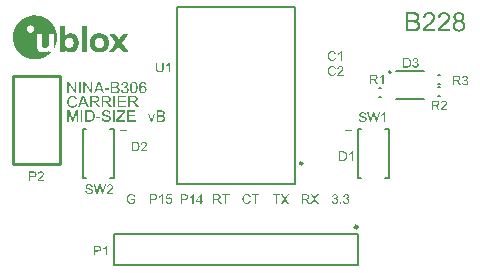
<source format=gto>
G04*
G04 #@! TF.GenerationSoftware,Altium Limited,Altium Designer,21.6.4 (81)*
G04*
G04 Layer_Color=65535*
%FSLAX44Y44*%
%MOMM*%
G71*
G04*
G04 #@! TF.SameCoordinates,2C076353-3E30-4277-8679-B38F3AF88BA9*
G04*
G04*
G04 #@! TF.FilePolarity,Positive*
G04*
G01*
G75*
%ADD10C,0.2540*%
%ADD11C,0.1270*%
%ADD12C,0.1016*%
%ADD13C,0.2000*%
%ADD14C,0.1500*%
G36*
X121300Y155973D02*
X121378D01*
X121476Y155959D01*
X121589Y155945D01*
X121715Y155924D01*
X121856Y155903D01*
X121997Y155868D01*
X122151Y155825D01*
X122306Y155769D01*
X122461Y155706D01*
X122623Y155635D01*
X122778Y155544D01*
X122925Y155445D01*
X123066Y155333D01*
X123073Y155326D01*
X123101Y155305D01*
X123137Y155262D01*
X123186Y155213D01*
X123242Y155150D01*
X123305Y155065D01*
X123376Y154974D01*
X123453Y154868D01*
X123531Y154749D01*
X123608Y154615D01*
X123685Y154467D01*
X123749Y154306D01*
X123819Y154137D01*
X123875Y153954D01*
X123918Y153757D01*
X123953Y153553D01*
X122764Y153461D01*
Y153468D01*
X122757Y153489D01*
X122750Y153532D01*
X122736Y153574D01*
X122714Y153637D01*
X122700Y153701D01*
X122644Y153855D01*
X122581Y154017D01*
X122503Y154186D01*
X122412Y154348D01*
X122363Y154418D01*
X122306Y154481D01*
X122299Y154488D01*
X122285Y154503D01*
X122257Y154531D01*
X122222Y154559D01*
X122173Y154601D01*
X122116Y154643D01*
X122053Y154693D01*
X121976Y154742D01*
X121891Y154784D01*
X121800Y154833D01*
X121708Y154875D01*
X121603Y154918D01*
X121490Y154946D01*
X121370Y154974D01*
X121244Y154988D01*
X121117Y154995D01*
X121061D01*
X121019Y154988D01*
X120969D01*
X120913Y154981D01*
X120850Y154967D01*
X120772Y154953D01*
X120618Y154918D01*
X120449Y154861D01*
X120280Y154777D01*
X120196Y154728D01*
X120111Y154671D01*
X120104Y154664D01*
X120090Y154650D01*
X120055Y154629D01*
X120020Y154594D01*
X119970Y154552D01*
X119914Y154503D01*
X119858Y154439D01*
X119788Y154369D01*
X119717Y154291D01*
X119647Y154200D01*
X119569Y154101D01*
X119499Y153996D01*
X119422Y153876D01*
X119351Y153750D01*
X119281Y153616D01*
X119218Y153475D01*
Y153468D01*
X119204Y153440D01*
X119189Y153391D01*
X119168Y153328D01*
X119140Y153250D01*
X119112Y153152D01*
X119084Y153032D01*
X119056Y152898D01*
X119028Y152751D01*
X118992Y152582D01*
X118964Y152392D01*
X118943Y152195D01*
X118922Y151977D01*
X118901Y151745D01*
X118894Y151491D01*
X118887Y151224D01*
X118894Y151231D01*
X118908Y151252D01*
X118929Y151287D01*
X118964Y151329D01*
X119007Y151386D01*
X119056Y151449D01*
X119112Y151519D01*
X119182Y151597D01*
X119253Y151674D01*
X119330Y151752D01*
X119513Y151913D01*
X119710Y152068D01*
X119823Y152139D01*
X119935Y152202D01*
X119942Y152209D01*
X119963Y152216D01*
X119999Y152230D01*
X120041Y152251D01*
X120104Y152279D01*
X120167Y152307D01*
X120245Y152336D01*
X120336Y152364D01*
X120428Y152392D01*
X120533Y152420D01*
X120751Y152476D01*
X120998Y152512D01*
X121124Y152526D01*
X121307D01*
X121370Y152519D01*
X121448Y152512D01*
X121553Y152497D01*
X121673Y152476D01*
X121807Y152448D01*
X121954Y152413D01*
X122109Y152371D01*
X122271Y152307D01*
X122440Y152237D01*
X122616Y152153D01*
X122785Y152047D01*
X122954Y151934D01*
X123122Y151794D01*
X123284Y151639D01*
X123291Y151632D01*
X123319Y151597D01*
X123362Y151548D01*
X123418Y151477D01*
X123481Y151393D01*
X123552Y151287D01*
X123629Y151168D01*
X123706Y151027D01*
X123784Y150872D01*
X123861Y150696D01*
X123932Y150513D01*
X123995Y150309D01*
X124051Y150091D01*
X124093Y149866D01*
X124122Y149620D01*
X124129Y149367D01*
Y149359D01*
Y149324D01*
Y149275D01*
X124122Y149212D01*
X124115Y149127D01*
X124107Y149036D01*
X124093Y148930D01*
X124079Y148811D01*
X124058Y148684D01*
X124030Y148550D01*
X124002Y148410D01*
X123960Y148262D01*
X123910Y148114D01*
X123861Y147966D01*
X123798Y147811D01*
X123728Y147664D01*
X123721Y147657D01*
X123706Y147629D01*
X123685Y147586D01*
X123657Y147537D01*
X123615Y147467D01*
X123566Y147389D01*
X123509Y147312D01*
X123446Y147220D01*
X123369Y147122D01*
X123291Y147023D01*
X123200Y146925D01*
X123101Y146826D01*
X123003Y146728D01*
X122890Y146629D01*
X122771Y146545D01*
X122644Y146461D01*
X122637Y146454D01*
X122616Y146440D01*
X122574Y146426D01*
X122524Y146397D01*
X122454Y146362D01*
X122377Y146327D01*
X122292Y146292D01*
X122187Y146257D01*
X122081Y146214D01*
X121961Y146179D01*
X121828Y146144D01*
X121694Y146109D01*
X121546Y146081D01*
X121399Y146067D01*
X121237Y146053D01*
X121075Y146046D01*
X121012D01*
X120976Y146053D01*
X120934D01*
X120829Y146060D01*
X120702Y146081D01*
X120554Y146102D01*
X120393Y146137D01*
X120210Y146186D01*
X120020Y146243D01*
X119823Y146313D01*
X119626Y146404D01*
X119422Y146510D01*
X119218Y146637D01*
X119014Y146784D01*
X118824Y146953D01*
X118641Y147143D01*
X118634Y147157D01*
X118598Y147192D01*
X118556Y147263D01*
X118493Y147354D01*
X118422Y147474D01*
X118380Y147544D01*
X118345Y147622D01*
X118303Y147706D01*
X118261Y147797D01*
X118211Y147903D01*
X118169Y148008D01*
X118127Y148121D01*
X118085Y148241D01*
X118036Y148374D01*
X117993Y148508D01*
X117958Y148656D01*
X117916Y148804D01*
X117881Y148965D01*
X117846Y149134D01*
X117810Y149310D01*
X117782Y149493D01*
X117761Y149683D01*
X117740Y149880D01*
X117719Y150091D01*
X117712Y150302D01*
X117698Y150527D01*
Y150759D01*
Y150767D01*
Y150795D01*
Y150830D01*
Y150886D01*
X117705Y150949D01*
Y151027D01*
X117712Y151118D01*
Y151224D01*
X117719Y151329D01*
X117733Y151456D01*
X117740Y151583D01*
X117754Y151723D01*
X117782Y152012D01*
X117831Y152329D01*
X117881Y152659D01*
X117951Y153004D01*
X118036Y153342D01*
X118134Y153679D01*
X118254Y154010D01*
X118394Y154320D01*
X118472Y154467D01*
X118556Y154601D01*
X118648Y154735D01*
X118739Y154861D01*
X118753Y154875D01*
X118781Y154911D01*
X118831Y154967D01*
X118908Y155037D01*
X119000Y155122D01*
X119105Y155213D01*
X119239Y155319D01*
X119386Y155424D01*
X119555Y155523D01*
X119738Y155628D01*
X119935Y155720D01*
X120153Y155804D01*
X120393Y155875D01*
X120639Y155931D01*
X120906Y155966D01*
X121188Y155980D01*
X121237D01*
X121300Y155973D01*
D02*
G37*
G36*
X105807D02*
X105878D01*
X105962Y155959D01*
X106054Y155952D01*
X106152Y155938D01*
X106265Y155917D01*
X106377Y155896D01*
X106623Y155832D01*
X106757Y155797D01*
X106884Y155748D01*
X107010Y155699D01*
X107137Y155635D01*
X107144Y155628D01*
X107165Y155621D01*
X107200Y155600D01*
X107250Y155572D01*
X107306Y155537D01*
X107369Y155495D01*
X107440Y155445D01*
X107517Y155389D01*
X107686Y155255D01*
X107855Y155094D01*
X108017Y154911D01*
X108094Y154805D01*
X108164Y154700D01*
X108171Y154693D01*
X108178Y154671D01*
X108200Y154643D01*
X108221Y154594D01*
X108249Y154545D01*
X108277Y154474D01*
X108312Y154404D01*
X108347Y154320D01*
X108375Y154228D01*
X108411Y154137D01*
X108467Y153926D01*
X108509Y153694D01*
X108516Y153574D01*
X108523Y153447D01*
Y153440D01*
Y153419D01*
Y153384D01*
X108516Y153342D01*
Y153285D01*
X108502Y153222D01*
X108495Y153145D01*
X108481Y153067D01*
X108439Y152884D01*
X108375Y152694D01*
X108340Y152596D01*
X108291Y152490D01*
X108242Y152392D01*
X108178Y152293D01*
X108171Y152286D01*
X108164Y152272D01*
X108143Y152244D01*
X108115Y152209D01*
X108080Y152167D01*
X108038Y152118D01*
X107988Y152061D01*
X107925Y151998D01*
X107862Y151934D01*
X107784Y151871D01*
X107707Y151801D01*
X107615Y151730D01*
X107517Y151667D01*
X107411Y151597D01*
X107299Y151533D01*
X107179Y151477D01*
X107186D01*
X107214Y151470D01*
X107264Y151456D01*
X107320Y151435D01*
X107397Y151414D01*
X107482Y151379D01*
X107573Y151343D01*
X107672Y151294D01*
X107777Y151245D01*
X107890Y151182D01*
X108003Y151118D01*
X108115Y151041D01*
X108221Y150956D01*
X108326Y150865D01*
X108432Y150759D01*
X108523Y150647D01*
X108530Y150640D01*
X108544Y150619D01*
X108565Y150584D01*
X108601Y150534D01*
X108636Y150471D01*
X108678Y150401D01*
X108720Y150316D01*
X108762Y150218D01*
X108805Y150105D01*
X108854Y149986D01*
X108889Y149859D01*
X108924Y149718D01*
X108959Y149571D01*
X108981Y149416D01*
X108995Y149254D01*
X109002Y149078D01*
Y149064D01*
Y149022D01*
X108995Y148951D01*
X108988Y148867D01*
X108973Y148754D01*
X108952Y148628D01*
X108924Y148487D01*
X108882Y148332D01*
X108833Y148163D01*
X108776Y147994D01*
X108699Y147811D01*
X108608Y147629D01*
X108502Y147446D01*
X108375Y147263D01*
X108228Y147087D01*
X108066Y146918D01*
X108052Y146911D01*
X108024Y146883D01*
X107974Y146834D01*
X107897Y146777D01*
X107806Y146714D01*
X107700Y146637D01*
X107566Y146559D01*
X107426Y146475D01*
X107264Y146390D01*
X107081Y146313D01*
X106891Y146236D01*
X106680Y146172D01*
X106462Y146116D01*
X106222Y146067D01*
X105976Y146039D01*
X105716Y146032D01*
X105660D01*
X105589Y146039D01*
X105505Y146046D01*
X105392Y146053D01*
X105266Y146074D01*
X105125Y146095D01*
X104970Y146130D01*
X104808Y146165D01*
X104632Y146214D01*
X104457Y146278D01*
X104274Y146355D01*
X104098Y146440D01*
X103922Y146538D01*
X103746Y146658D01*
X103584Y146791D01*
X103577Y146798D01*
X103549Y146826D01*
X103507Y146869D01*
X103450Y146932D01*
X103387Y147009D01*
X103310Y147101D01*
X103232Y147206D01*
X103148Y147326D01*
X103063Y147460D01*
X102979Y147614D01*
X102901Y147776D01*
X102824Y147952D01*
X102761Y148142D01*
X102697Y148339D01*
X102655Y148550D01*
X102627Y148775D01*
X103823Y148937D01*
Y148923D01*
X103830Y148895D01*
X103844Y148839D01*
X103865Y148768D01*
X103887Y148684D01*
X103915Y148593D01*
X103950Y148487D01*
X103985Y148374D01*
X104084Y148128D01*
X104203Y147889D01*
X104274Y147769D01*
X104351Y147657D01*
X104428Y147558D01*
X104520Y147467D01*
X104527Y147460D01*
X104541Y147446D01*
X104569Y147425D01*
X104611Y147396D01*
X104654Y147361D01*
X104717Y147326D01*
X104780Y147284D01*
X104858Y147249D01*
X104942Y147206D01*
X105033Y147164D01*
X105132Y147129D01*
X105237Y147094D01*
X105350Y147066D01*
X105470Y147045D01*
X105589Y147031D01*
X105723Y147023D01*
X105758D01*
X105807Y147031D01*
X105864D01*
X105941Y147045D01*
X106025Y147052D01*
X106117Y147073D01*
X106222Y147094D01*
X106328Y147129D01*
X106448Y147164D01*
X106567Y147213D01*
X106687Y147270D01*
X106806Y147340D01*
X106926Y147417D01*
X107039Y147502D01*
X107151Y147607D01*
X107158Y147614D01*
X107179Y147636D01*
X107207Y147664D01*
X107243Y147713D01*
X107285Y147769D01*
X107334Y147840D01*
X107390Y147917D01*
X107447Y148008D01*
X107496Y148107D01*
X107552Y148220D01*
X107601Y148332D01*
X107644Y148466D01*
X107679Y148600D01*
X107707Y148740D01*
X107728Y148895D01*
X107735Y149050D01*
Y149057D01*
Y149085D01*
Y149127D01*
X107728Y149191D01*
X107721Y149254D01*
X107707Y149338D01*
X107693Y149430D01*
X107665Y149528D01*
X107637Y149634D01*
X107601Y149746D01*
X107559Y149859D01*
X107510Y149972D01*
X107447Y150084D01*
X107369Y150197D01*
X107292Y150302D01*
X107193Y150408D01*
X107186Y150415D01*
X107172Y150429D01*
X107137Y150457D01*
X107095Y150492D01*
X107046Y150534D01*
X106982Y150577D01*
X106905Y150626D01*
X106820Y150675D01*
X106729Y150724D01*
X106623Y150774D01*
X106511Y150816D01*
X106391Y150858D01*
X106265Y150893D01*
X106124Y150921D01*
X105983Y150935D01*
X105828Y150942D01*
X105765D01*
X105695Y150935D01*
X105596Y150928D01*
X105470Y150914D01*
X105329Y150886D01*
X105167Y150858D01*
X104984Y150816D01*
X105118Y151864D01*
X105139D01*
X105160Y151857D01*
X105188D01*
X105252Y151850D01*
X105385D01*
X105434Y151857D01*
X105505Y151864D01*
X105582Y151871D01*
X105667Y151885D01*
X105765Y151899D01*
X105871Y151920D01*
X105976Y151949D01*
X106208Y152019D01*
X106328Y152061D01*
X106448Y152118D01*
X106567Y152174D01*
X106680Y152244D01*
X106687Y152251D01*
X106708Y152265D01*
X106736Y152286D01*
X106778Y152322D01*
X106820Y152364D01*
X106877Y152413D01*
X106926Y152476D01*
X106989Y152547D01*
X107046Y152631D01*
X107102Y152723D01*
X107151Y152821D01*
X107193Y152934D01*
X107236Y153053D01*
X107264Y153187D01*
X107285Y153328D01*
X107292Y153475D01*
Y153482D01*
Y153504D01*
Y153539D01*
X107285Y153588D01*
X107278Y153637D01*
X107271Y153708D01*
X107257Y153778D01*
X107236Y153855D01*
X107179Y154024D01*
X107144Y154116D01*
X107102Y154207D01*
X107053Y154298D01*
X106989Y154390D01*
X106919Y154474D01*
X106842Y154559D01*
X106835Y154566D01*
X106820Y154580D01*
X106799Y154601D01*
X106764Y154629D01*
X106715Y154657D01*
X106666Y154700D01*
X106602Y154735D01*
X106532Y154777D01*
X106455Y154819D01*
X106370Y154854D01*
X106272Y154897D01*
X106173Y154925D01*
X106061Y154953D01*
X105948Y154974D01*
X105821Y154988D01*
X105695Y154995D01*
X105624D01*
X105582Y154988D01*
X105519Y154981D01*
X105449Y154974D01*
X105371Y154960D01*
X105287Y154939D01*
X105104Y154890D01*
X105012Y154854D01*
X104914Y154805D01*
X104815Y154756D01*
X104717Y154700D01*
X104625Y154629D01*
X104534Y154552D01*
X104527Y154545D01*
X104513Y154531D01*
X104492Y154503D01*
X104457Y154467D01*
X104421Y154425D01*
X104379Y154369D01*
X104337Y154298D01*
X104288Y154228D01*
X104238Y154137D01*
X104189Y154038D01*
X104133Y153933D01*
X104091Y153813D01*
X104041Y153686D01*
X104006Y153553D01*
X103971Y153405D01*
X103943Y153243D01*
X102747Y153454D01*
Y153461D01*
Y153468D01*
X102761Y153511D01*
X102775Y153567D01*
X102796Y153651D01*
X102824Y153757D01*
X102859Y153869D01*
X102901Y153996D01*
X102951Y154137D01*
X103014Y154284D01*
X103084Y154439D01*
X103169Y154594D01*
X103260Y154749D01*
X103359Y154904D01*
X103471Y155051D01*
X103598Y155192D01*
X103739Y155319D01*
X103746Y155326D01*
X103774Y155347D01*
X103816Y155382D01*
X103879Y155424D01*
X103957Y155473D01*
X104048Y155530D01*
X104154Y155586D01*
X104274Y155649D01*
X104407Y155713D01*
X104555Y155769D01*
X104710Y155825D01*
X104879Y155875D01*
X105062Y155917D01*
X105259Y155952D01*
X105463Y155973D01*
X105674Y155980D01*
X105751D01*
X105807Y155973D01*
D02*
G37*
G36*
X92566Y149127D02*
X88879D01*
Y150330D01*
X92566D01*
Y149127D01*
D02*
G37*
G36*
X78269Y146207D02*
X76939D01*
X71838Y153848D01*
Y146207D01*
X70600D01*
Y155945D01*
X71923D01*
X77031Y148297D01*
Y155945D01*
X78269D01*
Y146207D01*
D02*
G37*
G36*
X64669D02*
X63339D01*
X58238Y153848D01*
Y146207D01*
X57000D01*
Y155945D01*
X58323D01*
X63431Y148297D01*
Y155945D01*
X64669D01*
Y146207D01*
D02*
G37*
G36*
X97815Y155938D02*
X97913D01*
X98019Y155931D01*
X98145Y155917D01*
X98272Y155910D01*
X98413Y155889D01*
X98560Y155875D01*
X98856Y155818D01*
X99151Y155741D01*
X99292Y155699D01*
X99419Y155642D01*
X99426D01*
X99447Y155628D01*
X99482Y155614D01*
X99531Y155586D01*
X99588Y155558D01*
X99651Y155516D01*
X99728Y155473D01*
X99806Y155417D01*
X99890Y155361D01*
X99975Y155291D01*
X100059Y155220D01*
X100150Y155136D01*
X100235Y155044D01*
X100319Y154953D01*
X100397Y154847D01*
X100474Y154735D01*
X100481Y154728D01*
X100488Y154707D01*
X100509Y154671D01*
X100538Y154629D01*
X100566Y154573D01*
X100594Y154503D01*
X100629Y154432D01*
X100671Y154348D01*
X100706Y154249D01*
X100742Y154151D01*
X100798Y153933D01*
X100847Y153694D01*
X100854Y153574D01*
X100861Y153447D01*
Y153440D01*
Y153419D01*
Y153384D01*
X100854Y153342D01*
Y153285D01*
X100840Y153222D01*
X100833Y153145D01*
X100819Y153067D01*
X100777Y152884D01*
X100713Y152687D01*
X100678Y152582D01*
X100629Y152483D01*
X100580Y152378D01*
X100516Y152272D01*
X100509Y152265D01*
X100502Y152251D01*
X100481Y152223D01*
X100453Y152181D01*
X100418Y152132D01*
X100376Y152082D01*
X100319Y152019D01*
X100263Y151956D01*
X100193Y151885D01*
X100122Y151815D01*
X100038Y151745D01*
X99946Y151667D01*
X99841Y151590D01*
X99735Y151519D01*
X99623Y151449D01*
X99496Y151386D01*
X99503D01*
X99538Y151372D01*
X99581Y151358D01*
X99644Y151336D01*
X99714Y151308D01*
X99799Y151273D01*
X99897Y151231D01*
X99996Y151175D01*
X100108Y151118D01*
X100221Y151055D01*
X100333Y150985D01*
X100446Y150900D01*
X100552Y150816D01*
X100664Y150717D01*
X100763Y150612D01*
X100854Y150499D01*
X100861Y150492D01*
X100875Y150471D01*
X100896Y150436D01*
X100932Y150387D01*
X100967Y150330D01*
X101009Y150260D01*
X101051Y150176D01*
X101093Y150084D01*
X101136Y149979D01*
X101185Y149866D01*
X101220Y149746D01*
X101255Y149613D01*
X101290Y149479D01*
X101312Y149331D01*
X101326Y149184D01*
X101333Y149029D01*
Y149022D01*
Y149001D01*
Y148958D01*
X101326Y148909D01*
Y148853D01*
X101319Y148783D01*
X101312Y148698D01*
X101297Y148614D01*
X101262Y148417D01*
X101206Y148198D01*
X101136Y147973D01*
X101037Y147748D01*
Y147741D01*
X101023Y147720D01*
X101009Y147692D01*
X100988Y147650D01*
X100960Y147600D01*
X100925Y147544D01*
X100840Y147417D01*
X100735Y147270D01*
X100615Y147122D01*
X100481Y146974D01*
X100326Y146848D01*
X100319D01*
X100305Y146834D01*
X100284Y146819D01*
X100249Y146798D01*
X100207Y146770D01*
X100158Y146742D01*
X100101Y146707D01*
X100038Y146672D01*
X99961Y146629D01*
X99883Y146594D01*
X99700Y146510D01*
X99496Y146440D01*
X99264Y146369D01*
X99257D01*
X99236Y146362D01*
X99201Y146355D01*
X99151Y146341D01*
X99088Y146334D01*
X99011Y146320D01*
X98926Y146306D01*
X98828Y146292D01*
X98722Y146271D01*
X98603Y146257D01*
X98469Y146243D01*
X98335Y146236D01*
X98188Y146221D01*
X98033Y146214D01*
X97864Y146207D01*
X93987D01*
Y155945D01*
X97737D01*
X97815Y155938D01*
D02*
G37*
G36*
X88478Y146207D02*
X87015D01*
X85889Y149155D01*
X81801D01*
X80739Y146207D01*
X79381D01*
X83117Y155945D01*
X84496D01*
X88478Y146207D01*
D02*
G37*
G36*
X68342D02*
X67054D01*
Y155945D01*
X68342D01*
Y146207D01*
D02*
G37*
G36*
X113490Y155973D02*
X113554D01*
X113638Y155966D01*
X113723Y155952D01*
X113821Y155938D01*
X114032Y155903D01*
X114264Y155846D01*
X114504Y155769D01*
X114616Y155720D01*
X114729Y155663D01*
X114736D01*
X114757Y155649D01*
X114785Y155628D01*
X114827Y155607D01*
X114876Y155572D01*
X114933Y155530D01*
X115003Y155488D01*
X115073Y155431D01*
X115228Y155305D01*
X115390Y155143D01*
X115552Y154960D01*
X115700Y154749D01*
X115707Y154742D01*
X115714Y154721D01*
X115735Y154685D01*
X115763Y154643D01*
X115798Y154587D01*
X115833Y154517D01*
X115876Y154439D01*
X115918Y154348D01*
X115967Y154249D01*
X116016Y154137D01*
X116066Y154017D01*
X116122Y153890D01*
X116171Y153757D01*
X116213Y153616D01*
X116263Y153461D01*
X116305Y153307D01*
Y153300D01*
X116312Y153264D01*
X116326Y153222D01*
X116340Y153152D01*
X116354Y153067D01*
X116375Y152962D01*
X116396Y152842D01*
X116417Y152701D01*
X116438Y152547D01*
X116460Y152371D01*
X116481Y152181D01*
X116495Y151977D01*
X116509Y151759D01*
X116523Y151519D01*
X116530Y151273D01*
Y151006D01*
Y150999D01*
Y150985D01*
Y150964D01*
Y150928D01*
Y150893D01*
Y150844D01*
X116523Y150788D01*
Y150724D01*
X116516Y150577D01*
X116509Y150408D01*
X116502Y150225D01*
X116488Y150021D01*
X116467Y149803D01*
X116446Y149578D01*
X116382Y149120D01*
X116340Y148888D01*
X116291Y148663D01*
X116234Y148445D01*
X116171Y148241D01*
X116164Y148227D01*
X116157Y148191D01*
X116136Y148142D01*
X116108Y148065D01*
X116066Y147980D01*
X116023Y147875D01*
X115967Y147762D01*
X115911Y147643D01*
X115840Y147516D01*
X115756Y147382D01*
X115672Y147249D01*
X115580Y147108D01*
X115475Y146974D01*
X115362Y146848D01*
X115242Y146728D01*
X115116Y146615D01*
X115109Y146608D01*
X115080Y146594D01*
X115045Y146566D01*
X114989Y146524D01*
X114919Y146482D01*
X114841Y146433D01*
X114743Y146383D01*
X114637Y146334D01*
X114511Y146278D01*
X114377Y146229D01*
X114236Y146179D01*
X114081Y146137D01*
X113913Y146102D01*
X113737Y146074D01*
X113554Y146053D01*
X113357Y146046D01*
X113293D01*
X113223Y146053D01*
X113125Y146060D01*
X113005Y146074D01*
X112864Y146102D01*
X112717Y146130D01*
X112548Y146172D01*
X112372Y146221D01*
X112196Y146292D01*
X112013Y146369D01*
X111823Y146468D01*
X111640Y146580D01*
X111464Y146714D01*
X111295Y146869D01*
X111140Y147045D01*
Y147052D01*
X111133Y147059D01*
X111119Y147080D01*
X111098Y147101D01*
X111077Y147136D01*
X111049Y147178D01*
X111021Y147220D01*
X110993Y147277D01*
X110957Y147340D01*
X110915Y147410D01*
X110880Y147488D01*
X110838Y147572D01*
X110796Y147671D01*
X110753Y147769D01*
X110704Y147882D01*
X110662Y147994D01*
X110620Y148121D01*
X110571Y148255D01*
X110528Y148396D01*
X110486Y148550D01*
X110444Y148705D01*
X110409Y148874D01*
X110366Y149043D01*
X110331Y149233D01*
X110303Y149423D01*
X110275Y149620D01*
X110247Y149831D01*
X110226Y150049D01*
X110205Y150274D01*
X110198Y150506D01*
X110184Y150752D01*
Y151006D01*
Y151013D01*
Y151027D01*
Y151048D01*
Y151083D01*
Y151125D01*
Y151175D01*
X110191Y151231D01*
Y151294D01*
X110198Y151435D01*
X110205Y151604D01*
X110212Y151794D01*
X110226Y151998D01*
X110247Y152216D01*
X110268Y152441D01*
X110331Y152906D01*
X110374Y153138D01*
X110423Y153363D01*
X110472Y153581D01*
X110535Y153785D01*
X110542Y153799D01*
X110549Y153834D01*
X110571Y153883D01*
X110599Y153961D01*
X110641Y154045D01*
X110683Y154151D01*
X110739Y154263D01*
X110803Y154383D01*
X110866Y154510D01*
X110950Y154643D01*
X111035Y154784D01*
X111126Y154918D01*
X111232Y155051D01*
X111344Y155178D01*
X111464Y155298D01*
X111591Y155410D01*
X111598Y155417D01*
X111626Y155438D01*
X111661Y155466D01*
X111717Y155502D01*
X111788Y155544D01*
X111872Y155593D01*
X111964Y155642D01*
X112076Y155699D01*
X112196Y155748D01*
X112330Y155797D01*
X112477Y155846D01*
X112632Y155889D01*
X112801Y155931D01*
X112977Y155959D01*
X113160Y155973D01*
X113357Y155980D01*
X113434D01*
X113490Y155973D01*
D02*
G37*
G36*
X61735Y144077D02*
X61841Y144070D01*
X61967Y144063D01*
X62108Y144042D01*
X62270Y144021D01*
X62453Y143993D01*
X62643Y143950D01*
X62840Y143901D01*
X63044Y143845D01*
X63248Y143767D01*
X63452Y143683D01*
X63663Y143584D01*
X63860Y143472D01*
X64050Y143338D01*
X64064Y143331D01*
X64092Y143303D01*
X64148Y143261D01*
X64212Y143197D01*
X64296Y143127D01*
X64388Y143029D01*
X64486Y142923D01*
X64599Y142796D01*
X64711Y142656D01*
X64831Y142501D01*
X64943Y142325D01*
X65056Y142142D01*
X65169Y141938D01*
X65267Y141720D01*
X65366Y141488D01*
X65443Y141242D01*
X64177Y140946D01*
X64170Y140960D01*
X64162Y140995D01*
X64141Y141045D01*
X64113Y141122D01*
X64078Y141206D01*
X64036Y141305D01*
X63980Y141417D01*
X63923Y141537D01*
X63860Y141664D01*
X63783Y141790D01*
X63705Y141917D01*
X63614Y142051D01*
X63515Y142170D01*
X63417Y142290D01*
X63304Y142395D01*
X63184Y142494D01*
X63177Y142501D01*
X63156Y142515D01*
X63121Y142536D01*
X63072Y142571D01*
X63009Y142606D01*
X62931Y142649D01*
X62840Y142691D01*
X62741Y142740D01*
X62629Y142782D01*
X62509Y142825D01*
X62375Y142867D01*
X62235Y142902D01*
X62080Y142937D01*
X61918Y142958D01*
X61749Y142972D01*
X61566Y142979D01*
X61461D01*
X61383Y142972D01*
X61285Y142965D01*
X61172Y142951D01*
X61046Y142937D01*
X60912Y142909D01*
X60764Y142881D01*
X60616Y142846D01*
X60462Y142803D01*
X60300Y142754D01*
X60145Y142691D01*
X59990Y142613D01*
X59835Y142536D01*
X59688Y142438D01*
X59681Y142431D01*
X59653Y142416D01*
X59617Y142381D01*
X59568Y142339D01*
X59505Y142283D01*
X59434Y142219D01*
X59357Y142142D01*
X59273Y142058D01*
X59188Y141959D01*
X59097Y141854D01*
X59012Y141734D01*
X58928Y141600D01*
X58843Y141467D01*
X58766Y141319D01*
X58696Y141164D01*
X58632Y140995D01*
Y140988D01*
X58618Y140953D01*
X58604Y140904D01*
X58583Y140841D01*
X58562Y140756D01*
X58534Y140658D01*
X58513Y140545D01*
X58485Y140418D01*
X58456Y140285D01*
X58428Y140137D01*
X58400Y139982D01*
X58379Y139820D01*
X58344Y139483D01*
X58337Y139307D01*
X58330Y139124D01*
Y139110D01*
Y139067D01*
Y139004D01*
X58337Y138913D01*
X58344Y138807D01*
X58351Y138680D01*
X58358Y138540D01*
X58372Y138392D01*
X58393Y138223D01*
X58414Y138047D01*
X58485Y137688D01*
X58520Y137499D01*
X58569Y137316D01*
X58625Y137133D01*
X58689Y136957D01*
X58696Y136950D01*
X58703Y136915D01*
X58724Y136872D01*
X58759Y136809D01*
X58794Y136732D01*
X58843Y136640D01*
X58900Y136542D01*
X58963Y136436D01*
X59040Y136330D01*
X59125Y136218D01*
X59216Y136098D01*
X59315Y135986D01*
X59427Y135873D01*
X59547Y135768D01*
X59674Y135669D01*
X59814Y135578D01*
X59821Y135571D01*
X59850Y135557D01*
X59892Y135535D01*
X59948Y135507D01*
X60018Y135472D01*
X60103Y135430D01*
X60201Y135395D01*
X60307Y135352D01*
X60426Y135303D01*
X60553Y135268D01*
X60694Y135226D01*
X60834Y135191D01*
X60989Y135163D01*
X61144Y135141D01*
X61306Y135127D01*
X61468Y135120D01*
X61517D01*
X61573Y135127D01*
X61651D01*
X61742Y135141D01*
X61848Y135155D01*
X61974Y135170D01*
X62101Y135198D01*
X62242Y135233D01*
X62389Y135275D01*
X62544Y135324D01*
X62699Y135381D01*
X62854Y135451D01*
X63009Y135535D01*
X63156Y135634D01*
X63304Y135739D01*
X63311Y135746D01*
X63339Y135768D01*
X63374Y135803D01*
X63424Y135859D01*
X63487Y135922D01*
X63557Y136000D01*
X63635Y136098D01*
X63712Y136204D01*
X63797Y136330D01*
X63881Y136464D01*
X63973Y136619D01*
X64050Y136788D01*
X64134Y136964D01*
X64205Y137161D01*
X64268Y137365D01*
X64324Y137590D01*
X65612Y137266D01*
Y137259D01*
X65605Y137245D01*
X65598Y137224D01*
X65591Y137196D01*
X65584Y137161D01*
X65570Y137112D01*
X65534Y137006D01*
X65485Y136872D01*
X65429Y136725D01*
X65359Y136556D01*
X65274Y136373D01*
X65183Y136176D01*
X65077Y135979D01*
X64957Y135782D01*
X64824Y135578D01*
X64676Y135381D01*
X64514Y135191D01*
X64338Y135015D01*
X64148Y134846D01*
X64134Y134839D01*
X64099Y134811D01*
X64043Y134769D01*
X63958Y134719D01*
X63860Y134656D01*
X63733Y134586D01*
X63593Y134508D01*
X63431Y134431D01*
X63255Y134354D01*
X63058Y134276D01*
X62847Y134206D01*
X62622Y134142D01*
X62375Y134093D01*
X62122Y134051D01*
X61855Y134023D01*
X61573Y134016D01*
X61468D01*
X61418Y134023D01*
X61313D01*
X61179Y134037D01*
X61024Y134051D01*
X60849Y134072D01*
X60666Y134093D01*
X60462Y134128D01*
X60258Y134171D01*
X60040Y134227D01*
X59828Y134283D01*
X59617Y134361D01*
X59406Y134445D01*
X59202Y134543D01*
X59012Y134656D01*
X58998Y134663D01*
X58970Y134684D01*
X58921Y134726D01*
X58850Y134776D01*
X58766Y134839D01*
X58675Y134923D01*
X58569Y135015D01*
X58456Y135127D01*
X58337Y135254D01*
X58217Y135388D01*
X58091Y135542D01*
X57964Y135704D01*
X57844Y135887D01*
X57725Y136077D01*
X57612Y136288D01*
X57514Y136506D01*
Y136513D01*
X57507Y136521D01*
X57492Y136563D01*
X57464Y136626D01*
X57436Y136718D01*
X57394Y136830D01*
X57352Y136964D01*
X57302Y137119D01*
X57260Y137287D01*
X57211Y137477D01*
X57162Y137681D01*
X57120Y137893D01*
X57077Y138125D01*
X57049Y138357D01*
X57021Y138603D01*
X57007Y138856D01*
X57000Y139117D01*
Y139124D01*
Y139138D01*
Y139159D01*
Y139187D01*
Y139222D01*
X57007Y139264D01*
Y139370D01*
X57021Y139504D01*
X57028Y139658D01*
X57049Y139834D01*
X57070Y140024D01*
X57105Y140221D01*
X57141Y140432D01*
X57190Y140658D01*
X57246Y140883D01*
X57310Y141108D01*
X57387Y141333D01*
X57478Y141551D01*
X57577Y141769D01*
X57584Y141783D01*
X57605Y141818D01*
X57640Y141875D01*
X57682Y141959D01*
X57746Y142051D01*
X57816Y142156D01*
X57908Y142283D01*
X58006Y142409D01*
X58112Y142543D01*
X58238Y142691D01*
X58372Y142832D01*
X58520Y142972D01*
X58682Y143113D01*
X58850Y143247D01*
X59033Y143373D01*
X59230Y143493D01*
X59244Y143500D01*
X59280Y143521D01*
X59336Y143549D01*
X59420Y143584D01*
X59519Y143634D01*
X59638Y143683D01*
X59779Y143732D01*
X59927Y143788D01*
X60096Y143845D01*
X60279Y143894D01*
X60476Y143950D01*
X60680Y143993D01*
X60898Y144028D01*
X61123Y144056D01*
X61355Y144077D01*
X61594Y144084D01*
X61693D01*
X61735Y144077D01*
D02*
G37*
G36*
X113301Y143908D02*
X113413D01*
X113540Y143901D01*
X113673Y143894D01*
X113828Y143880D01*
X113983Y143866D01*
X114145Y143852D01*
X114475Y143802D01*
X114630Y143774D01*
X114785Y143739D01*
X114933Y143697D01*
X115066Y143648D01*
X115073D01*
X115095Y143634D01*
X115130Y143620D01*
X115179Y143598D01*
X115235Y143570D01*
X115299Y143528D01*
X115376Y143486D01*
X115453Y143437D01*
X115538Y143373D01*
X115629Y143310D01*
X115721Y143233D01*
X115812Y143148D01*
X115897Y143050D01*
X115988Y142951D01*
X116073Y142839D01*
X116150Y142719D01*
X116157Y142712D01*
X116171Y142691D01*
X116185Y142656D01*
X116213Y142606D01*
X116241Y142543D01*
X116277Y142466D01*
X116319Y142381D01*
X116354Y142290D01*
X116389Y142184D01*
X116431Y142072D01*
X116467Y141952D01*
X116495Y141826D01*
X116523Y141692D01*
X116544Y141551D01*
X116551Y141403D01*
X116558Y141256D01*
Y141242D01*
Y141213D01*
X116551Y141157D01*
Y141080D01*
X116537Y140995D01*
X116523Y140890D01*
X116502Y140777D01*
X116474Y140651D01*
X116438Y140517D01*
X116396Y140376D01*
X116340Y140228D01*
X116277Y140081D01*
X116199Y139933D01*
X116108Y139792D01*
X116002Y139644D01*
X115883Y139511D01*
X115876Y139504D01*
X115855Y139483D01*
X115812Y139447D01*
X115756Y139398D01*
X115686Y139342D01*
X115594Y139278D01*
X115496Y139208D01*
X115376Y139131D01*
X115235Y139053D01*
X115088Y138976D01*
X114912Y138906D01*
X114729Y138828D01*
X114525Y138765D01*
X114307Y138702D01*
X114067Y138652D01*
X113814Y138610D01*
X113821D01*
X113835Y138596D01*
X113863Y138589D01*
X113898Y138568D01*
X113941Y138547D01*
X113990Y138519D01*
X114102Y138455D01*
X114229Y138385D01*
X114356Y138301D01*
X114475Y138216D01*
X114588Y138125D01*
X114595Y138118D01*
X114616Y138104D01*
X114644Y138068D01*
X114686Y138033D01*
X114736Y137977D01*
X114792Y137921D01*
X114862Y137850D01*
X114933Y137766D01*
X115010Y137674D01*
X115095Y137576D01*
X115186Y137470D01*
X115278Y137358D01*
X115369Y137231D01*
X115468Y137105D01*
X115658Y136823D01*
X117339Y134178D01*
X115728D01*
X114440Y136204D01*
X114433Y136211D01*
X114412Y136239D01*
X114384Y136288D01*
X114349Y136345D01*
X114299Y136422D01*
X114243Y136506D01*
X114180Y136598D01*
X114117Y136696D01*
X113969Y136915D01*
X113814Y137140D01*
X113659Y137351D01*
X113582Y137449D01*
X113511Y137541D01*
X113504Y137548D01*
X113497Y137562D01*
X113476Y137583D01*
X113448Y137618D01*
X113378Y137703D01*
X113293Y137801D01*
X113188Y137907D01*
X113082Y138019D01*
X112970Y138118D01*
X112857Y138195D01*
X112843Y138202D01*
X112808Y138223D01*
X112752Y138258D01*
X112674Y138294D01*
X112590Y138336D01*
X112491Y138385D01*
X112386Y138420D01*
X112273Y138455D01*
X112266D01*
X112231Y138462D01*
X112175Y138469D01*
X112104Y138483D01*
X112006Y138490D01*
X111879Y138497D01*
X111732Y138505D01*
X110064D01*
Y134178D01*
X108776D01*
Y143915D01*
X113216D01*
X113301Y143908D01*
D02*
G37*
G36*
X106750Y142768D02*
X101002D01*
Y139785D01*
X106384D01*
Y138638D01*
X101002D01*
Y135324D01*
X106975D01*
Y134178D01*
X99714D01*
Y143915D01*
X106750D01*
Y142768D01*
D02*
G37*
G36*
X97414Y134178D02*
X96126D01*
Y143915D01*
X97414D01*
Y134178D01*
D02*
G37*
G36*
X90631Y143908D02*
X90744D01*
X90870Y143901D01*
X91004Y143894D01*
X91159Y143880D01*
X91314Y143866D01*
X91475Y143852D01*
X91806Y143802D01*
X91961Y143774D01*
X92116Y143739D01*
X92263Y143697D01*
X92397Y143648D01*
X92404D01*
X92425Y143634D01*
X92460Y143620D01*
X92510Y143598D01*
X92566Y143570D01*
X92629Y143528D01*
X92707Y143486D01*
X92784Y143437D01*
X92868Y143373D01*
X92960Y143310D01*
X93051Y143233D01*
X93143Y143148D01*
X93227Y143050D01*
X93319Y142951D01*
X93403Y142839D01*
X93481Y142719D01*
X93488Y142712D01*
X93502Y142691D01*
X93516Y142656D01*
X93544Y142606D01*
X93572Y142543D01*
X93607Y142466D01*
X93650Y142381D01*
X93685Y142290D01*
X93720Y142184D01*
X93762Y142072D01*
X93797Y141952D01*
X93825Y141826D01*
X93854Y141692D01*
X93875Y141551D01*
X93882Y141403D01*
X93889Y141256D01*
Y141242D01*
Y141213D01*
X93882Y141157D01*
Y141080D01*
X93868Y140995D01*
X93854Y140890D01*
X93832Y140777D01*
X93804Y140651D01*
X93769Y140517D01*
X93727Y140376D01*
X93671Y140228D01*
X93607Y140081D01*
X93530Y139933D01*
X93438Y139792D01*
X93333Y139644D01*
X93213Y139511D01*
X93206Y139504D01*
X93185Y139483D01*
X93143Y139447D01*
X93087Y139398D01*
X93016Y139342D01*
X92925Y139278D01*
X92826Y139208D01*
X92707Y139131D01*
X92566Y139053D01*
X92418Y138976D01*
X92242Y138906D01*
X92059Y138828D01*
X91855Y138765D01*
X91637Y138702D01*
X91398Y138652D01*
X91145Y138610D01*
X91152D01*
X91166Y138596D01*
X91194Y138589D01*
X91229Y138568D01*
X91271Y138547D01*
X91321Y138519D01*
X91433Y138455D01*
X91560Y138385D01*
X91686Y138301D01*
X91806Y138216D01*
X91919Y138125D01*
X91926Y138118D01*
X91947Y138104D01*
X91975Y138068D01*
X92017Y138033D01*
X92066Y137977D01*
X92123Y137921D01*
X92193Y137850D01*
X92263Y137766D01*
X92341Y137674D01*
X92425Y137576D01*
X92517Y137470D01*
X92608Y137358D01*
X92700Y137231D01*
X92798Y137105D01*
X92988Y136823D01*
X94670Y134178D01*
X93059D01*
X91771Y136204D01*
X91764Y136211D01*
X91743Y136239D01*
X91715Y136288D01*
X91679Y136345D01*
X91630Y136422D01*
X91574Y136506D01*
X91511Y136598D01*
X91447Y136696D01*
X91299Y136915D01*
X91145Y137140D01*
X90990Y137351D01*
X90913Y137449D01*
X90842Y137541D01*
X90835Y137548D01*
X90828Y137562D01*
X90807Y137583D01*
X90779Y137618D01*
X90709Y137703D01*
X90624Y137801D01*
X90519Y137907D01*
X90413Y138019D01*
X90300Y138118D01*
X90188Y138195D01*
X90174Y138202D01*
X90139Y138223D01*
X90082Y138258D01*
X90005Y138294D01*
X89921Y138336D01*
X89822Y138385D01*
X89717Y138420D01*
X89604Y138455D01*
X89597D01*
X89562Y138462D01*
X89505Y138469D01*
X89435Y138483D01*
X89337Y138490D01*
X89210Y138497D01*
X89062Y138505D01*
X87395D01*
Y134178D01*
X86107D01*
Y143915D01*
X90547D01*
X90631Y143908D01*
D02*
G37*
G36*
X80809D02*
X80922D01*
X81048Y143901D01*
X81182Y143894D01*
X81337Y143880D01*
X81492Y143866D01*
X81653Y143852D01*
X81984Y143802D01*
X82139Y143774D01*
X82294Y143739D01*
X82441Y143697D01*
X82575Y143648D01*
X82582D01*
X82603Y143634D01*
X82638Y143620D01*
X82688Y143598D01*
X82744Y143570D01*
X82807Y143528D01*
X82885Y143486D01*
X82962Y143437D01*
X83047Y143373D01*
X83138Y143310D01*
X83229Y143233D01*
X83321Y143148D01*
X83405Y143050D01*
X83497Y142951D01*
X83581Y142839D01*
X83659Y142719D01*
X83666Y142712D01*
X83680Y142691D01*
X83694Y142656D01*
X83722Y142606D01*
X83750Y142543D01*
X83785Y142466D01*
X83827Y142381D01*
X83863Y142290D01*
X83898Y142184D01*
X83940Y142072D01*
X83975Y141952D01*
X84003Y141826D01*
X84031Y141692D01*
X84053Y141551D01*
X84060Y141403D01*
X84067Y141256D01*
Y141242D01*
Y141213D01*
X84060Y141157D01*
Y141080D01*
X84046Y140995D01*
X84031Y140890D01*
X84010Y140777D01*
X83982Y140651D01*
X83947Y140517D01*
X83905Y140376D01*
X83849Y140228D01*
X83785Y140081D01*
X83708Y139933D01*
X83616Y139792D01*
X83511Y139644D01*
X83391Y139511D01*
X83384Y139504D01*
X83363Y139483D01*
X83321Y139447D01*
X83265Y139398D01*
X83194Y139342D01*
X83103Y139278D01*
X83004Y139208D01*
X82885Y139131D01*
X82744Y139053D01*
X82596Y138976D01*
X82420Y138906D01*
X82237Y138828D01*
X82033Y138765D01*
X81815Y138702D01*
X81576Y138652D01*
X81323Y138610D01*
X81330D01*
X81344Y138596D01*
X81372Y138589D01*
X81407Y138568D01*
X81449Y138547D01*
X81499Y138519D01*
X81611Y138455D01*
X81738Y138385D01*
X81865Y138301D01*
X81984Y138216D01*
X82097Y138125D01*
X82104Y138118D01*
X82125Y138104D01*
X82153Y138068D01*
X82195Y138033D01*
X82244Y137977D01*
X82301Y137921D01*
X82371Y137850D01*
X82441Y137766D01*
X82519Y137674D01*
X82603Y137576D01*
X82695Y137470D01*
X82786Y137358D01*
X82878Y137231D01*
X82976Y137105D01*
X83166Y136823D01*
X84848Y134178D01*
X83237D01*
X81949Y136204D01*
X81942Y136211D01*
X81921Y136239D01*
X81893Y136288D01*
X81858Y136345D01*
X81808Y136422D01*
X81752Y136506D01*
X81689Y136598D01*
X81625Y136696D01*
X81477Y136915D01*
X81323Y137140D01*
X81168Y137351D01*
X81091Y137449D01*
X81020Y137541D01*
X81013Y137548D01*
X81006Y137562D01*
X80985Y137583D01*
X80957Y137618D01*
X80886Y137703D01*
X80802Y137801D01*
X80697Y137907D01*
X80591Y138019D01*
X80478Y138118D01*
X80366Y138195D01*
X80352Y138202D01*
X80317Y138223D01*
X80260Y138258D01*
X80183Y138294D01*
X80098Y138336D01*
X80000Y138385D01*
X79894Y138420D01*
X79782Y138455D01*
X79775D01*
X79740Y138462D01*
X79683Y138469D01*
X79613Y138483D01*
X79514Y138490D01*
X79388Y138497D01*
X79240Y138505D01*
X77573D01*
Y134178D01*
X76285D01*
Y143915D01*
X80725D01*
X80809Y143908D01*
D02*
G37*
G36*
X75237Y134178D02*
X73773D01*
X72648Y137126D01*
X68560D01*
X67497Y134178D01*
X66139D01*
X69875Y143915D01*
X71255D01*
X75237Y134178D01*
D02*
G37*
G36*
X90040Y132061D02*
X90132D01*
X90244Y132047D01*
X90364Y132040D01*
X90505Y132026D01*
X90645Y132005D01*
X90800Y131984D01*
X91117Y131920D01*
X91285Y131878D01*
X91447Y131836D01*
X91609Y131780D01*
X91764Y131716D01*
X91771Y131709D01*
X91799Y131702D01*
X91841Y131681D01*
X91898Y131653D01*
X91968Y131618D01*
X92045Y131569D01*
X92137Y131519D01*
X92228Y131456D01*
X92334Y131393D01*
X92432Y131315D01*
X92538Y131231D01*
X92643Y131139D01*
X92749Y131041D01*
X92847Y130928D01*
X92946Y130816D01*
X93030Y130689D01*
X93037Y130682D01*
X93051Y130661D01*
X93073Y130619D01*
X93101Y130570D01*
X93136Y130506D01*
X93178Y130429D01*
X93213Y130344D01*
X93263Y130246D01*
X93305Y130140D01*
X93347Y130021D01*
X93389Y129894D01*
X93424Y129761D01*
X93460Y129620D01*
X93488Y129472D01*
X93502Y129317D01*
X93516Y129162D01*
X92277Y129071D01*
Y129085D01*
X92270Y129113D01*
X92263Y129162D01*
X92249Y129226D01*
X92235Y129296D01*
X92214Y129388D01*
X92186Y129486D01*
X92151Y129592D01*
X92116Y129704D01*
X92066Y129817D01*
X92010Y129929D01*
X91947Y130049D01*
X91876Y130162D01*
X91792Y130267D01*
X91701Y130373D01*
X91602Y130464D01*
X91595Y130471D01*
X91574Y130485D01*
X91546Y130506D01*
X91496Y130541D01*
X91433Y130577D01*
X91363Y130612D01*
X91278Y130654D01*
X91180Y130703D01*
X91067Y130745D01*
X90941Y130788D01*
X90800Y130823D01*
X90652Y130865D01*
X90483Y130893D01*
X90308Y130914D01*
X90118Y130928D01*
X89914Y130935D01*
X89801D01*
X89724Y130928D01*
X89625Y130921D01*
X89520Y130914D01*
X89393Y130900D01*
X89266Y130879D01*
X88985Y130830D01*
X88844Y130795D01*
X88703Y130752D01*
X88570Y130703D01*
X88436Y130647D01*
X88316Y130584D01*
X88211Y130506D01*
X88204Y130499D01*
X88190Y130485D01*
X88161Y130464D01*
X88126Y130429D01*
X88091Y130387D01*
X88042Y130337D01*
X88000Y130281D01*
X87950Y130218D01*
X87901Y130147D01*
X87852Y130063D01*
X87767Y129887D01*
X87732Y129796D01*
X87704Y129690D01*
X87690Y129585D01*
X87683Y129472D01*
Y129465D01*
Y129451D01*
Y129423D01*
X87690Y129388D01*
X87697Y129338D01*
X87704Y129289D01*
X87732Y129170D01*
X87775Y129029D01*
X87838Y128888D01*
X87880Y128811D01*
X87936Y128740D01*
X87993Y128670D01*
X88056Y128607D01*
X88063Y128600D01*
X88077Y128593D01*
X88098Y128571D01*
X88140Y128550D01*
X88190Y128515D01*
X88260Y128480D01*
X88337Y128438D01*
X88436Y128389D01*
X88556Y128339D01*
X88689Y128283D01*
X88851Y128227D01*
X89027Y128163D01*
X89231Y128100D01*
X89456Y128037D01*
X89709Y127973D01*
X89991Y127903D01*
X89998D01*
X90012Y127896D01*
X90033D01*
X90061Y127889D01*
X90096Y127882D01*
X90139Y127868D01*
X90244Y127847D01*
X90371Y127812D01*
X90519Y127776D01*
X90680Y127741D01*
X90849Y127692D01*
X91208Y127600D01*
X91384Y127551D01*
X91560Y127495D01*
X91729Y127446D01*
X91883Y127389D01*
X92024Y127340D01*
X92144Y127291D01*
X92151Y127284D01*
X92179Y127270D01*
X92228Y127249D01*
X92284Y127220D01*
X92355Y127178D01*
X92432Y127136D01*
X92524Y127080D01*
X92622Y127016D01*
X92721Y126953D01*
X92826Y126876D01*
X93037Y126707D01*
X93234Y126510D01*
X93319Y126404D01*
X93403Y126292D01*
X93410Y126285D01*
X93424Y126264D01*
X93438Y126229D01*
X93467Y126186D01*
X93495Y126130D01*
X93530Y126060D01*
X93572Y125982D01*
X93607Y125898D01*
X93642Y125799D01*
X93685Y125694D01*
X93720Y125581D01*
X93748Y125455D01*
X93776Y125328D01*
X93797Y125194D01*
X93804Y125061D01*
X93811Y124913D01*
Y124906D01*
Y124878D01*
Y124835D01*
X93804Y124779D01*
X93797Y124709D01*
X93790Y124631D01*
X93776Y124540D01*
X93755Y124434D01*
X93734Y124329D01*
X93699Y124209D01*
X93664Y124090D01*
X93621Y123963D01*
X93572Y123836D01*
X93509Y123703D01*
X93438Y123576D01*
X93361Y123442D01*
X93354Y123435D01*
X93340Y123414D01*
X93312Y123379D01*
X93277Y123330D01*
X93234Y123273D01*
X93178Y123203D01*
X93115Y123133D01*
X93037Y123055D01*
X92953Y122971D01*
X92854Y122886D01*
X92749Y122795D01*
X92636Y122704D01*
X92517Y122619D01*
X92383Y122535D01*
X92242Y122457D01*
X92087Y122380D01*
X92080Y122373D01*
X92052Y122366D01*
X92003Y122345D01*
X91940Y122324D01*
X91862Y122296D01*
X91771Y122260D01*
X91665Y122225D01*
X91546Y122190D01*
X91412Y122155D01*
X91264Y122120D01*
X91110Y122091D01*
X90948Y122056D01*
X90779Y122035D01*
X90596Y122014D01*
X90406Y122007D01*
X90216Y122000D01*
X90089D01*
X89998Y122007D01*
X89885Y122014D01*
X89752Y122021D01*
X89604Y122035D01*
X89442Y122049D01*
X89273Y122070D01*
X89097Y122091D01*
X88724Y122162D01*
X88534Y122204D01*
X88351Y122253D01*
X88169Y122317D01*
X88000Y122380D01*
X87993Y122387D01*
X87957Y122401D01*
X87915Y122422D01*
X87852Y122450D01*
X87775Y122493D01*
X87690Y122542D01*
X87592Y122605D01*
X87493Y122668D01*
X87381Y122746D01*
X87268Y122830D01*
X87148Y122929D01*
X87036Y123034D01*
X86916Y123147D01*
X86804Y123266D01*
X86698Y123400D01*
X86600Y123541D01*
X86593Y123548D01*
X86579Y123576D01*
X86550Y123618D01*
X86522Y123674D01*
X86480Y123752D01*
X86438Y123836D01*
X86389Y123935D01*
X86346Y124047D01*
X86297Y124174D01*
X86248Y124308D01*
X86206Y124455D01*
X86163Y124603D01*
X86128Y124765D01*
X86100Y124934D01*
X86079Y125110D01*
X86072Y125293D01*
X87289Y125398D01*
Y125391D01*
X87296Y125363D01*
Y125328D01*
X87310Y125279D01*
X87317Y125215D01*
X87331Y125138D01*
X87352Y125061D01*
X87374Y124969D01*
X87423Y124779D01*
X87493Y124575D01*
X87578Y124378D01*
X87683Y124188D01*
X87690Y124181D01*
X87697Y124167D01*
X87718Y124146D01*
X87746Y124111D01*
X87775Y124068D01*
X87817Y124026D01*
X87866Y123977D01*
X87922Y123921D01*
X87986Y123864D01*
X88063Y123801D01*
X88140Y123738D01*
X88232Y123674D01*
X88323Y123611D01*
X88429Y123548D01*
X88541Y123492D01*
X88661Y123435D01*
X88668D01*
X88689Y123421D01*
X88731Y123407D01*
X88781Y123393D01*
X88844Y123372D01*
X88914Y123344D01*
X89006Y123316D01*
X89097Y123295D01*
X89203Y123266D01*
X89323Y123238D01*
X89442Y123217D01*
X89576Y123189D01*
X89857Y123161D01*
X90160Y123147D01*
X90230D01*
X90286Y123154D01*
X90350D01*
X90420Y123161D01*
X90505Y123168D01*
X90596Y123175D01*
X90800Y123203D01*
X91018Y123238D01*
X91236Y123295D01*
X91454Y123365D01*
X91461D01*
X91482Y123372D01*
X91511Y123386D01*
X91546Y123407D01*
X91595Y123428D01*
X91644Y123456D01*
X91771Y123520D01*
X91905Y123604D01*
X92045Y123710D01*
X92179Y123829D01*
X92292Y123963D01*
Y123970D01*
X92306Y123984D01*
X92320Y124005D01*
X92334Y124033D01*
X92355Y124068D01*
X92383Y124111D01*
X92432Y124216D01*
X92481Y124336D01*
X92531Y124477D01*
X92559Y124638D01*
X92573Y124800D01*
Y124807D01*
Y124821D01*
Y124842D01*
X92566Y124878D01*
Y124920D01*
X92559Y124962D01*
X92538Y125075D01*
X92510Y125194D01*
X92460Y125328D01*
X92390Y125462D01*
X92299Y125595D01*
Y125602D01*
X92284Y125609D01*
X92249Y125652D01*
X92179Y125715D01*
X92137Y125757D01*
X92087Y125799D01*
X92031Y125842D01*
X91968Y125891D01*
X91898Y125940D01*
X91813Y125989D01*
X91729Y126039D01*
X91630Y126088D01*
X91532Y126130D01*
X91419Y126179D01*
X91412D01*
X91398Y126186D01*
X91377Y126193D01*
X91335Y126207D01*
X91285Y126222D01*
X91229Y126243D01*
X91152Y126264D01*
X91060Y126292D01*
X90948Y126327D01*
X90828Y126362D01*
X90687Y126397D01*
X90526Y126440D01*
X90350Y126489D01*
X90146Y126538D01*
X89928Y126594D01*
X89688Y126651D01*
X89681D01*
X89674Y126658D01*
X89653D01*
X89632Y126665D01*
X89562Y126686D01*
X89470Y126707D01*
X89365Y126735D01*
X89238Y126770D01*
X89097Y126805D01*
X88957Y126848D01*
X88647Y126939D01*
X88337Y127045D01*
X88190Y127101D01*
X88049Y127157D01*
X87929Y127206D01*
X87817Y127263D01*
X87810Y127270D01*
X87789Y127277D01*
X87753Y127298D01*
X87704Y127326D01*
X87648Y127361D01*
X87578Y127410D01*
X87507Y127460D01*
X87423Y127516D01*
X87254Y127643D01*
X87085Y127797D01*
X86916Y127973D01*
X86846Y128072D01*
X86776Y128170D01*
X86769Y128177D01*
X86761Y128198D01*
X86747Y128227D01*
X86726Y128269D01*
X86698Y128318D01*
X86670Y128374D01*
X86642Y128445D01*
X86607Y128522D01*
X86579Y128614D01*
X86543Y128705D01*
X86494Y128909D01*
X86452Y129134D01*
X86445Y129254D01*
X86438Y129381D01*
Y129388D01*
Y129416D01*
Y129451D01*
X86445Y129507D01*
X86452Y129571D01*
X86459Y129648D01*
X86473Y129732D01*
X86487Y129831D01*
X86515Y129936D01*
X86536Y130042D01*
X86572Y130154D01*
X86614Y130274D01*
X86663Y130394D01*
X86719Y130513D01*
X86783Y130640D01*
X86853Y130760D01*
X86860Y130767D01*
X86874Y130788D01*
X86895Y130823D01*
X86930Y130865D01*
X86973Y130921D01*
X87029Y130978D01*
X87092Y131048D01*
X87163Y131118D01*
X87240Y131196D01*
X87331Y131280D01*
X87430Y131358D01*
X87542Y131442D01*
X87662Y131519D01*
X87789Y131597D01*
X87922Y131667D01*
X88070Y131730D01*
X88077Y131737D01*
X88105Y131745D01*
X88147Y131759D01*
X88211Y131787D01*
X88288Y131808D01*
X88373Y131836D01*
X88478Y131871D01*
X88598Y131899D01*
X88724Y131934D01*
X88858Y131963D01*
X89006Y131991D01*
X89161Y132019D01*
X89330Y132040D01*
X89498Y132054D01*
X89674Y132061D01*
X89857Y132068D01*
X89963D01*
X90040Y132061D01*
D02*
G37*
G36*
X85031Y125082D02*
X81344D01*
Y126285D01*
X85031D01*
Y125082D01*
D02*
G37*
G36*
X66301Y122162D02*
X65056D01*
Y130309D01*
X62221Y122162D01*
X61053D01*
X58245Y130450D01*
Y122162D01*
X57000D01*
Y131899D01*
X58935D01*
X61243Y125004D01*
X61250Y124990D01*
X61257Y124962D01*
X61271Y124913D01*
X61292Y124850D01*
X61320Y124765D01*
X61348Y124674D01*
X61383Y124575D01*
X61418Y124462D01*
X61496Y124230D01*
X61573Y123991D01*
X61608Y123871D01*
X61644Y123759D01*
X61679Y123660D01*
X61707Y123562D01*
Y123569D01*
X61714Y123590D01*
X61728Y123618D01*
X61742Y123660D01*
X61756Y123717D01*
X61777Y123787D01*
X61805Y123864D01*
X61834Y123956D01*
X61869Y124061D01*
X61911Y124174D01*
X61953Y124301D01*
X61995Y124441D01*
X62052Y124596D01*
X62101Y124758D01*
X62164Y124934D01*
X62228Y125124D01*
X64563Y131899D01*
X66301D01*
Y122162D01*
D02*
G37*
G36*
X114722Y130752D02*
X108973D01*
Y127769D01*
X114356D01*
Y126622D01*
X108973D01*
Y123309D01*
X114947D01*
Y122162D01*
X107686D01*
Y131899D01*
X114722D01*
Y130752D01*
D02*
G37*
G36*
X106110D02*
X100636Y123991D01*
X100052Y123309D01*
X106272D01*
Y122162D01*
X98574D01*
Y123351D01*
X103556Y129592D01*
X103563Y129599D01*
X103577Y129620D01*
X103605Y129655D01*
X103647Y129704D01*
X103697Y129761D01*
X103746Y129831D01*
X103809Y129901D01*
X103879Y129986D01*
X104034Y130169D01*
X104203Y130358D01*
X104386Y130563D01*
X104569Y130752D01*
X99137D01*
Y131899D01*
X106110D01*
Y130752D01*
D02*
G37*
G36*
X97076Y122162D02*
X95788D01*
Y131899D01*
X97076D01*
Y122162D01*
D02*
G37*
G36*
X75778Y131892D02*
X75891D01*
X76011Y131885D01*
X76144D01*
X76426Y131864D01*
X76714Y131843D01*
X76855Y131822D01*
X76989Y131808D01*
X77115Y131787D01*
X77235Y131759D01*
X77242D01*
X77270Y131752D01*
X77312Y131737D01*
X77376Y131723D01*
X77446Y131695D01*
X77530Y131667D01*
X77622Y131639D01*
X77727Y131597D01*
X77946Y131505D01*
X78185Y131379D01*
X78424Y131238D01*
X78544Y131154D01*
X78656Y131062D01*
X78663Y131055D01*
X78691Y131034D01*
X78734Y130992D01*
X78783Y130942D01*
X78846Y130879D01*
X78924Y130802D01*
X79001Y130710D01*
X79092Y130612D01*
X79184Y130492D01*
X79275Y130366D01*
X79374Y130232D01*
X79472Y130084D01*
X79564Y129922D01*
X79648Y129761D01*
X79733Y129578D01*
X79810Y129395D01*
X79817Y129381D01*
X79824Y129345D01*
X79845Y129296D01*
X79873Y129219D01*
X79901Y129120D01*
X79930Y129008D01*
X79965Y128874D01*
X80007Y128726D01*
X80042Y128564D01*
X80077Y128382D01*
X80106Y128191D01*
X80134Y127987D01*
X80162Y127776D01*
X80183Y127551D01*
X80190Y127319D01*
X80197Y127080D01*
Y127066D01*
Y127031D01*
Y126974D01*
X80190Y126890D01*
Y126798D01*
X80183Y126686D01*
X80176Y126559D01*
X80162Y126419D01*
X80148Y126271D01*
X80134Y126109D01*
X80084Y125778D01*
X80021Y125441D01*
X79937Y125110D01*
Y125103D01*
X79923Y125075D01*
X79909Y125025D01*
X79887Y124969D01*
X79866Y124899D01*
X79831Y124814D01*
X79796Y124716D01*
X79754Y124617D01*
X79662Y124392D01*
X79543Y124153D01*
X79416Y123921D01*
X79268Y123696D01*
X79261Y123689D01*
X79247Y123674D01*
X79226Y123639D01*
X79198Y123604D01*
X79163Y123555D01*
X79113Y123499D01*
X79008Y123372D01*
X78874Y123231D01*
X78727Y123083D01*
X78558Y122943D01*
X78382Y122809D01*
X78375D01*
X78361Y122795D01*
X78333Y122781D01*
X78297Y122760D01*
X78248Y122732D01*
X78192Y122704D01*
X78128Y122668D01*
X78058Y122633D01*
X77974Y122591D01*
X77889Y122549D01*
X77791Y122514D01*
X77692Y122471D01*
X77467Y122394D01*
X77221Y122324D01*
X77214D01*
X77193Y122317D01*
X77151Y122310D01*
X77101Y122296D01*
X77038Y122289D01*
X76961Y122274D01*
X76869Y122260D01*
X76771Y122246D01*
X76658Y122225D01*
X76538Y122211D01*
X76412Y122197D01*
X76271Y122190D01*
X76130Y122176D01*
X75975Y122169D01*
X75659Y122162D01*
X72148D01*
Y131899D01*
X75687D01*
X75778Y131892D01*
D02*
G37*
G36*
X69875Y122162D02*
X68588D01*
Y131899D01*
X69875D01*
Y122162D01*
D02*
G37*
G36*
X128792Y122000D02*
X127674D01*
X125000Y129057D01*
X126259D01*
X127772Y124828D01*
Y124821D01*
X127786Y124800D01*
X127793Y124758D01*
X127814Y124709D01*
X127835Y124646D01*
X127864Y124575D01*
X127892Y124491D01*
X127920Y124392D01*
X127955Y124294D01*
X127990Y124181D01*
X128068Y123942D01*
X128145Y123682D01*
X128222Y123407D01*
Y123414D01*
X128229Y123435D01*
X128237Y123463D01*
X128251Y123506D01*
X128272Y123562D01*
X128286Y123625D01*
X128314Y123703D01*
X128342Y123787D01*
X128370Y123879D01*
X128405Y123977D01*
X128441Y124090D01*
X128476Y124209D01*
X128518Y124336D01*
X128567Y124470D01*
X128666Y124751D01*
X130235Y129057D01*
X131466D01*
X128792Y122000D01*
D02*
G37*
G36*
X136454Y131730D02*
X136553D01*
X136658Y131723D01*
X136785Y131709D01*
X136912Y131702D01*
X137052Y131681D01*
X137200Y131667D01*
X137496Y131611D01*
X137791Y131533D01*
X137932Y131491D01*
X138058Y131435D01*
X138066D01*
X138087Y131421D01*
X138122Y131407D01*
X138171Y131379D01*
X138227Y131351D01*
X138291Y131308D01*
X138368Y131266D01*
X138445Y131210D01*
X138530Y131154D01*
X138614Y131083D01*
X138699Y131013D01*
X138790Y130928D01*
X138875Y130837D01*
X138959Y130745D01*
X139036Y130640D01*
X139114Y130527D01*
X139121Y130520D01*
X139128Y130499D01*
X139149Y130464D01*
X139177Y130422D01*
X139205Y130366D01*
X139233Y130295D01*
X139269Y130225D01*
X139311Y130140D01*
X139346Y130042D01*
X139381Y129943D01*
X139438Y129725D01*
X139487Y129486D01*
X139494Y129367D01*
X139501Y129240D01*
Y129233D01*
Y129212D01*
Y129177D01*
X139494Y129134D01*
Y129078D01*
X139480Y129015D01*
X139473Y128937D01*
X139459Y128860D01*
X139416Y128677D01*
X139353Y128480D01*
X139318Y128374D01*
X139269Y128276D01*
X139219Y128170D01*
X139156Y128065D01*
X139149Y128058D01*
X139142Y128044D01*
X139121Y128016D01*
X139093Y127973D01*
X139058Y127924D01*
X139015Y127875D01*
X138959Y127812D01*
X138903Y127748D01*
X138832Y127678D01*
X138762Y127607D01*
X138678Y127537D01*
X138586Y127460D01*
X138481Y127382D01*
X138375Y127312D01*
X138263Y127242D01*
X138136Y127178D01*
X138143D01*
X138178Y127164D01*
X138220Y127150D01*
X138284Y127129D01*
X138354Y127101D01*
X138438Y127066D01*
X138537Y127024D01*
X138635Y126967D01*
X138748Y126911D01*
X138861Y126848D01*
X138973Y126777D01*
X139086Y126693D01*
X139191Y126608D01*
X139304Y126510D01*
X139402Y126404D01*
X139494Y126292D01*
X139501Y126285D01*
X139515Y126264D01*
X139536Y126229D01*
X139571Y126179D01*
X139606Y126123D01*
X139649Y126053D01*
X139691Y125968D01*
X139733Y125877D01*
X139775Y125771D01*
X139824Y125659D01*
X139860Y125539D01*
X139895Y125405D01*
X139930Y125272D01*
X139951Y125124D01*
X139965Y124976D01*
X139972Y124821D01*
Y124814D01*
Y124793D01*
Y124751D01*
X139965Y124702D01*
Y124646D01*
X139958Y124575D01*
X139951Y124491D01*
X139937Y124406D01*
X139902Y124209D01*
X139846Y123991D01*
X139775Y123766D01*
X139677Y123541D01*
Y123534D01*
X139663Y123513D01*
X139649Y123485D01*
X139627Y123442D01*
X139599Y123393D01*
X139564Y123337D01*
X139480Y123210D01*
X139374Y123062D01*
X139255Y122915D01*
X139121Y122767D01*
X138966Y122640D01*
X138959D01*
X138945Y122626D01*
X138924Y122612D01*
X138889Y122591D01*
X138847Y122563D01*
X138797Y122535D01*
X138741Y122500D01*
X138678Y122464D01*
X138600Y122422D01*
X138523Y122387D01*
X138340Y122303D01*
X138136Y122232D01*
X137904Y122162D01*
X137897D01*
X137875Y122155D01*
X137840Y122148D01*
X137791Y122134D01*
X137728Y122127D01*
X137650Y122113D01*
X137566Y122099D01*
X137467Y122084D01*
X137362Y122063D01*
X137242Y122049D01*
X137109Y122035D01*
X136975Y122028D01*
X136827Y122014D01*
X136672Y122007D01*
X136503Y122000D01*
X132627D01*
Y131738D01*
X136377D01*
X136454Y131730D01*
D02*
G37*
G36*
X376316Y214988D02*
X376480Y214977D01*
X376679Y214965D01*
X376902Y214930D01*
X377161Y214894D01*
X377430Y214836D01*
X377724Y214765D01*
X378017Y214683D01*
X378334Y214578D01*
X378639Y214449D01*
X378944Y214296D01*
X379238Y214132D01*
X379519Y213932D01*
X379789Y213697D01*
X379801Y213686D01*
X379848Y213639D01*
X379918Y213568D01*
X380000Y213463D01*
X380106Y213345D01*
X380223Y213193D01*
X380352Y213017D01*
X380481Y212817D01*
X380599Y212594D01*
X380728Y212348D01*
X380845Y212078D01*
X380951Y211796D01*
X381033Y211491D01*
X381104Y211175D01*
X381150Y210834D01*
X381162Y210482D01*
Y210470D01*
Y210435D01*
Y210388D01*
Y210318D01*
X381150Y210224D01*
X381139Y210130D01*
X381127Y210013D01*
X381115Y209884D01*
X381068Y209590D01*
X380998Y209262D01*
X380892Y208921D01*
X380763Y208569D01*
Y208558D01*
X380740Y208522D01*
X380716Y208475D01*
X380681Y208405D01*
X380646Y208323D01*
X380587Y208217D01*
X380528Y208100D01*
X380446Y207971D01*
X380364Y207830D01*
X380270Y207677D01*
X380036Y207337D01*
X379907Y207161D01*
X379766Y206973D01*
X379601Y206786D01*
X379437Y206586D01*
X379425Y206574D01*
X379390Y206539D01*
X379343Y206481D01*
X379261Y206398D01*
X379156Y206293D01*
X379026Y206164D01*
X378886Y206011D01*
X378710Y205835D01*
X378510Y205647D01*
X378275Y205436D01*
X378029Y205201D01*
X377747Y204943D01*
X377442Y204673D01*
X377114Y204380D01*
X376750Y204063D01*
X376363Y203735D01*
X376339Y203723D01*
X376281Y203664D01*
X376198Y203594D01*
X376081Y203488D01*
X375928Y203371D01*
X375776Y203230D01*
X375600Y203077D01*
X375412Y202913D01*
X375013Y202573D01*
X374825Y202397D01*
X374638Y202232D01*
X374462Y202068D01*
X374309Y201927D01*
X374168Y201798D01*
X374063Y201681D01*
X374039Y201658D01*
X373980Y201587D01*
X373887Y201481D01*
X373769Y201352D01*
X373640Y201188D01*
X373499Y201012D01*
X373358Y200813D01*
X373229Y200613D01*
X381186D01*
Y198700D01*
X370460D01*
Y198712D01*
Y198736D01*
Y198771D01*
Y198818D01*
Y198888D01*
X370472Y198958D01*
X370484Y199146D01*
X370507Y199346D01*
X370542Y199580D01*
X370601Y199827D01*
X370683Y200073D01*
Y200085D01*
X370706Y200120D01*
X370730Y200179D01*
X370765Y200261D01*
X370800Y200367D01*
X370859Y200484D01*
X370929Y200613D01*
X371000Y200754D01*
X371082Y200918D01*
X371188Y201082D01*
X371410Y201446D01*
X371680Y201834D01*
X371997Y202232D01*
X372009Y202244D01*
X372044Y202279D01*
X372091Y202338D01*
X372161Y202420D01*
X372255Y202526D01*
X372373Y202643D01*
X372502Y202784D01*
X372666Y202937D01*
X372842Y203113D01*
X373030Y203300D01*
X373241Y203500D01*
X373476Y203723D01*
X373734Y203946D01*
X374004Y204181D01*
X374297Y204427D01*
X374602Y204685D01*
X374614Y204697D01*
X374638Y204709D01*
X374673Y204744D01*
X374720Y204779D01*
X374778Y204838D01*
X374849Y204896D01*
X375025Y205049D01*
X375248Y205225D01*
X375482Y205448D01*
X375752Y205683D01*
X376034Y205941D01*
X376339Y206211D01*
X376632Y206492D01*
X376938Y206774D01*
X377219Y207067D01*
X377501Y207349D01*
X377747Y207619D01*
X377982Y207889D01*
X378170Y208135D01*
X378181Y208147D01*
X378205Y208194D01*
X378252Y208264D01*
X378322Y208346D01*
X378393Y208464D01*
X378463Y208593D01*
X378557Y208745D01*
X378639Y208910D01*
X378721Y209086D01*
X378815Y209273D01*
X378968Y209684D01*
X379026Y209895D01*
X379073Y210107D01*
X379097Y210318D01*
X379109Y210529D01*
Y210541D01*
Y210588D01*
Y210646D01*
X379097Y210728D01*
X379085Y210834D01*
X379062Y210951D01*
X379038Y211081D01*
X379003Y211221D01*
X378956Y211374D01*
X378897Y211538D01*
X378827Y211702D01*
X378745Y211867D01*
X378651Y212043D01*
X378534Y212207D01*
X378405Y212371D01*
X378252Y212524D01*
X378240Y212536D01*
X378217Y212559D01*
X378170Y212594D01*
X378099Y212653D01*
X378017Y212712D01*
X377912Y212782D01*
X377794Y212864D01*
X377665Y212935D01*
X377513Y213017D01*
X377348Y213087D01*
X377161Y213158D01*
X376973Y213216D01*
X376762Y213275D01*
X376539Y213310D01*
X376304Y213334D01*
X376058Y213345D01*
X375917D01*
X375823Y213334D01*
X375694Y213322D01*
X375553Y213298D01*
X375400Y213275D01*
X375224Y213240D01*
X375048Y213193D01*
X374860Y213134D01*
X374673Y213064D01*
X374473Y212982D01*
X374286Y212876D01*
X374098Y212759D01*
X373910Y212630D01*
X373746Y212477D01*
X373734Y212465D01*
X373711Y212442D01*
X373664Y212383D01*
X373617Y212325D01*
X373546Y212231D01*
X373476Y212125D01*
X373394Y211996D01*
X373323Y211855D01*
X373241Y211702D01*
X373159Y211515D01*
X373089Y211327D01*
X373018Y211116D01*
X372971Y210881D01*
X372924Y210635D01*
X372901Y210376D01*
X372889Y210095D01*
X370835Y210306D01*
Y210318D01*
Y210330D01*
X370847Y210365D01*
Y210412D01*
X370859Y210529D01*
X370894Y210682D01*
X370929Y210869D01*
X370976Y211092D01*
X371035Y211339D01*
X371105Y211597D01*
X371199Y211879D01*
X371305Y212160D01*
X371434Y212454D01*
X371586Y212747D01*
X371751Y213029D01*
X371950Y213298D01*
X372161Y213557D01*
X372408Y213791D01*
X372420Y213803D01*
X372467Y213838D01*
X372549Y213909D01*
X372654Y213979D01*
X372795Y214073D01*
X372960Y214179D01*
X373159Y214284D01*
X373382Y214401D01*
X373640Y214507D01*
X373910Y214613D01*
X374215Y214718D01*
X374544Y214812D01*
X374896Y214894D01*
X375271Y214953D01*
X375670Y214988D01*
X376093Y215000D01*
X376198D01*
X376316Y214988D01*
D02*
G37*
G36*
X363701D02*
X363865Y214977D01*
X364064Y214965D01*
X364287Y214930D01*
X364546Y214894D01*
X364816Y214836D01*
X365109Y214765D01*
X365402Y214683D01*
X365719Y214578D01*
X366024Y214449D01*
X366329Y214296D01*
X366623Y214132D01*
X366904Y213932D01*
X367174Y213697D01*
X367186Y213686D01*
X367233Y213639D01*
X367303Y213568D01*
X367385Y213463D01*
X367491Y213345D01*
X367608Y213193D01*
X367738Y213017D01*
X367867Y212817D01*
X367984Y212594D01*
X368113Y212348D01*
X368230Y212078D01*
X368336Y211796D01*
X368418Y211491D01*
X368489Y211175D01*
X368535Y210834D01*
X368547Y210482D01*
Y210470D01*
Y210435D01*
Y210388D01*
Y210318D01*
X368535Y210224D01*
X368524Y210130D01*
X368512Y210013D01*
X368500Y209884D01*
X368453Y209590D01*
X368383Y209262D01*
X368277Y208921D01*
X368148Y208569D01*
Y208558D01*
X368125Y208522D01*
X368101Y208475D01*
X368066Y208405D01*
X368031Y208323D01*
X367972Y208217D01*
X367914Y208100D01*
X367831Y207971D01*
X367749Y207830D01*
X367655Y207677D01*
X367421Y207337D01*
X367292Y207161D01*
X367151Y206973D01*
X366987Y206786D01*
X366822Y206586D01*
X366810Y206574D01*
X366775Y206539D01*
X366728Y206481D01*
X366646Y206398D01*
X366541Y206293D01*
X366412Y206164D01*
X366271Y206011D01*
X366095Y205835D01*
X365895Y205647D01*
X365661Y205436D01*
X365414Y205201D01*
X365132Y204943D01*
X364827Y204673D01*
X364499Y204380D01*
X364135Y204063D01*
X363748Y203735D01*
X363724Y203723D01*
X363666Y203664D01*
X363583Y203594D01*
X363466Y203488D01*
X363313Y203371D01*
X363161Y203230D01*
X362985Y203077D01*
X362797Y202913D01*
X362398Y202573D01*
X362210Y202397D01*
X362023Y202232D01*
X361847Y202068D01*
X361694Y201927D01*
X361553Y201798D01*
X361448Y201681D01*
X361424Y201658D01*
X361366Y201587D01*
X361272Y201481D01*
X361154Y201352D01*
X361025Y201188D01*
X360884Y201012D01*
X360744Y200813D01*
X360615Y200613D01*
X368571D01*
Y198700D01*
X357845D01*
Y198712D01*
Y198736D01*
Y198771D01*
Y198818D01*
Y198888D01*
X357857Y198958D01*
X357869Y199146D01*
X357892Y199346D01*
X357927Y199580D01*
X357986Y199827D01*
X358068Y200073D01*
Y200085D01*
X358092Y200120D01*
X358115Y200179D01*
X358150Y200261D01*
X358185Y200367D01*
X358244Y200484D01*
X358315Y200613D01*
X358385Y200754D01*
X358467Y200918D01*
X358573Y201082D01*
X358796Y201446D01*
X359066Y201834D01*
X359382Y202232D01*
X359394Y202244D01*
X359429Y202279D01*
X359476Y202338D01*
X359547Y202420D01*
X359641Y202526D01*
X359758Y202643D01*
X359887Y202784D01*
X360051Y202937D01*
X360227Y203113D01*
X360415Y203300D01*
X360626Y203500D01*
X360861Y203723D01*
X361119Y203946D01*
X361389Y204181D01*
X361682Y204427D01*
X361987Y204685D01*
X361999Y204697D01*
X362023Y204709D01*
X362058Y204744D01*
X362105Y204779D01*
X362164Y204838D01*
X362234Y204896D01*
X362410Y205049D01*
X362633Y205225D01*
X362868Y205448D01*
X363138Y205683D01*
X363419Y205941D01*
X363724Y206211D01*
X364018Y206492D01*
X364323Y206774D01*
X364604Y207067D01*
X364886Y207349D01*
X365132Y207619D01*
X365367Y207889D01*
X365555Y208135D01*
X365567Y208147D01*
X365590Y208194D01*
X365637Y208264D01*
X365707Y208346D01*
X365778Y208464D01*
X365848Y208593D01*
X365942Y208745D01*
X366024Y208910D01*
X366106Y209086D01*
X366200Y209273D01*
X366353Y209684D01*
X366412Y209895D01*
X366458Y210107D01*
X366482Y210318D01*
X366494Y210529D01*
Y210541D01*
Y210588D01*
Y210646D01*
X366482Y210728D01*
X366470Y210834D01*
X366447Y210951D01*
X366423Y211081D01*
X366388Y211221D01*
X366341Y211374D01*
X366282Y211538D01*
X366212Y211702D01*
X366130Y211867D01*
X366036Y212043D01*
X365919Y212207D01*
X365789Y212371D01*
X365637Y212524D01*
X365625Y212536D01*
X365602Y212559D01*
X365555Y212594D01*
X365484Y212653D01*
X365402Y212712D01*
X365297Y212782D01*
X365179Y212864D01*
X365050Y212935D01*
X364898Y213017D01*
X364733Y213087D01*
X364546Y213158D01*
X364358Y213216D01*
X364147Y213275D01*
X363924Y213310D01*
X363689Y213334D01*
X363443Y213345D01*
X363302D01*
X363208Y213334D01*
X363079Y213322D01*
X362938Y213298D01*
X362785Y213275D01*
X362609Y213240D01*
X362433Y213193D01*
X362246Y213134D01*
X362058Y213064D01*
X361858Y212982D01*
X361671Y212876D01*
X361483Y212759D01*
X361295Y212630D01*
X361131Y212477D01*
X361119Y212465D01*
X361096Y212442D01*
X361049Y212383D01*
X361002Y212325D01*
X360931Y212231D01*
X360861Y212125D01*
X360779Y211996D01*
X360708Y211855D01*
X360626Y211702D01*
X360544Y211515D01*
X360474Y211327D01*
X360403Y211116D01*
X360356Y210881D01*
X360309Y210635D01*
X360286Y210376D01*
X360274Y210095D01*
X358221Y210306D01*
Y210318D01*
Y210330D01*
X358232Y210365D01*
Y210412D01*
X358244Y210529D01*
X358279Y210682D01*
X358315Y210869D01*
X358361Y211092D01*
X358420Y211339D01*
X358490Y211597D01*
X358584Y211879D01*
X358690Y212160D01*
X358819Y212454D01*
X358972Y212747D01*
X359136Y213029D01*
X359335Y213298D01*
X359547Y213557D01*
X359793Y213791D01*
X359805Y213803D01*
X359852Y213838D01*
X359934Y213909D01*
X360039Y213979D01*
X360180Y214073D01*
X360345Y214179D01*
X360544Y214284D01*
X360767Y214401D01*
X361025Y214507D01*
X361295Y214613D01*
X361600Y214718D01*
X361929Y214812D01*
X362281Y214894D01*
X362656Y214953D01*
X363055Y214988D01*
X363478Y215000D01*
X363583D01*
X363701Y214988D01*
D02*
G37*
G36*
X350077Y214930D02*
X350241D01*
X350417Y214918D01*
X350628Y214894D01*
X350839Y214883D01*
X351074Y214847D01*
X351320Y214824D01*
X351813Y214730D01*
X352306Y214601D01*
X352541Y214531D01*
X352752Y214437D01*
X352764D01*
X352799Y214413D01*
X352858Y214390D01*
X352940Y214343D01*
X353034Y214296D01*
X353139Y214226D01*
X353269Y214155D01*
X353398Y214061D01*
X353538Y213967D01*
X353679Y213850D01*
X353820Y213733D01*
X353973Y213592D01*
X354113Y213439D01*
X354254Y213287D01*
X354383Y213111D01*
X354512Y212923D01*
X354524Y212911D01*
X354536Y212876D01*
X354571Y212817D01*
X354618Y212747D01*
X354665Y212653D01*
X354712Y212536D01*
X354771Y212418D01*
X354841Y212278D01*
X354900Y212113D01*
X354958Y211949D01*
X355052Y211585D01*
X355134Y211186D01*
X355146Y210987D01*
X355158Y210776D01*
Y210764D01*
Y210728D01*
Y210670D01*
X355146Y210599D01*
Y210506D01*
X355123Y210400D01*
X355111Y210271D01*
X355087Y210142D01*
X355017Y209837D01*
X354911Y209508D01*
X354853Y209332D01*
X354771Y209168D01*
X354688Y208992D01*
X354583Y208816D01*
X354571Y208804D01*
X354559Y208781D01*
X354524Y208734D01*
X354477Y208663D01*
X354418Y208581D01*
X354348Y208499D01*
X354254Y208393D01*
X354160Y208288D01*
X354043Y208170D01*
X353926Y208053D01*
X353785Y207936D01*
X353632Y207807D01*
X353456Y207677D01*
X353280Y207560D01*
X353092Y207443D01*
X352881Y207337D01*
X352893D01*
X352952Y207314D01*
X353022Y207290D01*
X353128Y207255D01*
X353245Y207208D01*
X353386Y207149D01*
X353550Y207079D01*
X353714Y206985D01*
X353902Y206891D01*
X354090Y206786D01*
X354278Y206668D01*
X354465Y206528D01*
X354641Y206387D01*
X354829Y206222D01*
X354994Y206046D01*
X355146Y205859D01*
X355158Y205847D01*
X355181Y205812D01*
X355216Y205753D01*
X355275Y205671D01*
X355334Y205577D01*
X355404Y205460D01*
X355475Y205319D01*
X355545Y205166D01*
X355616Y204990D01*
X355698Y204802D01*
X355756Y204603D01*
X355815Y204380D01*
X355874Y204157D01*
X355909Y203911D01*
X355932Y203664D01*
X355944Y203406D01*
Y203394D01*
Y203359D01*
Y203289D01*
X355932Y203207D01*
Y203113D01*
X355921Y202995D01*
X355909Y202854D01*
X355885Y202714D01*
X355827Y202385D01*
X355733Y202021D01*
X355616Y201646D01*
X355451Y201270D01*
Y201259D01*
X355428Y201223D01*
X355404Y201176D01*
X355369Y201106D01*
X355322Y201024D01*
X355263Y200930D01*
X355123Y200719D01*
X354947Y200472D01*
X354747Y200226D01*
X354524Y199979D01*
X354266Y199768D01*
X354254D01*
X354231Y199745D01*
X354196Y199721D01*
X354137Y199686D01*
X354067Y199639D01*
X353984Y199592D01*
X353890Y199534D01*
X353785Y199475D01*
X353656Y199405D01*
X353527Y199346D01*
X353222Y199205D01*
X352881Y199088D01*
X352494Y198970D01*
X352482D01*
X352447Y198958D01*
X352388Y198947D01*
X352306Y198923D01*
X352201Y198912D01*
X352072Y198888D01*
X351931Y198865D01*
X351767Y198841D01*
X351590Y198806D01*
X351391Y198783D01*
X351168Y198759D01*
X350945Y198747D01*
X350699Y198724D01*
X350440Y198712D01*
X350159Y198700D01*
X343693D01*
Y214941D01*
X349948D01*
X350077Y214930D01*
D02*
G37*
G36*
X388813Y214988D02*
X388966Y214977D01*
X389142Y214965D01*
X389353Y214930D01*
X389588Y214894D01*
X389834Y214847D01*
X390104Y214777D01*
X390386Y214695D01*
X390667Y214601D01*
X390949Y214472D01*
X391231Y214331D01*
X391512Y214167D01*
X391782Y213979D01*
X392029Y213756D01*
X392040Y213744D01*
X392087Y213697D01*
X392146Y213627D01*
X392228Y213533D01*
X392334Y213416D01*
X392439Y213275D01*
X392557Y213111D01*
X392686Y212923D01*
X392803Y212712D01*
X392920Y212477D01*
X393026Y212231D01*
X393132Y211972D01*
X393214Y211691D01*
X393272Y211386D01*
X393319Y211081D01*
X393331Y210752D01*
Y210740D01*
Y210705D01*
Y210646D01*
X393319Y210564D01*
X393308Y210470D01*
X393296Y210353D01*
X393284Y210224D01*
X393261Y210083D01*
X393190Y209778D01*
X393085Y209449D01*
X393014Y209285D01*
X392932Y209121D01*
X392838Y208957D01*
X392733Y208792D01*
X392721Y208781D01*
X392709Y208757D01*
X392674Y208710D01*
X392615Y208652D01*
X392557Y208581D01*
X392475Y208511D01*
X392392Y208417D01*
X392287Y208323D01*
X392158Y208217D01*
X392029Y208112D01*
X391876Y208006D01*
X391723Y207900D01*
X391536Y207795D01*
X391348Y207689D01*
X391148Y207595D01*
X390925Y207502D01*
X390937D01*
X390996Y207478D01*
X391066Y207454D01*
X391172Y207408D01*
X391301Y207361D01*
X391442Y207290D01*
X391606Y207220D01*
X391770Y207126D01*
X391958Y207020D01*
X392146Y206903D01*
X392334Y206774D01*
X392521Y206633D01*
X392709Y206481D01*
X392885Y206304D01*
X393061Y206129D01*
X393214Y205929D01*
X393226Y205917D01*
X393249Y205882D01*
X393284Y205823D01*
X393343Y205741D01*
X393401Y205636D01*
X393460Y205506D01*
X393531Y205366D01*
X393613Y205201D01*
X393683Y205014D01*
X393754Y204826D01*
X393812Y204603D01*
X393883Y204380D01*
X393930Y204134D01*
X393965Y203887D01*
X393988Y203617D01*
X394000Y203336D01*
Y203312D01*
Y203242D01*
X393988Y203136D01*
X393977Y202984D01*
X393953Y202808D01*
X393918Y202608D01*
X393871Y202373D01*
X393812Y202115D01*
X393742Y201845D01*
X393636Y201564D01*
X393519Y201282D01*
X393378Y200989D01*
X393202Y200683D01*
X393014Y200402D01*
X392780Y200109D01*
X392521Y199839D01*
X392510Y199827D01*
X392451Y199780D01*
X392369Y199710D01*
X392252Y199616D01*
X392111Y199510D01*
X391923Y199393D01*
X391723Y199264D01*
X391489Y199135D01*
X391219Y199006D01*
X390925Y198876D01*
X390609Y198759D01*
X390268Y198653D01*
X389893Y198559D01*
X389506Y198489D01*
X389083Y198442D01*
X388649Y198431D01*
X388543D01*
X388414Y198442D01*
X388250Y198454D01*
X388050Y198477D01*
X387816Y198501D01*
X387546Y198548D01*
X387264Y198606D01*
X386959Y198689D01*
X386642Y198783D01*
X386325Y198888D01*
X385997Y199029D01*
X385668Y199193D01*
X385351Y199381D01*
X385058Y199604D01*
X384765Y199850D01*
X384753Y199862D01*
X384706Y199921D01*
X384624Y199991D01*
X384542Y200109D01*
X384424Y200249D01*
X384295Y200414D01*
X384166Y200601D01*
X384037Y200824D01*
X383896Y201071D01*
X383767Y201341D01*
X383638Y201634D01*
X383533Y201939D01*
X383439Y202279D01*
X383357Y202631D01*
X383310Y203007D01*
X383298Y203394D01*
Y203418D01*
Y203465D01*
Y203547D01*
X383310Y203664D01*
X383321Y203793D01*
X383345Y203958D01*
X383368Y204134D01*
X383404Y204321D01*
X383439Y204521D01*
X383497Y204744D01*
X383556Y204955D01*
X383638Y205178D01*
X383732Y205401D01*
X383838Y205624D01*
X383955Y205835D01*
X384096Y206046D01*
X384108Y206058D01*
X384131Y206093D01*
X384178Y206152D01*
X384248Y206222D01*
X384330Y206304D01*
X384436Y206410D01*
X384553Y206516D01*
X384683Y206633D01*
X384847Y206750D01*
X385011Y206868D01*
X385199Y206997D01*
X385410Y207114D01*
X385633Y207220D01*
X385868Y207325D01*
X386126Y207419D01*
X386396Y207502D01*
X386384D01*
X386337Y207525D01*
X386278Y207548D01*
X386196Y207584D01*
X386091Y207631D01*
X385973Y207689D01*
X385844Y207760D01*
X385704Y207830D01*
X385398Y208018D01*
X385093Y208241D01*
X384800Y208499D01*
X384671Y208640D01*
X384553Y208792D01*
X384542Y208804D01*
X384530Y208827D01*
X384495Y208874D01*
X384460Y208945D01*
X384413Y209027D01*
X384366Y209121D01*
X384307Y209238D01*
X384260Y209367D01*
X384201Y209508D01*
X384143Y209661D01*
X384096Y209825D01*
X384049Y210001D01*
X383979Y210388D01*
X383967Y210599D01*
X383955Y210811D01*
Y210834D01*
Y210893D01*
X383967Y210987D01*
X383979Y211104D01*
X383990Y211257D01*
X384025Y211433D01*
X384061Y211632D01*
X384119Y211843D01*
X384178Y212078D01*
X384260Y212313D01*
X384366Y212559D01*
X384495Y212817D01*
X384636Y213064D01*
X384800Y213322D01*
X384999Y213557D01*
X385222Y213791D01*
X385234Y213803D01*
X385281Y213838D01*
X385351Y213909D01*
X385457Y213979D01*
X385586Y214073D01*
X385739Y214179D01*
X385915Y214284D01*
X386126Y214401D01*
X386349Y214507D01*
X386607Y214613D01*
X386889Y214718D01*
X387194Y214812D01*
X387511Y214894D01*
X387863Y214953D01*
X388227Y214988D01*
X388614Y215000D01*
X388708D01*
X388813Y214988D01*
D02*
G37*
G36*
X170732Y55357D02*
X171829D01*
Y54442D01*
X170732D01*
Y52500D01*
X169734D01*
Y54442D01*
X166214D01*
Y55357D01*
X169916Y60620D01*
X170732D01*
Y55357D01*
D02*
G37*
G36*
X163984Y52500D02*
X162987D01*
Y58849D01*
X162981Y58843D01*
X162969Y58831D01*
X162952Y58813D01*
X162922Y58790D01*
X162887Y58760D01*
X162840Y58719D01*
X162787Y58678D01*
X162735Y58631D01*
X162664Y58584D01*
X162594Y58526D01*
X162518Y58473D01*
X162435Y58408D01*
X162341Y58350D01*
X162248Y58285D01*
X162036Y58156D01*
X162031Y58150D01*
X162013Y58138D01*
X161978Y58121D01*
X161937Y58103D01*
X161890Y58074D01*
X161831Y58039D01*
X161761Y58004D01*
X161690Y57962D01*
X161526Y57880D01*
X161350Y57798D01*
X161168Y57716D01*
X160992Y57646D01*
Y58608D01*
X161004Y58614D01*
X161027Y58625D01*
X161074Y58649D01*
X161133Y58678D01*
X161203Y58713D01*
X161291Y58760D01*
X161385Y58813D01*
X161485Y58872D01*
X161596Y58942D01*
X161714Y59013D01*
X161960Y59177D01*
X162212Y59359D01*
X162453Y59559D01*
X162459Y59564D01*
X162482Y59582D01*
X162512Y59611D01*
X162553Y59652D01*
X162605Y59705D01*
X162664Y59764D01*
X162729Y59834D01*
X162799Y59905D01*
X162869Y59987D01*
X162946Y60075D01*
X163092Y60257D01*
X163227Y60450D01*
X163286Y60550D01*
X163339Y60650D01*
X163984D01*
Y52500D01*
D02*
G37*
G36*
X156410Y60615D02*
X156492D01*
X156586Y60609D01*
X156785Y60603D01*
X156990Y60585D01*
X157190Y60568D01*
X157284Y60550D01*
X157366Y60538D01*
X157372D01*
X157395Y60532D01*
X157425Y60527D01*
X157466Y60521D01*
X157519Y60509D01*
X157577Y60491D01*
X157642Y60474D01*
X157718Y60456D01*
X157876Y60403D01*
X158041Y60333D01*
X158211Y60257D01*
X158369Y60157D01*
X158375Y60151D01*
X158387Y60145D01*
X158410Y60128D01*
X158434Y60104D01*
X158469Y60081D01*
X158510Y60045D01*
X158557Y60004D01*
X158604Y59957D01*
X158651Y59905D01*
X158704Y59846D01*
X158815Y59711D01*
X158921Y59553D01*
X159021Y59377D01*
X159026Y59371D01*
X159032Y59353D01*
X159044Y59324D01*
X159062Y59289D01*
X159079Y59242D01*
X159097Y59183D01*
X159120Y59118D01*
X159144Y59048D01*
X159167Y58972D01*
X159191Y58884D01*
X159208Y58796D01*
X159226Y58696D01*
X159255Y58491D01*
X159267Y58268D01*
Y58256D01*
Y58221D01*
X159261Y58168D01*
X159255Y58098D01*
X159249Y58004D01*
X159232Y57904D01*
X159214Y57786D01*
X159185Y57663D01*
X159150Y57528D01*
X159103Y57387D01*
X159050Y57241D01*
X158985Y57094D01*
X158909Y56947D01*
X158821Y56801D01*
X158721Y56654D01*
X158604Y56519D01*
X158598Y56513D01*
X158575Y56490D01*
X158533Y56455D01*
X158475Y56408D01*
X158399Y56355D01*
X158305Y56290D01*
X158193Y56226D01*
X158058Y56161D01*
X157906Y56097D01*
X157736Y56032D01*
X157536Y55968D01*
X157325Y55915D01*
X157084Y55868D01*
X156955Y55850D01*
X156820Y55833D01*
X156679Y55821D01*
X156533Y55809D01*
X156380Y55803D01*
X154145D01*
Y52500D01*
X153071D01*
Y60620D01*
X156327D01*
X156410Y60615D01*
D02*
G37*
G36*
X145495Y59699D02*
X142244D01*
X141810Y57511D01*
X141816Y57517D01*
X141845Y57534D01*
X141880Y57558D01*
X141939Y57593D01*
X142003Y57628D01*
X142080Y57675D01*
X142174Y57716D01*
X142273Y57769D01*
X142385Y57816D01*
X142502Y57863D01*
X142631Y57904D01*
X142760Y57939D01*
X142901Y57974D01*
X143042Y57998D01*
X143195Y58015D01*
X143341Y58021D01*
X143388D01*
X143447Y58015D01*
X143517Y58010D01*
X143611Y57998D01*
X143717Y57980D01*
X143840Y57957D01*
X143969Y57927D01*
X144104Y57892D01*
X144251Y57839D01*
X144397Y57781D01*
X144550Y57710D01*
X144703Y57622D01*
X144855Y57528D01*
X145002Y57411D01*
X145143Y57282D01*
X145148Y57276D01*
X145172Y57247D01*
X145213Y57206D01*
X145260Y57147D01*
X145313Y57077D01*
X145377Y56989D01*
X145442Y56883D01*
X145512Y56766D01*
X145577Y56637D01*
X145641Y56496D01*
X145706Y56337D01*
X145765Y56173D01*
X145806Y55991D01*
X145847Y55797D01*
X145870Y55598D01*
X145876Y55387D01*
Y55381D01*
Y55375D01*
Y55357D01*
Y55340D01*
X145870Y55281D01*
X145864Y55205D01*
X145858Y55105D01*
X145841Y54994D01*
X145823Y54870D01*
X145794Y54735D01*
X145759Y54589D01*
X145718Y54436D01*
X145665Y54278D01*
X145606Y54119D01*
X145530Y53955D01*
X145442Y53797D01*
X145342Y53638D01*
X145231Y53486D01*
X145219Y53474D01*
X145195Y53445D01*
X145148Y53398D01*
X145090Y53333D01*
X145008Y53257D01*
X144914Y53175D01*
X144802Y53087D01*
X144673Y52993D01*
X144527Y52899D01*
X144368Y52811D01*
X144192Y52729D01*
X143998Y52653D01*
X143793Y52594D01*
X143576Y52541D01*
X143341Y52512D01*
X143095Y52500D01*
X143048D01*
X142989Y52506D01*
X142913Y52512D01*
X142819Y52518D01*
X142708Y52535D01*
X142584Y52553D01*
X142455Y52576D01*
X142315Y52611D01*
X142168Y52653D01*
X142015Y52699D01*
X141863Y52758D01*
X141716Y52828D01*
X141563Y52911D01*
X141423Y53010D01*
X141288Y53116D01*
X141282Y53122D01*
X141258Y53145D01*
X141223Y53181D01*
X141176Y53228D01*
X141123Y53292D01*
X141059Y53368D01*
X140994Y53456D01*
X140924Y53556D01*
X140854Y53668D01*
X140789Y53791D01*
X140718Y53926D01*
X140654Y54072D01*
X140601Y54231D01*
X140554Y54401D01*
X140513Y54577D01*
X140490Y54765D01*
X141534Y54853D01*
Y54847D01*
X141540Y54818D01*
X141546Y54782D01*
X141558Y54730D01*
X141575Y54665D01*
X141593Y54589D01*
X141616Y54507D01*
X141646Y54419D01*
X141716Y54237D01*
X141757Y54137D01*
X141804Y54043D01*
X141863Y53949D01*
X141921Y53861D01*
X141992Y53779D01*
X142068Y53703D01*
X142074Y53697D01*
X142086Y53685D01*
X142109Y53668D01*
X142144Y53644D01*
X142185Y53615D01*
X142238Y53580D01*
X142291Y53550D01*
X142355Y53515D01*
X142426Y53474D01*
X142508Y53445D01*
X142590Y53409D01*
X142684Y53380D01*
X142778Y53357D01*
X142878Y53339D01*
X142983Y53327D01*
X143095Y53321D01*
X143130D01*
X143165Y53327D01*
X143218D01*
X143277Y53339D01*
X143353Y53351D01*
X143435Y53368D01*
X143523Y53392D01*
X143617Y53415D01*
X143717Y53450D01*
X143816Y53497D01*
X143922Y53550D01*
X144022Y53609D01*
X144128Y53685D01*
X144227Y53767D01*
X144321Y53861D01*
X144327Y53867D01*
X144345Y53885D01*
X144368Y53920D01*
X144397Y53961D01*
X144438Y54014D01*
X144480Y54078D01*
X144527Y54155D01*
X144573Y54243D01*
X144614Y54342D01*
X144661Y54448D01*
X144703Y54565D01*
X144744Y54694D01*
X144773Y54835D01*
X144796Y54982D01*
X144814Y55134D01*
X144820Y55299D01*
Y55311D01*
Y55334D01*
X144814Y55381D01*
Y55440D01*
X144808Y55510D01*
X144796Y55598D01*
X144779Y55686D01*
X144761Y55792D01*
X144732Y55897D01*
X144703Y56003D01*
X144661Y56114D01*
X144614Y56232D01*
X144562Y56343D01*
X144497Y56449D01*
X144421Y56554D01*
X144339Y56648D01*
X144333Y56654D01*
X144315Y56672D01*
X144292Y56695D01*
X144251Y56725D01*
X144204Y56766D01*
X144145Y56807D01*
X144081Y56848D01*
X144004Y56895D01*
X143916Y56942D01*
X143822Y56983D01*
X143723Y57030D01*
X143611Y57065D01*
X143488Y57094D01*
X143359Y57118D01*
X143224Y57135D01*
X143083Y57141D01*
X143036D01*
X143001Y57135D01*
X142960D01*
X142907Y57129D01*
X142854Y57123D01*
X142790Y57112D01*
X142655Y57088D01*
X142508Y57047D01*
X142355Y56994D01*
X142209Y56918D01*
X142203D01*
X142191Y56906D01*
X142174Y56895D01*
X142144Y56877D01*
X142074Y56830D01*
X141986Y56766D01*
X141892Y56683D01*
X141792Y56589D01*
X141692Y56478D01*
X141604Y56355D01*
X140666Y56478D01*
X141452Y60650D01*
X145495D01*
Y59699D01*
D02*
G37*
G36*
X137937Y52635D02*
X136940D01*
Y58983D01*
X136934Y58978D01*
X136922Y58966D01*
X136905Y58948D01*
X136875Y58925D01*
X136840Y58895D01*
X136793Y58854D01*
X136740Y58813D01*
X136688Y58766D01*
X136617Y58719D01*
X136547Y58661D01*
X136470Y58608D01*
X136388Y58543D01*
X136294Y58485D01*
X136201Y58420D01*
X135989Y58291D01*
X135983Y58285D01*
X135966Y58274D01*
X135931Y58256D01*
X135890Y58238D01*
X135843Y58209D01*
X135784Y58174D01*
X135714Y58138D01*
X135643Y58098D01*
X135479Y58015D01*
X135303Y57933D01*
X135121Y57851D01*
X134945Y57781D01*
Y58743D01*
X134957Y58749D01*
X134980Y58760D01*
X135027Y58784D01*
X135086Y58813D01*
X135156Y58849D01*
X135244Y58895D01*
X135338Y58948D01*
X135438Y59007D01*
X135549Y59077D01*
X135667Y59148D01*
X135913Y59312D01*
X136165Y59494D01*
X136406Y59693D01*
X136412Y59699D01*
X136435Y59717D01*
X136465Y59746D01*
X136506Y59787D01*
X136559Y59840D01*
X136617Y59899D01*
X136682Y59969D01*
X136752Y60040D01*
X136823Y60122D01*
X136899Y60210D01*
X137045Y60392D01*
X137181Y60585D01*
X137239Y60685D01*
X137292Y60785D01*
X137937D01*
Y52635D01*
D02*
G37*
G36*
X130363Y60750D02*
X130445D01*
X130539Y60744D01*
X130738Y60738D01*
X130943Y60720D01*
X131143Y60703D01*
X131237Y60685D01*
X131319Y60673D01*
X131325D01*
X131348Y60667D01*
X131378Y60662D01*
X131419Y60656D01*
X131472Y60644D01*
X131530Y60626D01*
X131595Y60609D01*
X131671Y60591D01*
X131829Y60538D01*
X131994Y60468D01*
X132164Y60392D01*
X132322Y60292D01*
X132328Y60286D01*
X132340Y60280D01*
X132363Y60262D01*
X132387Y60239D01*
X132422Y60216D01*
X132463Y60180D01*
X132510Y60139D01*
X132557Y60092D01*
X132604Y60040D01*
X132657Y59981D01*
X132768Y59846D01*
X132874Y59688D01*
X132974Y59511D01*
X132979Y59506D01*
X132985Y59488D01*
X132997Y59459D01*
X133015Y59423D01*
X133032Y59377D01*
X133050Y59318D01*
X133073Y59253D01*
X133097Y59183D01*
X133120Y59107D01*
X133144Y59019D01*
X133161Y58931D01*
X133179Y58831D01*
X133208Y58625D01*
X133220Y58403D01*
Y58391D01*
Y58356D01*
X133214Y58303D01*
X133208Y58232D01*
X133202Y58138D01*
X133185Y58039D01*
X133167Y57921D01*
X133138Y57798D01*
X133103Y57663D01*
X133056Y57523D01*
X133003Y57376D01*
X132938Y57229D01*
X132862Y57082D01*
X132774Y56936D01*
X132674Y56789D01*
X132557Y56654D01*
X132551Y56648D01*
X132528Y56625D01*
X132487Y56589D01*
X132428Y56543D01*
X132352Y56490D01*
X132258Y56425D01*
X132146Y56361D01*
X132011Y56296D01*
X131859Y56232D01*
X131689Y56167D01*
X131489Y56103D01*
X131278Y56050D01*
X131037Y56003D01*
X130908Y55985D01*
X130773Y55968D01*
X130632Y55956D01*
X130486Y55944D01*
X130333Y55938D01*
X128098D01*
Y52635D01*
X127024D01*
Y60755D01*
X130280D01*
X130363Y60750D01*
D02*
G37*
G36*
X209285Y60890D02*
X209373Y60884D01*
X209478Y60879D01*
X209596Y60861D01*
X209731Y60843D01*
X209883Y60820D01*
X210042Y60785D01*
X210206Y60744D01*
X210376Y60697D01*
X210546Y60632D01*
X210716Y60562D01*
X210892Y60480D01*
X211057Y60386D01*
X211215Y60274D01*
X211227Y60268D01*
X211250Y60245D01*
X211297Y60210D01*
X211350Y60157D01*
X211420Y60098D01*
X211497Y60016D01*
X211579Y59928D01*
X211673Y59823D01*
X211767Y59705D01*
X211866Y59576D01*
X211960Y59429D01*
X212054Y59277D01*
X212148Y59107D01*
X212230Y58925D01*
X212312Y58731D01*
X212377Y58526D01*
X211321Y58279D01*
X211315Y58291D01*
X211309Y58320D01*
X211291Y58362D01*
X211268Y58426D01*
X211238Y58496D01*
X211203Y58579D01*
X211156Y58672D01*
X211109Y58772D01*
X211057Y58878D01*
X210992Y58983D01*
X210928Y59089D01*
X210851Y59201D01*
X210769Y59300D01*
X210687Y59400D01*
X210593Y59488D01*
X210493Y59570D01*
X210487Y59576D01*
X210470Y59588D01*
X210441Y59605D01*
X210399Y59635D01*
X210347Y59664D01*
X210282Y59699D01*
X210206Y59735D01*
X210124Y59776D01*
X210030Y59811D01*
X209930Y59846D01*
X209819Y59881D01*
X209701Y59910D01*
X209572Y59940D01*
X209437Y59957D01*
X209296Y59969D01*
X209144Y59975D01*
X209056D01*
X208991Y59969D01*
X208909Y59963D01*
X208815Y59952D01*
X208710Y59940D01*
X208598Y59916D01*
X208475Y59893D01*
X208352Y59864D01*
X208223Y59828D01*
X208088Y59787D01*
X207959Y59735D01*
X207830Y59670D01*
X207701Y59605D01*
X207577Y59523D01*
X207571Y59517D01*
X207548Y59506D01*
X207519Y59476D01*
X207477Y59441D01*
X207425Y59394D01*
X207366Y59341D01*
X207302Y59277D01*
X207231Y59206D01*
X207161Y59124D01*
X207084Y59036D01*
X207014Y58937D01*
X206944Y58825D01*
X206873Y58714D01*
X206809Y58590D01*
X206750Y58461D01*
X206697Y58320D01*
Y58315D01*
X206685Y58285D01*
X206674Y58244D01*
X206656Y58191D01*
X206639Y58121D01*
X206615Y58039D01*
X206597Y57945D01*
X206574Y57839D01*
X206551Y57728D01*
X206527Y57605D01*
X206504Y57476D01*
X206486Y57341D01*
X206457Y57059D01*
X206451Y56912D01*
X206445Y56760D01*
Y56748D01*
Y56713D01*
Y56660D01*
X206451Y56584D01*
X206457Y56496D01*
X206462Y56390D01*
X206468Y56273D01*
X206480Y56150D01*
X206498Y56009D01*
X206515Y55862D01*
X206574Y55563D01*
X206603Y55404D01*
X206644Y55252D01*
X206691Y55099D01*
X206744Y54953D01*
X206750Y54947D01*
X206756Y54917D01*
X206773Y54882D01*
X206803Y54829D01*
X206832Y54765D01*
X206873Y54689D01*
X206920Y54606D01*
X206973Y54518D01*
X207038Y54430D01*
X207108Y54337D01*
X207184Y54237D01*
X207266Y54143D01*
X207360Y54049D01*
X207460Y53961D01*
X207565Y53879D01*
X207683Y53803D01*
X207689Y53797D01*
X207712Y53785D01*
X207747Y53767D01*
X207794Y53744D01*
X207853Y53714D01*
X207923Y53679D01*
X208006Y53650D01*
X208094Y53615D01*
X208193Y53574D01*
X208299Y53544D01*
X208416Y53509D01*
X208534Y53480D01*
X208663Y53456D01*
X208792Y53439D01*
X208927Y53427D01*
X209062Y53421D01*
X209103D01*
X209150Y53427D01*
X209214D01*
X209291Y53439D01*
X209379Y53450D01*
X209484Y53462D01*
X209590Y53486D01*
X209707Y53515D01*
X209830Y53550D01*
X209959Y53591D01*
X210089Y53638D01*
X210218Y53697D01*
X210347Y53767D01*
X210470Y53850D01*
X210593Y53938D01*
X210599Y53943D01*
X210622Y53961D01*
X210652Y53990D01*
X210693Y54037D01*
X210746Y54090D01*
X210804Y54155D01*
X210869Y54237D01*
X210933Y54325D01*
X211004Y54430D01*
X211074Y54542D01*
X211150Y54671D01*
X211215Y54812D01*
X211285Y54958D01*
X211344Y55123D01*
X211397Y55293D01*
X211444Y55481D01*
X212518Y55211D01*
Y55205D01*
X212512Y55193D01*
X212506Y55175D01*
X212500Y55152D01*
X212494Y55123D01*
X212482Y55082D01*
X212453Y54994D01*
X212412Y54882D01*
X212365Y54759D01*
X212306Y54618D01*
X212236Y54466D01*
X212160Y54301D01*
X212072Y54137D01*
X211972Y53973D01*
X211861Y53803D01*
X211737Y53638D01*
X211602Y53480D01*
X211456Y53333D01*
X211297Y53192D01*
X211285Y53186D01*
X211256Y53163D01*
X211209Y53128D01*
X211139Y53087D01*
X211057Y53034D01*
X210951Y52975D01*
X210834Y52911D01*
X210699Y52846D01*
X210552Y52782D01*
X210388Y52717D01*
X210212Y52658D01*
X210024Y52606D01*
X209819Y52565D01*
X209607Y52529D01*
X209384Y52506D01*
X209150Y52500D01*
X209062D01*
X209021Y52506D01*
X208933D01*
X208821Y52518D01*
X208692Y52529D01*
X208545Y52547D01*
X208393Y52565D01*
X208223Y52594D01*
X208053Y52629D01*
X207871Y52676D01*
X207695Y52723D01*
X207519Y52787D01*
X207343Y52858D01*
X207172Y52940D01*
X207014Y53034D01*
X207002Y53040D01*
X206979Y53057D01*
X206938Y53093D01*
X206879Y53134D01*
X206809Y53186D01*
X206732Y53257D01*
X206644Y53333D01*
X206551Y53427D01*
X206451Y53533D01*
X206351Y53644D01*
X206245Y53773D01*
X206140Y53908D01*
X206040Y54061D01*
X205940Y54219D01*
X205846Y54395D01*
X205764Y54577D01*
Y54583D01*
X205758Y54589D01*
X205747Y54624D01*
X205723Y54677D01*
X205700Y54753D01*
X205665Y54847D01*
X205629Y54958D01*
X205588Y55087D01*
X205553Y55228D01*
X205512Y55387D01*
X205471Y55557D01*
X205436Y55733D01*
X205401Y55927D01*
X205377Y56120D01*
X205354Y56325D01*
X205342Y56537D01*
X205336Y56754D01*
Y56760D01*
Y56771D01*
Y56789D01*
Y56813D01*
Y56842D01*
X205342Y56877D01*
Y56965D01*
X205354Y57077D01*
X205359Y57206D01*
X205377Y57352D01*
X205395Y57511D01*
X205424Y57675D01*
X205453Y57851D01*
X205494Y58039D01*
X205541Y58227D01*
X205594Y58414D01*
X205659Y58602D01*
X205735Y58784D01*
X205817Y58966D01*
X205823Y58978D01*
X205840Y59007D01*
X205870Y59054D01*
X205905Y59124D01*
X205958Y59201D01*
X206017Y59289D01*
X206093Y59394D01*
X206175Y59500D01*
X206263Y59611D01*
X206369Y59735D01*
X206480Y59852D01*
X206603Y59969D01*
X206738Y60086D01*
X206879Y60198D01*
X207032Y60304D01*
X207196Y60403D01*
X207208Y60409D01*
X207237Y60427D01*
X207284Y60450D01*
X207354Y60480D01*
X207436Y60521D01*
X207536Y60562D01*
X207654Y60603D01*
X207777Y60650D01*
X207918Y60697D01*
X208070Y60738D01*
X208234Y60785D01*
X208405Y60820D01*
X208587Y60849D01*
X208774Y60873D01*
X208968Y60890D01*
X209167Y60896D01*
X209249D01*
X209285Y60890D01*
D02*
G37*
G36*
X219664Y59799D02*
X216977D01*
Y52635D01*
X215903D01*
Y59799D01*
X213228D01*
Y60755D01*
X219664D01*
Y59799D01*
D02*
G37*
G36*
X29562Y212106D02*
X29756D01*
X29932Y212089D01*
X30232D01*
X30320Y212071D01*
X30408D01*
X30761Y212053D01*
X31095Y212036D01*
X31395Y212018D01*
X31677Y212000D01*
X31924Y211983D01*
X32153Y211965D01*
X32347Y211947D01*
X32541Y211930D01*
X32700Y211912D01*
X32823Y211895D01*
X32946Y211877D01*
X33035Y211859D01*
X33105D01*
X33158Y211842D01*
X33193D01*
X33722Y211718D01*
X34251Y211577D01*
X34744Y211436D01*
X35238Y211278D01*
X35714Y211119D01*
X36155Y210960D01*
X36578Y210784D01*
X36965Y210625D01*
X37318Y210484D01*
X37635Y210343D01*
X37917Y210202D01*
X38147Y210097D01*
X38340Y209991D01*
X38481Y209920D01*
X38552Y209885D01*
X38587Y209867D01*
X39486Y209321D01*
X39909Y209039D01*
X40332Y208757D01*
X40703Y208475D01*
X41073Y208193D01*
X41408Y207928D01*
X41725Y207664D01*
X42007Y207435D01*
X42254Y207206D01*
X42465Y207012D01*
X42659Y206835D01*
X42800Y206694D01*
X42906Y206589D01*
X42976Y206518D01*
X42994Y206500D01*
X43699Y205742D01*
X44016Y205355D01*
X44316Y204967D01*
X44598Y204579D01*
X44880Y204209D01*
X45127Y203856D01*
X45339Y203521D01*
X45550Y203204D01*
X45726Y202922D01*
X45885Y202658D01*
X46008Y202446D01*
X46097Y202270D01*
X46185Y202129D01*
X46220Y202058D01*
X46238Y202023D01*
X46467Y201547D01*
X46678Y201071D01*
X46872Y200613D01*
X47048Y200137D01*
X47207Y199679D01*
X47348Y199238D01*
X47471Y198815D01*
X47595Y198410D01*
X47683Y198039D01*
X47771Y197704D01*
X47842Y197405D01*
X47895Y197158D01*
X47930Y196946D01*
X47965Y196788D01*
X47983Y196700D01*
Y196664D01*
X48053Y196171D01*
X48124Y195642D01*
X48159Y195131D01*
X48177Y194637D01*
X48194Y194408D01*
Y194196D01*
X48212Y194020D01*
Y193862D01*
Y193720D01*
Y193632D01*
Y193562D01*
Y193544D01*
X48194Y192874D01*
Y192575D01*
X48177Y192275D01*
X48159Y191993D01*
X48141Y191746D01*
X48124Y191499D01*
X48106Y191288D01*
X48071Y191094D01*
X48053Y190918D01*
X48036Y190777D01*
X48018Y190653D01*
X48000Y190548D01*
Y190477D01*
X47983Y190442D01*
Y190424D01*
X47912Y189966D01*
X47806Y189508D01*
X47701Y189067D01*
X47595Y188661D01*
X47542Y188468D01*
X47489Y188309D01*
X47454Y188150D01*
X47401Y188027D01*
X47383Y187921D01*
X47348Y187850D01*
X47330Y187798D01*
Y187780D01*
X47154Y187269D01*
X46978Y186793D01*
X46819Y186387D01*
X46661Y186035D01*
X46590Y185876D01*
X46537Y185753D01*
X46484Y185629D01*
X46431Y185541D01*
X46396Y185471D01*
X46361Y185418D01*
X46343Y185383D01*
Y185365D01*
X45867Y184431D01*
Y190530D01*
Y196664D01*
X41584D01*
X41549Y191799D01*
Y191217D01*
X41531Y190671D01*
Y190195D01*
X41513Y189772D01*
Y189384D01*
Y189032D01*
X41496Y188732D01*
Y188485D01*
X41478Y188256D01*
Y188080D01*
Y187939D01*
Y187815D01*
X41460Y187727D01*
Y187674D01*
Y187639D01*
Y187621D01*
X41443Y187322D01*
X41408Y187057D01*
X41372Y186846D01*
X41337Y186670D01*
X41302Y186528D01*
X41267Y186440D01*
X41249Y186387D01*
Y186370D01*
X41073Y186017D01*
X40879Y185735D01*
X40685Y185488D01*
X40491Y185294D01*
X40315Y185154D01*
X40174Y185048D01*
X40086Y184995D01*
X40068Y184977D01*
X40050D01*
X39751Y184854D01*
X39416Y184766D01*
X39063Y184695D01*
X38728Y184660D01*
X38446Y184642D01*
X38323Y184625D01*
X37988D01*
X37671Y184660D01*
X37406Y184695D01*
X37177Y184730D01*
X37001Y184783D01*
X36860Y184819D01*
X36754Y184836D01*
X36701Y184872D01*
X36683D01*
X36525Y184960D01*
X36384Y185065D01*
X36243Y185189D01*
X36119Y185330D01*
X36031Y185436D01*
X35943Y185541D01*
X35890Y185612D01*
X35872Y185629D01*
X35820Y185718D01*
X35767Y185823D01*
X35661Y186070D01*
X35591Y186352D01*
X35520Y186617D01*
X35485Y186881D01*
X35450Y187092D01*
Y187163D01*
X35432Y187234D01*
Y187269D01*
Y187286D01*
X35414Y187551D01*
X35397Y187850D01*
Y188186D01*
X35379Y188556D01*
Y188926D01*
X35361Y189331D01*
Y190124D01*
X35344Y190495D01*
Y190847D01*
Y191182D01*
Y191464D01*
Y191693D01*
Y191870D01*
Y191940D01*
Y191993D01*
Y192011D01*
Y192028D01*
Y196594D01*
X31025Y196664D01*
X31060Y190900D01*
X31078Y190230D01*
Y189613D01*
X31095Y189049D01*
Y188556D01*
X31113Y188097D01*
Y187692D01*
X31131Y187339D01*
Y187040D01*
X31148Y186775D01*
Y186546D01*
Y186370D01*
X31166Y186229D01*
Y186123D01*
Y186035D01*
Y186000D01*
Y185982D01*
X31184Y185594D01*
X31219Y185259D01*
X31254Y184977D01*
X31289Y184766D01*
X31307Y184589D01*
X31342Y184484D01*
X31360Y184413D01*
Y184396D01*
X31466Y184096D01*
X31589Y183831D01*
X31871Y183320D01*
X32030Y183091D01*
X32171Y182880D01*
X32329Y182686D01*
X32488Y182509D01*
X32629Y182368D01*
X32770Y182227D01*
X32894Y182104D01*
X32999Y182016D01*
X33087Y181945D01*
X33158Y181892D01*
X33193Y181857D01*
X33211Y181840D01*
X33458Y181681D01*
X33722Y181522D01*
X34268Y181275D01*
X34815Y181099D01*
X35326Y180976D01*
X35555Y180923D01*
X35784Y180888D01*
X35961Y180852D01*
X36137Y180835D01*
X36260Y180817D01*
X36366Y180800D01*
X36454D01*
X36983Y180782D01*
X37477D01*
X37900Y180817D01*
X38270Y180852D01*
X38428Y180888D01*
X38570Y180905D01*
X38693Y180940D01*
X38799Y180958D01*
X38887Y180976D01*
X38940Y180993D01*
X38975Y181011D01*
X38993D01*
X39380Y181152D01*
X39751Y181328D01*
X40086Y181505D01*
X40385Y181698D01*
X40632Y181857D01*
X40808Y181998D01*
X40879Y182051D01*
X40932Y182086D01*
X40949Y182122D01*
X40967D01*
X41126Y182280D01*
X41249Y182404D01*
X41337Y182474D01*
X41372Y182509D01*
X41496Y182615D01*
X41584Y182668D01*
X41619Y182686D01*
X41637D01*
X41654Y182668D01*
Y182650D01*
X41672Y182580D01*
X41690Y182492D01*
Y182474D01*
Y182456D01*
X41707Y182280D01*
Y182104D01*
Y182033D01*
Y181963D01*
Y181928D01*
Y181910D01*
Y181170D01*
X43558D01*
X42448Y180042D01*
X41725Y179407D01*
X40985Y178825D01*
X40614Y178561D01*
X40262Y178314D01*
X39927Y178085D01*
X39610Y177891D01*
X39310Y177697D01*
X39028Y177538D01*
X38781Y177397D01*
X38587Y177274D01*
X38411Y177186D01*
X38287Y177115D01*
X38217Y177080D01*
X38182Y177062D01*
X37283Y176639D01*
X36401Y176269D01*
X35961Y176110D01*
X35538Y175970D01*
X35132Y175828D01*
X34762Y175723D01*
X34409Y175617D01*
X34092Y175511D01*
X33810Y175441D01*
X33563Y175370D01*
X33369Y175335D01*
X33228Y175300D01*
X33140Y175264D01*
X33105D01*
X32876Y175212D01*
X32611Y175176D01*
X32065Y175106D01*
X31501Y175070D01*
X30937Y175035D01*
X30690Y175018D01*
X30443D01*
X30232Y175000D01*
X29262D01*
X28874Y175018D01*
X28522D01*
X28169Y175035D01*
X27870Y175070D01*
X27570Y175088D01*
X27306Y175106D01*
X27076Y175141D01*
X26865Y175159D01*
X26689Y175176D01*
X26530Y175212D01*
X26389Y175229D01*
X26301Y175247D01*
X26213D01*
X26177Y175264D01*
X26160D01*
X25331Y175458D01*
X24556Y175670D01*
X24185Y175793D01*
X23833Y175899D01*
X23516Y176022D01*
X23198Y176128D01*
X22934Y176234D01*
X22669Y176322D01*
X22458Y176410D01*
X22282Y176498D01*
X22123Y176551D01*
X22017Y176604D01*
X21947Y176622D01*
X21929Y176639D01*
X21189Y176992D01*
X20501Y177362D01*
X20184Y177538D01*
X19867Y177732D01*
X19585Y177909D01*
X19320Y178085D01*
X19073Y178244D01*
X18862Y178384D01*
X18668Y178526D01*
X18509Y178631D01*
X18386Y178737D01*
X18280Y178808D01*
X18227Y178843D01*
X18210Y178860D01*
X17593Y179372D01*
X17011Y179900D01*
X16482Y180412D01*
X16253Y180658D01*
X16024Y180888D01*
X15830Y181099D01*
X15654Y181293D01*
X15495Y181469D01*
X15372Y181628D01*
X15266Y181751D01*
X15195Y181840D01*
X15143Y181892D01*
X15125Y181910D01*
X14631Y182562D01*
X14173Y183214D01*
X13767Y183849D01*
X13591Y184149D01*
X13433Y184431D01*
X13292Y184695D01*
X13151Y184924D01*
X13045Y185136D01*
X12957Y185312D01*
X12886Y185471D01*
X12833Y185577D01*
X12798Y185647D01*
X12780Y185665D01*
X12428Y186476D01*
X12111Y187286D01*
X11864Y188044D01*
X11758Y188397D01*
X11652Y188732D01*
X11582Y189049D01*
X11511Y189331D01*
X11441Y189578D01*
X11405Y189790D01*
X11370Y189966D01*
X11335Y190089D01*
X11317Y190160D01*
Y190195D01*
X11176Y191076D01*
X11088Y191922D01*
X11053Y192328D01*
X11035Y192716D01*
X11018Y193086D01*
Y193438D01*
X11000Y193756D01*
X11018Y194038D01*
Y194302D01*
Y194514D01*
Y194690D01*
X11035Y194813D01*
Y194884D01*
Y194919D01*
X11123Y195801D01*
X11247Y196647D01*
X11335Y197052D01*
X11405Y197440D01*
X11476Y197792D01*
X11564Y198145D01*
X11635Y198445D01*
X11705Y198727D01*
X11776Y198974D01*
X11829Y199185D01*
X11881Y199344D01*
X11917Y199467D01*
X11952Y199555D01*
Y199573D01*
X12269Y200401D01*
X12604Y201195D01*
X12780Y201547D01*
X12957Y201900D01*
X13133Y202235D01*
X13292Y202534D01*
X13450Y202816D01*
X13591Y203063D01*
X13715Y203275D01*
X13820Y203469D01*
X13909Y203610D01*
X13979Y203715D01*
X14014Y203786D01*
X14032Y203804D01*
X14490Y204438D01*
X14949Y205037D01*
X15407Y205566D01*
X15618Y205813D01*
X15830Y206042D01*
X16006Y206254D01*
X16183Y206430D01*
X16323Y206589D01*
X16465Y206730D01*
X16570Y206835D01*
X16641Y206906D01*
X16694Y206959D01*
X16711Y206977D01*
X17258Y207488D01*
X17822Y207964D01*
X18351Y208369D01*
X18844Y208739D01*
X19056Y208880D01*
X19267Y209021D01*
X19444Y209145D01*
X19585Y209250D01*
X19708Y209321D01*
X19814Y209374D01*
X19867Y209409D01*
X19884Y209427D01*
X20536Y209797D01*
X21206Y210132D01*
X21823Y210431D01*
X22123Y210555D01*
X22387Y210678D01*
X22652Y210784D01*
X22881Y210872D01*
X23075Y210943D01*
X23251Y211013D01*
X23392Y211066D01*
X23498Y211101D01*
X23568Y211137D01*
X23586D01*
X24327Y211366D01*
X25049Y211577D01*
X25754Y211736D01*
X26072Y211806D01*
X26389Y211877D01*
X26671Y211930D01*
X26935Y211983D01*
X27164Y212018D01*
X27358Y212053D01*
X27517Y212071D01*
X27623Y212089D01*
X27711Y212106D01*
X27729D01*
X27887Y212124D01*
X29350D01*
X29562Y212106D01*
D02*
G37*
G36*
X99120Y194320D02*
X99367Y193967D01*
X99596Y193668D01*
X99790Y193386D01*
X99966Y193139D01*
X100107Y192945D01*
X100213Y192786D01*
X100284Y192698D01*
X100301Y192663D01*
X100478Y192434D01*
X100619Y192275D01*
X100707Y192169D01*
X100777Y192081D01*
X100830Y192046D01*
X100848Y192028D01*
X100865D01*
X100901Y192064D01*
X100971Y192134D01*
X101059Y192240D01*
X101147Y192363D01*
X101253Y192487D01*
X101324Y192592D01*
X101394Y192663D01*
X101412Y192698D01*
X101623Y192963D01*
X101817Y193227D01*
X102029Y193509D01*
X102205Y193756D01*
X102364Y193985D01*
X102505Y194161D01*
X102540Y194232D01*
X102575Y194285D01*
X102611Y194302D01*
Y194320D01*
X104250Y196594D01*
X106542Y196629D01*
X106894Y196647D01*
X108410D01*
X108569Y196629D01*
X108692D01*
X108763Y196611D01*
X108816D01*
X108833Y196594D01*
X108851D01*
X108833Y196559D01*
X108798Y196506D01*
X108745Y196418D01*
X108692Y196329D01*
X108622Y196241D01*
X108569Y196153D01*
X108533Y196100D01*
X108516Y196083D01*
X108251Y195713D01*
X108111Y195536D01*
X107987Y195360D01*
X107881Y195219D01*
X107793Y195096D01*
X107723Y195025D01*
X107705Y194990D01*
X107511Y194725D01*
X107300Y194443D01*
X107088Y194144D01*
X106894Y193879D01*
X106700Y193632D01*
X106559Y193438D01*
X106506Y193368D01*
X106471Y193315D01*
X106454Y193280D01*
X106436Y193262D01*
X106154Y192874D01*
X105889Y192522D01*
X105660Y192187D01*
X105466Y191922D01*
X105290Y191676D01*
X105167Y191500D01*
X105114Y191447D01*
X105096Y191394D01*
X105061Y191376D01*
Y191358D01*
X104832Y191041D01*
X104620Y190759D01*
X104444Y190495D01*
X104285Y190266D01*
X104144Y190089D01*
X104056Y189948D01*
X103986Y189860D01*
X103968Y189825D01*
X103809Y189596D01*
X103686Y189437D01*
X103598Y189314D01*
X103527Y189226D01*
X103474Y189173D01*
X103439Y189137D01*
X103421Y189120D01*
Y189102D01*
X103439Y189049D01*
X103474Y188979D01*
X103510Y188908D01*
X103633Y188714D01*
X103756Y188503D01*
X103897Y188291D01*
X104021Y188115D01*
X104056Y188044D01*
X104091Y187992D01*
X104127Y187956D01*
Y187939D01*
X104426Y187498D01*
X104761Y187040D01*
X105096Y186564D01*
X105413Y186123D01*
X105572Y185929D01*
X105695Y185735D01*
X105819Y185559D01*
X105925Y185418D01*
X106013Y185294D01*
X106083Y185206D01*
X106118Y185154D01*
X106136Y185136D01*
X106559Y184554D01*
X106965Y184043D01*
X107300Y183567D01*
X107458Y183356D01*
X107599Y183162D01*
X107723Y182985D01*
X107846Y182844D01*
X107934Y182703D01*
X108022Y182598D01*
X108075Y182509D01*
X108128Y182439D01*
X108146Y182404D01*
X108163Y182386D01*
X108304Y182192D01*
X108445Y182016D01*
X108551Y181857D01*
X108657Y181716D01*
X108727Y181610D01*
X108798Y181522D01*
X108904Y181381D01*
X108974Y181293D01*
X108992Y181258D01*
X109010Y181240D01*
X108974Y181223D01*
X108886D01*
X108763Y181205D01*
X108639D01*
X108498Y181187D01*
X106841D01*
X106647Y181205D01*
X106471D01*
X103986Y181240D01*
X102240Y183585D01*
X101994Y183937D01*
X101747Y184254D01*
X101535Y184537D01*
X101359Y184783D01*
X101218Y184977D01*
X101095Y185118D01*
X101024Y185206D01*
X101006Y185242D01*
X100830Y185471D01*
X100707Y185630D01*
X100601Y185753D01*
X100548Y185823D01*
X100495Y185876D01*
X100478Y185894D01*
X100460D01*
X100425Y185859D01*
X100354Y185788D01*
X100248Y185665D01*
X100143Y185541D01*
X100055Y185418D01*
X99966Y185294D01*
X99896Y185224D01*
X99878Y185189D01*
X99684Y184924D01*
X99473Y184642D01*
X99261Y184360D01*
X99085Y184114D01*
X98909Y183884D01*
X98785Y183708D01*
X98733Y183638D01*
X98697Y183585D01*
X98662Y183567D01*
Y183549D01*
X96987Y181240D01*
X94608Y181205D01*
X92228Y181170D01*
X95101Y184960D01*
X95524Y185541D01*
X95894Y186070D01*
X96229Y186528D01*
X96388Y186740D01*
X96511Y186934D01*
X96635Y187110D01*
X96758Y187269D01*
X96846Y187392D01*
X96935Y187498D01*
X96987Y187586D01*
X97040Y187657D01*
X97058Y187692D01*
X97076Y187710D01*
X97234Y187903D01*
X97358Y188097D01*
X97463Y188238D01*
X97569Y188379D01*
X97657Y188485D01*
X97728Y188591D01*
X97834Y188732D01*
X97904Y188820D01*
X97939Y188873D01*
X97957Y188891D01*
Y188908D01*
X97922Y188961D01*
X97886Y189014D01*
X97834Y189102D01*
X97710Y189296D01*
X97569Y189508D01*
X97428Y189719D01*
X97305Y189895D01*
X97252Y189966D01*
X97217Y190019D01*
X97199Y190054D01*
X97181Y190072D01*
X96882Y190512D01*
X96547Y190971D01*
X96229Y191429D01*
X95930Y191852D01*
X95789Y192028D01*
X95648Y192205D01*
X95542Y192363D01*
X95436Y192504D01*
X95348Y192610D01*
X95295Y192698D01*
X95260Y192751D01*
X95242Y192769D01*
X94837Y193333D01*
X94467Y193844D01*
X94149Y194285D01*
X94008Y194496D01*
X93867Y194690D01*
X93744Y194849D01*
X93638Y194990D01*
X93550Y195131D01*
X93462Y195236D01*
X93409Y195325D01*
X93356Y195378D01*
X93338Y195413D01*
X93321Y195430D01*
X93180Y195624D01*
X93056Y195801D01*
X92951Y195959D01*
X92863Y196083D01*
X92792Y196206D01*
X92722Y196294D01*
X92633Y196435D01*
X92563Y196523D01*
X92545Y196576D01*
X92528Y196594D01*
X92563Y196611D01*
X92633D01*
X92757Y196629D01*
X92898D01*
X93021Y196647D01*
X93532D01*
X93832Y196664D01*
X97446D01*
X99120Y194320D01*
D02*
G37*
G36*
X73560Y181170D02*
X69400D01*
Y192028D01*
Y202922D01*
X73560D01*
Y181170D01*
D02*
G37*
G36*
X85177Y196876D02*
X85459Y196858D01*
X85723Y196841D01*
X85953Y196823D01*
X86164Y196788D01*
X86358Y196770D01*
X86517Y196752D01*
X86658Y196717D01*
X86781Y196700D01*
X86887Y196682D01*
X86957Y196664D01*
X87028Y196647D01*
X87063D01*
X87098Y196629D01*
X87768Y196382D01*
X88068Y196241D01*
X88368Y196100D01*
X88632Y195959D01*
X88879Y195818D01*
X89108Y195677D01*
X89319Y195536D01*
X89513Y195395D01*
X89672Y195272D01*
X89813Y195166D01*
X89936Y195078D01*
X90024Y194990D01*
X90095Y194937D01*
X90130Y194902D01*
X90148Y194884D01*
X90571Y194426D01*
X90924Y193967D01*
X91223Y193491D01*
X91452Y193051D01*
X91558Y192839D01*
X91629Y192663D01*
X91699Y192487D01*
X91752Y192346D01*
X91805Y192222D01*
X91840Y192134D01*
X91858Y192081D01*
Y192064D01*
X91981Y191605D01*
X92016Y191394D01*
X92052Y191217D01*
X92087Y191059D01*
Y190953D01*
X92105Y190882D01*
Y190847D01*
X92122Y190724D01*
Y190600D01*
X92140Y190283D01*
Y189966D01*
X92157Y189631D01*
Y189331D01*
Y189208D01*
Y189084D01*
Y188996D01*
Y188926D01*
Y188873D01*
Y188855D01*
Y188608D01*
Y188379D01*
Y188168D01*
Y187974D01*
X92140Y187639D01*
Y187357D01*
Y187163D01*
X92122Y187004D01*
Y186934D01*
Y186899D01*
X92105Y186687D01*
X92069Y186511D01*
X92034Y186335D01*
X91999Y186194D01*
X91964Y186070D01*
X91928Y185964D01*
X91911Y185912D01*
X91893Y185894D01*
X91770Y185541D01*
X91611Y185206D01*
X91470Y184889D01*
X91311Y184589D01*
X91153Y184307D01*
X90994Y184043D01*
X90835Y183814D01*
X90677Y183602D01*
X90518Y183408D01*
X90395Y183232D01*
X90271Y183091D01*
X90166Y182968D01*
X90077Y182880D01*
X90007Y182809D01*
X89972Y182774D01*
X89954Y182756D01*
X89707Y182545D01*
X89460Y182351D01*
X88914Y181998D01*
X88368Y181716D01*
X87856Y181469D01*
X87610Y181381D01*
X87398Y181293D01*
X87204Y181240D01*
X87028Y181170D01*
X86887Y181134D01*
X86781Y181099D01*
X86711Y181082D01*
X86693D01*
X86323Y180993D01*
X85917Y180940D01*
X85512Y180888D01*
X85106Y180870D01*
X84754Y180852D01*
X84595Y180835D01*
X84207D01*
X83643Y180852D01*
X83150Y180870D01*
X82727Y180905D01*
X82533Y180940D01*
X82374Y180958D01*
X82215Y180976D01*
X82074Y181011D01*
X81969Y181029D01*
X81881Y181046D01*
X81810Y181064D01*
X81740D01*
X81722Y181082D01*
X81704D01*
X81316Y181187D01*
X80946Y181311D01*
X80594Y181452D01*
X80259Y181593D01*
X79959Y181751D01*
X79677Y181910D01*
X79413Y182069D01*
X79166Y182227D01*
X78954Y182368D01*
X78760Y182509D01*
X78602Y182633D01*
X78461Y182756D01*
X78355Y182844D01*
X78285Y182915D01*
X78232Y182950D01*
X78214Y182968D01*
X77967Y183232D01*
X77738Y183496D01*
X77527Y183779D01*
X77350Y184078D01*
X77174Y184360D01*
X77033Y184642D01*
X76769Y185171D01*
X76680Y185418D01*
X76592Y185647D01*
X76522Y185859D01*
X76451Y186035D01*
X76416Y186176D01*
X76381Y186282D01*
X76363Y186352D01*
Y186370D01*
X76293Y186740D01*
X76257Y187163D01*
X76222Y187586D01*
X76187Y187992D01*
Y188344D01*
X76169Y188503D01*
Y188644D01*
Y188750D01*
Y188838D01*
Y188891D01*
Y188908D01*
X76187Y189490D01*
X76205Y190001D01*
X76222Y190213D01*
X76240Y190424D01*
X76257Y190618D01*
X76275Y190794D01*
X76293Y190953D01*
X76310Y191076D01*
Y191200D01*
X76328Y191288D01*
X76346Y191376D01*
X76363Y191429D01*
Y191447D01*
Y191464D01*
X76469Y191834D01*
X76575Y192187D01*
X76716Y192522D01*
X76857Y192839D01*
X77015Y193139D01*
X77174Y193421D01*
X77333Y193685D01*
X77491Y193914D01*
X77650Y194126D01*
X77791Y194320D01*
X77914Y194478D01*
X78038Y194620D01*
X78126Y194725D01*
X78196Y194796D01*
X78249Y194849D01*
X78267Y194866D01*
X78549Y195113D01*
X78831Y195342D01*
X79131Y195554D01*
X79430Y195748D01*
X79712Y195924D01*
X80012Y196065D01*
X80559Y196329D01*
X80805Y196418D01*
X81034Y196506D01*
X81246Y196576D01*
X81422Y196647D01*
X81563Y196682D01*
X81669Y196717D01*
X81740Y196735D01*
X81757D01*
X81933Y196770D01*
X82127Y196805D01*
X82550Y196841D01*
X82991Y196876D01*
X83449Y196894D01*
X84860Y196894D01*
X85177Y196876D01*
D02*
G37*
G36*
X55016Y194849D02*
X55686Y195483D01*
X55986Y195748D01*
X56285Y195959D01*
X56550Y196136D01*
X56796Y196294D01*
X56990Y196400D01*
X57149Y196488D01*
X57255Y196523D01*
X57290Y196541D01*
X57607Y196647D01*
X57960Y196735D01*
X58295Y196805D01*
X58612Y196858D01*
X58894Y196894D01*
X59018Y196911D01*
X59123D01*
X59212Y196929D01*
X59970D01*
X60534Y196894D01*
X60798Y196876D01*
X61045Y196841D01*
X61274Y196805D01*
X61485Y196770D01*
X61679Y196735D01*
X61838Y196700D01*
X61997Y196664D01*
X62102Y196629D01*
X62208Y196594D01*
X62279Y196576D01*
X62314Y196559D01*
X62332D01*
X62790Y196365D01*
X63231Y196153D01*
X63601Y195906D01*
X63953Y195677D01*
X64218Y195448D01*
X64341Y195360D01*
X64429Y195272D01*
X64500Y195201D01*
X64553Y195166D01*
X64588Y195131D01*
X64605Y195113D01*
X64958Y194708D01*
X65258Y194267D01*
X65522Y193844D01*
X65734Y193421D01*
X65822Y193245D01*
X65892Y193068D01*
X65963Y192910D01*
X66016Y192786D01*
X66051Y192680D01*
X66086Y192592D01*
X66104Y192540D01*
Y192522D01*
X66280Y191922D01*
X66404Y191323D01*
X66492Y190724D01*
X66527Y190424D01*
X66545Y190160D01*
X66580Y189895D01*
X66597Y189666D01*
Y189472D01*
X66615Y189296D01*
Y189137D01*
Y189032D01*
Y188961D01*
Y188943D01*
Y188432D01*
X66580Y187956D01*
X66562Y187533D01*
X66527Y187181D01*
X66509Y187022D01*
X66492Y186881D01*
X66474Y186758D01*
X66456Y186670D01*
X66439Y186581D01*
Y186528D01*
X66421Y186493D01*
Y186476D01*
X66351Y186088D01*
X66245Y185735D01*
X66157Y185400D01*
X66051Y185101D01*
X65945Y184854D01*
X65875Y184660D01*
X65840Y184589D01*
X65822Y184536D01*
X65804Y184519D01*
Y184501D01*
X65646Y184202D01*
X65487Y183937D01*
X65328Y183673D01*
X65152Y183426D01*
X64976Y183197D01*
X64817Y183003D01*
X64658Y182809D01*
X64500Y182650D01*
X64341Y182492D01*
X64218Y182368D01*
X64094Y182245D01*
X63989Y182157D01*
X63900Y182086D01*
X63830Y182033D01*
X63795Y182016D01*
X63777Y181998D01*
X63301Y181698D01*
X62790Y181469D01*
X62279Y181275D01*
X61785Y181134D01*
X61574Y181064D01*
X61362Y181029D01*
X61168Y180993D01*
X61027Y180958D01*
X60886Y180940D01*
X60798Y180923D01*
X60728Y180905D01*
X60710D01*
X60128Y180852D01*
X59599Y180835D01*
X59106Y180852D01*
X58877Y180870D01*
X58683Y180905D01*
X58489Y180923D01*
X58313Y180958D01*
X58172Y180976D01*
X58048Y181011D01*
X57960Y181029D01*
X57872Y181046D01*
X57836Y181064D01*
X57819D01*
X57343Y181240D01*
X56902Y181452D01*
X56515Y181681D01*
X56179Y181892D01*
X55897Y182104D01*
X55792Y182192D01*
X55704Y182263D01*
X55633Y182333D01*
X55580Y182386D01*
X55545Y182404D01*
X55527Y182421D01*
X55333Y182598D01*
X55175Y182756D01*
X55051Y182844D01*
X55034Y182880D01*
X55016D01*
X54946Y182950D01*
X54893Y183003D01*
X54822Y183073D01*
X54787Y183091D01*
X54769Y183073D01*
Y183056D01*
X54752Y182950D01*
X54734Y182862D01*
Y182827D01*
Y182809D01*
X54717Y182598D01*
Y182368D01*
Y182263D01*
Y182192D01*
Y182139D01*
Y182122D01*
Y181170D01*
X50697D01*
Y191940D01*
Y192751D01*
Y193527D01*
Y193879D01*
Y194232D01*
Y194549D01*
Y194849D01*
Y195131D01*
Y195378D01*
Y195589D01*
Y195783D01*
Y195924D01*
Y196030D01*
Y196100D01*
Y196118D01*
X50715Y196823D01*
Y197475D01*
Y197775D01*
X50733Y198074D01*
Y198321D01*
Y198568D01*
Y198797D01*
Y198991D01*
Y199150D01*
Y199291D01*
Y199414D01*
Y199485D01*
Y199538D01*
Y199555D01*
Y200084D01*
Y200560D01*
X50750Y200965D01*
Y201300D01*
Y201441D01*
Y201565D01*
X50768Y201671D01*
Y201759D01*
Y201829D01*
Y201882D01*
Y201900D01*
Y201917D01*
Y202076D01*
Y202217D01*
Y202323D01*
X50785Y202429D01*
Y202587D01*
X50803Y202693D01*
Y202746D01*
X50821Y202781D01*
Y202799D01*
X50856Y202816D01*
X50944Y202834D01*
X51050D01*
X51156Y202852D01*
X51279D01*
X51385Y202869D01*
X51473D01*
X51720Y202887D01*
X51967Y202904D01*
X52213D01*
X52442Y202922D01*
X55016D01*
Y194849D01*
D02*
G37*
G36*
X242040Y56760D02*
X245079Y52500D01*
X243747D01*
X241699Y55393D01*
X241693Y55404D01*
X241670Y55434D01*
X241635Y55486D01*
X241594Y55545D01*
X241541Y55621D01*
X241488Y55704D01*
X241365Y55886D01*
Y55880D01*
X241353Y55868D01*
X241341Y55844D01*
X241324Y55821D01*
X241277Y55745D01*
X241218Y55662D01*
X241154Y55563D01*
X241095Y55469D01*
X241036Y55381D01*
X240984Y55311D01*
X238924Y52500D01*
X237633D01*
X240772Y56707D01*
X238003Y60620D01*
X239288D01*
X240767Y58543D01*
X240772Y58538D01*
X240784Y58514D01*
X240813Y58479D01*
X240843Y58438D01*
X240878Y58385D01*
X240925Y58320D01*
X240972Y58250D01*
X241025Y58180D01*
X241130Y58015D01*
X241236Y57851D01*
X241336Y57693D01*
X241383Y57616D01*
X241418Y57546D01*
X241424Y57552D01*
X241430Y57564D01*
X241447Y57587D01*
X241465Y57622D01*
X241494Y57657D01*
X241523Y57704D01*
X241559Y57763D01*
X241600Y57822D01*
X241693Y57957D01*
X241799Y58109D01*
X241922Y58279D01*
X242057Y58455D01*
X243683Y60620D01*
X244856D01*
X242040Y56760D01*
D02*
G37*
G36*
X237358Y59664D02*
X234670D01*
Y52500D01*
X233596D01*
Y59664D01*
X230921D01*
Y60620D01*
X237358D01*
Y59664D01*
D02*
G37*
G36*
X293223Y60791D02*
X293282D01*
X293352Y60779D01*
X293429Y60773D01*
X293511Y60761D01*
X293605Y60744D01*
X293699Y60726D01*
X293904Y60673D01*
X294015Y60644D01*
X294121Y60603D01*
X294227Y60562D01*
X294332Y60509D01*
X294338Y60503D01*
X294356Y60497D01*
X294385Y60480D01*
X294426Y60456D01*
X294473Y60427D01*
X294526Y60392D01*
X294585Y60351D01*
X294649Y60304D01*
X294790Y60192D01*
X294931Y60057D01*
X295066Y59905D01*
X295130Y59817D01*
X295189Y59729D01*
X295195Y59723D01*
X295201Y59705D01*
X295218Y59682D01*
X295236Y59641D01*
X295259Y59599D01*
X295283Y59541D01*
X295312Y59482D01*
X295341Y59412D01*
X295365Y59335D01*
X295394Y59259D01*
X295441Y59083D01*
X295476Y58890D01*
X295482Y58790D01*
X295488Y58684D01*
Y58678D01*
Y58661D01*
Y58631D01*
X295482Y58596D01*
Y58549D01*
X295471Y58496D01*
X295465Y58432D01*
X295453Y58367D01*
X295418Y58215D01*
X295365Y58056D01*
X295336Y57974D01*
X295294Y57886D01*
X295253Y57804D01*
X295201Y57722D01*
X295195Y57716D01*
X295189Y57704D01*
X295171Y57681D01*
X295148Y57652D01*
X295118Y57616D01*
X295083Y57575D01*
X295042Y57528D01*
X294989Y57476D01*
X294937Y57423D01*
X294872Y57370D01*
X294807Y57311D01*
X294731Y57253D01*
X294649Y57200D01*
X294561Y57141D01*
X294467Y57088D01*
X294367Y57041D01*
X294373D01*
X294397Y57035D01*
X294438Y57024D01*
X294485Y57006D01*
X294549Y56989D01*
X294620Y56959D01*
X294696Y56930D01*
X294778Y56889D01*
X294866Y56848D01*
X294960Y56795D01*
X295054Y56742D01*
X295148Y56678D01*
X295236Y56607D01*
X295324Y56531D01*
X295412Y56443D01*
X295488Y56349D01*
X295494Y56343D01*
X295506Y56325D01*
X295523Y56296D01*
X295553Y56255D01*
X295582Y56202D01*
X295617Y56144D01*
X295652Y56073D01*
X295688Y55991D01*
X295723Y55897D01*
X295764Y55797D01*
X295793Y55692D01*
X295823Y55574D01*
X295852Y55451D01*
X295870Y55322D01*
X295881Y55187D01*
X295887Y55041D01*
Y55029D01*
Y54994D01*
X295881Y54935D01*
X295875Y54865D01*
X295864Y54771D01*
X295846Y54665D01*
X295823Y54548D01*
X295787Y54419D01*
X295746Y54278D01*
X295699Y54137D01*
X295635Y53984D01*
X295558Y53832D01*
X295471Y53679D01*
X295365Y53527D01*
X295242Y53380D01*
X295107Y53239D01*
X295095Y53233D01*
X295072Y53210D01*
X295030Y53169D01*
X294966Y53122D01*
X294890Y53069D01*
X294802Y53005D01*
X294690Y52940D01*
X294573Y52870D01*
X294438Y52799D01*
X294285Y52735D01*
X294127Y52670D01*
X293951Y52617D01*
X293769Y52570D01*
X293569Y52529D01*
X293364Y52506D01*
X293147Y52500D01*
X293100D01*
X293041Y52506D01*
X292971Y52512D01*
X292877Y52518D01*
X292771Y52535D01*
X292654Y52553D01*
X292525Y52582D01*
X292390Y52611D01*
X292243Y52653D01*
X292097Y52705D01*
X291944Y52770D01*
X291798Y52840D01*
X291651Y52922D01*
X291504Y53022D01*
X291369Y53134D01*
X291363Y53140D01*
X291340Y53163D01*
X291305Y53198D01*
X291258Y53251D01*
X291205Y53316D01*
X291140Y53392D01*
X291076Y53480D01*
X291005Y53580D01*
X290935Y53691D01*
X290865Y53820D01*
X290800Y53955D01*
X290735Y54102D01*
X290683Y54260D01*
X290630Y54425D01*
X290595Y54601D01*
X290571Y54788D01*
X291569Y54923D01*
Y54911D01*
X291574Y54888D01*
X291586Y54841D01*
X291604Y54782D01*
X291621Y54712D01*
X291645Y54636D01*
X291674Y54548D01*
X291704Y54454D01*
X291786Y54248D01*
X291886Y54049D01*
X291944Y53949D01*
X292009Y53855D01*
X292073Y53773D01*
X292150Y53697D01*
X292155Y53691D01*
X292167Y53679D01*
X292191Y53662D01*
X292226Y53638D01*
X292261Y53609D01*
X292314Y53580D01*
X292367Y53544D01*
X292431Y53515D01*
X292502Y53480D01*
X292578Y53445D01*
X292660Y53415D01*
X292748Y53386D01*
X292842Y53362D01*
X292942Y53345D01*
X293041Y53333D01*
X293153Y53327D01*
X293182D01*
X293223Y53333D01*
X293270D01*
X293335Y53345D01*
X293405Y53351D01*
X293481Y53368D01*
X293569Y53386D01*
X293657Y53415D01*
X293757Y53445D01*
X293857Y53486D01*
X293957Y53533D01*
X294056Y53591D01*
X294156Y53656D01*
X294250Y53726D01*
X294344Y53814D01*
X294350Y53820D01*
X294367Y53838D01*
X294391Y53861D01*
X294420Y53902D01*
X294455Y53949D01*
X294496Y54008D01*
X294543Y54072D01*
X294590Y54149D01*
X294631Y54231D01*
X294678Y54325D01*
X294720Y54419D01*
X294755Y54530D01*
X294784Y54642D01*
X294807Y54759D01*
X294825Y54888D01*
X294831Y55017D01*
Y55023D01*
Y55046D01*
Y55082D01*
X294825Y55134D01*
X294819Y55187D01*
X294807Y55258D01*
X294796Y55334D01*
X294772Y55416D01*
X294749Y55504D01*
X294720Y55598D01*
X294684Y55692D01*
X294643Y55786D01*
X294590Y55880D01*
X294526Y55974D01*
X294461Y56062D01*
X294379Y56150D01*
X294373Y56155D01*
X294361Y56167D01*
X294332Y56191D01*
X294297Y56220D01*
X294256Y56255D01*
X294203Y56290D01*
X294139Y56331D01*
X294068Y56372D01*
X293992Y56413D01*
X293904Y56455D01*
X293810Y56490D01*
X293710Y56525D01*
X293605Y56554D01*
X293487Y56578D01*
X293370Y56589D01*
X293241Y56595D01*
X293188D01*
X293129Y56589D01*
X293047Y56584D01*
X292942Y56572D01*
X292824Y56549D01*
X292689Y56525D01*
X292537Y56490D01*
X292648Y57364D01*
X292666D01*
X292684Y57358D01*
X292707D01*
X292760Y57352D01*
X292871D01*
X292912Y57358D01*
X292971Y57364D01*
X293036Y57370D01*
X293106Y57382D01*
X293188Y57393D01*
X293276Y57411D01*
X293364Y57435D01*
X293558Y57493D01*
X293657Y57528D01*
X293757Y57575D01*
X293857Y57622D01*
X293951Y57681D01*
X293957Y57687D01*
X293974Y57698D01*
X293998Y57716D01*
X294033Y57745D01*
X294068Y57781D01*
X294115Y57822D01*
X294156Y57874D01*
X294209Y57933D01*
X294256Y58004D01*
X294303Y58080D01*
X294344Y58162D01*
X294379Y58256D01*
X294414Y58356D01*
X294438Y58467D01*
X294455Y58584D01*
X294461Y58708D01*
Y58713D01*
Y58731D01*
Y58760D01*
X294455Y58802D01*
X294450Y58843D01*
X294444Y58901D01*
X294432Y58960D01*
X294414Y59025D01*
X294367Y59165D01*
X294338Y59242D01*
X294303Y59318D01*
X294262Y59394D01*
X294209Y59470D01*
X294150Y59541D01*
X294086Y59611D01*
X294080Y59617D01*
X294068Y59629D01*
X294051Y59647D01*
X294021Y59670D01*
X293980Y59693D01*
X293939Y59729D01*
X293886Y59758D01*
X293828Y59793D01*
X293763Y59828D01*
X293693Y59858D01*
X293610Y59893D01*
X293528Y59916D01*
X293435Y59940D01*
X293341Y59957D01*
X293235Y59969D01*
X293129Y59975D01*
X293071D01*
X293036Y59969D01*
X292983Y59963D01*
X292924Y59957D01*
X292859Y59946D01*
X292789Y59928D01*
X292637Y59887D01*
X292560Y59858D01*
X292478Y59817D01*
X292396Y59776D01*
X292314Y59729D01*
X292237Y59670D01*
X292161Y59605D01*
X292155Y59599D01*
X292144Y59588D01*
X292126Y59564D01*
X292097Y59535D01*
X292067Y59500D01*
X292032Y59453D01*
X291997Y59394D01*
X291956Y59335D01*
X291915Y59259D01*
X291874Y59177D01*
X291827Y59089D01*
X291792Y58989D01*
X291751Y58884D01*
X291721Y58772D01*
X291692Y58649D01*
X291668Y58514D01*
X290671Y58690D01*
Y58696D01*
Y58702D01*
X290683Y58737D01*
X290694Y58784D01*
X290712Y58854D01*
X290735Y58942D01*
X290765Y59036D01*
X290800Y59142D01*
X290841Y59259D01*
X290894Y59382D01*
X290953Y59511D01*
X291023Y59641D01*
X291099Y59770D01*
X291181Y59899D01*
X291275Y60022D01*
X291381Y60139D01*
X291498Y60245D01*
X291504Y60251D01*
X291528Y60268D01*
X291563Y60298D01*
X291616Y60333D01*
X291680Y60374D01*
X291756Y60421D01*
X291844Y60468D01*
X291944Y60521D01*
X292056Y60574D01*
X292179Y60620D01*
X292308Y60667D01*
X292449Y60708D01*
X292601Y60744D01*
X292766Y60773D01*
X292936Y60791D01*
X293112Y60796D01*
X293176D01*
X293223Y60791D01*
D02*
G37*
G36*
X283765D02*
X283824D01*
X283894Y60779D01*
X283970Y60773D01*
X284053Y60761D01*
X284146Y60744D01*
X284240Y60726D01*
X284446Y60673D01*
X284557Y60644D01*
X284663Y60603D01*
X284768Y60562D01*
X284874Y60509D01*
X284880Y60503D01*
X284897Y60497D01*
X284927Y60480D01*
X284968Y60456D01*
X285015Y60427D01*
X285068Y60392D01*
X285126Y60351D01*
X285191Y60304D01*
X285332Y60192D01*
X285472Y60057D01*
X285607Y59905D01*
X285672Y59817D01*
X285731Y59729D01*
X285737Y59723D01*
X285742Y59705D01*
X285760Y59682D01*
X285777Y59641D01*
X285801Y59599D01*
X285825Y59541D01*
X285854Y59482D01*
X285883Y59412D01*
X285907Y59335D01*
X285936Y59259D01*
X285983Y59083D01*
X286018Y58890D01*
X286024Y58790D01*
X286030Y58684D01*
Y58678D01*
Y58661D01*
Y58631D01*
X286024Y58596D01*
Y58549D01*
X286012Y58496D01*
X286006Y58432D01*
X285995Y58367D01*
X285959Y58215D01*
X285907Y58056D01*
X285877Y57974D01*
X285836Y57886D01*
X285795Y57804D01*
X285742Y57722D01*
X285737Y57716D01*
X285731Y57704D01*
X285713Y57681D01*
X285690Y57652D01*
X285660Y57616D01*
X285625Y57575D01*
X285584Y57528D01*
X285531Y57476D01*
X285478Y57423D01*
X285414Y57370D01*
X285349Y57311D01*
X285273Y57253D01*
X285191Y57200D01*
X285103Y57141D01*
X285009Y57088D01*
X284909Y57041D01*
X284915D01*
X284939Y57035D01*
X284980Y57024D01*
X285026Y57006D01*
X285091Y56989D01*
X285161Y56959D01*
X285238Y56930D01*
X285320Y56889D01*
X285408Y56848D01*
X285502Y56795D01*
X285596Y56742D01*
X285690Y56678D01*
X285777Y56607D01*
X285865Y56531D01*
X285954Y56443D01*
X286030Y56349D01*
X286036Y56343D01*
X286047Y56325D01*
X286065Y56296D01*
X286094Y56255D01*
X286124Y56202D01*
X286159Y56144D01*
X286194Y56073D01*
X286229Y55991D01*
X286264Y55897D01*
X286306Y55797D01*
X286335Y55692D01*
X286364Y55574D01*
X286394Y55451D01*
X286411Y55322D01*
X286423Y55187D01*
X286429Y55041D01*
Y55029D01*
Y54994D01*
X286423Y54935D01*
X286417Y54865D01*
X286405Y54771D01*
X286388Y54665D01*
X286364Y54548D01*
X286329Y54419D01*
X286288Y54278D01*
X286241Y54137D01*
X286176Y53984D01*
X286100Y53832D01*
X286012Y53679D01*
X285907Y53527D01*
X285783Y53380D01*
X285648Y53239D01*
X285637Y53233D01*
X285613Y53210D01*
X285572Y53169D01*
X285508Y53122D01*
X285431Y53069D01*
X285343Y53005D01*
X285232Y52940D01*
X285114Y52870D01*
X284980Y52799D01*
X284827Y52735D01*
X284669Y52670D01*
X284493Y52617D01*
X284311Y52570D01*
X284111Y52529D01*
X283906Y52506D01*
X283689Y52500D01*
X283642D01*
X283583Y52506D01*
X283513Y52512D01*
X283419Y52518D01*
X283313Y52535D01*
X283196Y52553D01*
X283067Y52582D01*
X282932Y52611D01*
X282785Y52653D01*
X282638Y52705D01*
X282486Y52770D01*
X282339Y52840D01*
X282193Y52922D01*
X282046Y53022D01*
X281911Y53134D01*
X281905Y53140D01*
X281882Y53163D01*
X281846Y53198D01*
X281799Y53251D01*
X281747Y53316D01*
X281682Y53392D01*
X281618Y53480D01*
X281547Y53580D01*
X281477Y53691D01*
X281406Y53820D01*
X281342Y53955D01*
X281277Y54102D01*
X281224Y54260D01*
X281172Y54425D01*
X281136Y54601D01*
X281113Y54788D01*
X282110Y54923D01*
Y54911D01*
X282116Y54888D01*
X282128Y54841D01*
X282146Y54782D01*
X282163Y54712D01*
X282187Y54636D01*
X282216Y54548D01*
X282245Y54454D01*
X282327Y54248D01*
X282427Y54049D01*
X282486Y53949D01*
X282551Y53855D01*
X282615Y53773D01*
X282691Y53697D01*
X282697Y53691D01*
X282709Y53679D01*
X282732Y53662D01*
X282768Y53638D01*
X282803Y53609D01*
X282856Y53580D01*
X282908Y53544D01*
X282973Y53515D01*
X283043Y53480D01*
X283120Y53445D01*
X283202Y53415D01*
X283290Y53386D01*
X283384Y53362D01*
X283483Y53345D01*
X283583Y53333D01*
X283695Y53327D01*
X283724D01*
X283765Y53333D01*
X283812D01*
X283876Y53345D01*
X283947Y53351D01*
X284023Y53368D01*
X284111Y53386D01*
X284199Y53415D01*
X284299Y53445D01*
X284399Y53486D01*
X284498Y53533D01*
X284598Y53591D01*
X284698Y53656D01*
X284792Y53726D01*
X284886Y53814D01*
X284892Y53820D01*
X284909Y53838D01*
X284933Y53861D01*
X284962Y53902D01*
X284997Y53949D01*
X285038Y54008D01*
X285085Y54072D01*
X285132Y54149D01*
X285173Y54231D01*
X285220Y54325D01*
X285261Y54419D01*
X285296Y54530D01*
X285326Y54642D01*
X285349Y54759D01*
X285367Y54888D01*
X285373Y55017D01*
Y55023D01*
Y55046D01*
Y55082D01*
X285367Y55134D01*
X285361Y55187D01*
X285349Y55258D01*
X285338Y55334D01*
X285314Y55416D01*
X285291Y55504D01*
X285261Y55598D01*
X285226Y55692D01*
X285185Y55786D01*
X285132Y55880D01*
X285068Y55974D01*
X285003Y56062D01*
X284921Y56150D01*
X284915Y56155D01*
X284903Y56167D01*
X284874Y56191D01*
X284839Y56220D01*
X284798Y56255D01*
X284745Y56290D01*
X284680Y56331D01*
X284610Y56372D01*
X284534Y56413D01*
X284446Y56455D01*
X284352Y56490D01*
X284252Y56525D01*
X284146Y56554D01*
X284029Y56578D01*
X283912Y56589D01*
X283783Y56595D01*
X283730D01*
X283671Y56589D01*
X283589Y56584D01*
X283483Y56572D01*
X283366Y56549D01*
X283231Y56525D01*
X283078Y56490D01*
X283190Y57364D01*
X283208D01*
X283225Y57358D01*
X283249D01*
X283302Y57352D01*
X283413D01*
X283454Y57358D01*
X283513Y57364D01*
X283577Y57370D01*
X283648Y57382D01*
X283730Y57393D01*
X283818Y57411D01*
X283906Y57435D01*
X284100Y57493D01*
X284199Y57528D01*
X284299Y57575D01*
X284399Y57622D01*
X284493Y57681D01*
X284498Y57687D01*
X284516Y57698D01*
X284540Y57716D01*
X284575Y57745D01*
X284610Y57781D01*
X284657Y57822D01*
X284698Y57874D01*
X284751Y57933D01*
X284798Y58004D01*
X284845Y58080D01*
X284886Y58162D01*
X284921Y58256D01*
X284956Y58356D01*
X284980Y58467D01*
X284997Y58584D01*
X285003Y58708D01*
Y58713D01*
Y58731D01*
Y58760D01*
X284997Y58802D01*
X284991Y58843D01*
X284985Y58901D01*
X284974Y58960D01*
X284956Y59025D01*
X284909Y59165D01*
X284880Y59242D01*
X284845Y59318D01*
X284804Y59394D01*
X284751Y59470D01*
X284692Y59541D01*
X284627Y59611D01*
X284622Y59617D01*
X284610Y59629D01*
X284592Y59647D01*
X284563Y59670D01*
X284522Y59693D01*
X284481Y59729D01*
X284428Y59758D01*
X284369Y59793D01*
X284305Y59828D01*
X284234Y59858D01*
X284152Y59893D01*
X284070Y59916D01*
X283976Y59940D01*
X283882Y59957D01*
X283777Y59969D01*
X283671Y59975D01*
X283612D01*
X283577Y59969D01*
X283524Y59963D01*
X283466Y59957D01*
X283401Y59946D01*
X283331Y59928D01*
X283178Y59887D01*
X283102Y59858D01*
X283020Y59817D01*
X282938Y59776D01*
X282856Y59729D01*
X282779Y59670D01*
X282703Y59605D01*
X282697Y59599D01*
X282685Y59588D01*
X282668Y59564D01*
X282638Y59535D01*
X282609Y59500D01*
X282574Y59453D01*
X282539Y59394D01*
X282498Y59335D01*
X282457Y59259D01*
X282416Y59177D01*
X282369Y59089D01*
X282333Y58989D01*
X282292Y58884D01*
X282263Y58772D01*
X282234Y58649D01*
X282210Y58514D01*
X281213Y58690D01*
Y58696D01*
Y58702D01*
X281224Y58737D01*
X281236Y58784D01*
X281254Y58854D01*
X281277Y58942D01*
X281307Y59036D01*
X281342Y59142D01*
X281383Y59259D01*
X281436Y59382D01*
X281494Y59511D01*
X281565Y59641D01*
X281641Y59770D01*
X281723Y59899D01*
X281817Y60022D01*
X281923Y60139D01*
X282040Y60245D01*
X282046Y60251D01*
X282069Y60268D01*
X282104Y60298D01*
X282157Y60333D01*
X282222Y60374D01*
X282298Y60421D01*
X282386Y60468D01*
X282486Y60521D01*
X282597Y60574D01*
X282721Y60620D01*
X282850Y60667D01*
X282990Y60708D01*
X283143Y60744D01*
X283307Y60773D01*
X283477Y60791D01*
X283654Y60796D01*
X283718D01*
X283765Y60791D01*
D02*
G37*
G36*
X289110Y52647D02*
X287978D01*
Y53779D01*
X289110D01*
Y52647D01*
D02*
G37*
G36*
X111452Y60890D02*
X111534D01*
X111622Y60879D01*
X111722Y60873D01*
X111833Y60861D01*
X111956Y60843D01*
X112080Y60826D01*
X112350Y60773D01*
X112485Y60744D01*
X112625Y60703D01*
X112760Y60662D01*
X112895Y60609D01*
X112901Y60603D01*
X112924Y60597D01*
X112966Y60579D01*
X113013Y60556D01*
X113071Y60527D01*
X113142Y60491D01*
X113218Y60450D01*
X113306Y60403D01*
X113394Y60345D01*
X113482Y60286D01*
X113670Y60151D01*
X113852Y59993D01*
X113940Y59905D01*
X114016Y59811D01*
X114022Y59805D01*
X114033Y59787D01*
X114057Y59758D01*
X114080Y59717D01*
X114116Y59670D01*
X114157Y59605D01*
X114198Y59535D01*
X114245Y59453D01*
X114292Y59365D01*
X114344Y59259D01*
X114397Y59154D01*
X114444Y59036D01*
X114497Y58907D01*
X114544Y58772D01*
X114591Y58631D01*
X114632Y58479D01*
X113664Y58215D01*
Y58221D01*
X113658Y58244D01*
X113646Y58274D01*
X113629Y58320D01*
X113611Y58367D01*
X113593Y58432D01*
X113564Y58496D01*
X113541Y58573D01*
X113470Y58725D01*
X113394Y58890D01*
X113306Y59048D01*
X113259Y59118D01*
X113206Y59189D01*
X113200Y59195D01*
X113194Y59206D01*
X113177Y59224D01*
X113159Y59247D01*
X113130Y59277D01*
X113095Y59312D01*
X113054Y59353D01*
X113007Y59394D01*
X112954Y59441D01*
X112901Y59488D01*
X112766Y59582D01*
X112608Y59676D01*
X112432Y59758D01*
X112426D01*
X112408Y59770D01*
X112379Y59776D01*
X112344Y59793D01*
X112297Y59811D01*
X112238Y59828D01*
X112174Y59846D01*
X112103Y59869D01*
X112027Y59887D01*
X111939Y59905D01*
X111845Y59922D01*
X111751Y59940D01*
X111540Y59963D01*
X111317Y59975D01*
X111246D01*
X111194Y59969D01*
X111129D01*
X111053Y59963D01*
X110971Y59957D01*
X110883Y59946D01*
X110783Y59934D01*
X110677Y59922D01*
X110466Y59881D01*
X110249Y59823D01*
X110038Y59746D01*
X110032D01*
X110014Y59735D01*
X109985Y59723D01*
X109950Y59705D01*
X109903Y59682D01*
X109850Y59658D01*
X109791Y59623D01*
X109733Y59588D01*
X109592Y59506D01*
X109451Y59400D01*
X109304Y59283D01*
X109175Y59154D01*
X109169Y59148D01*
X109164Y59136D01*
X109146Y59118D01*
X109122Y59089D01*
X109093Y59054D01*
X109064Y59019D01*
X109029Y58972D01*
X108988Y58919D01*
X108905Y58802D01*
X108817Y58667D01*
X108735Y58514D01*
X108659Y58356D01*
X108653Y58350D01*
X108647Y58320D01*
X108630Y58279D01*
X108612Y58227D01*
X108588Y58156D01*
X108565Y58074D01*
X108536Y57974D01*
X108506Y57869D01*
X108477Y57751D01*
X108448Y57628D01*
X108424Y57493D01*
X108401Y57346D01*
X108383Y57200D01*
X108365Y57041D01*
X108360Y56883D01*
X108354Y56719D01*
Y56713D01*
Y56707D01*
Y56672D01*
Y56613D01*
X108360Y56537D01*
X108365Y56443D01*
X108371Y56337D01*
X108383Y56214D01*
X108401Y56085D01*
X108418Y55944D01*
X108442Y55797D01*
X108477Y55645D01*
X108512Y55492D01*
X108553Y55340D01*
X108600Y55187D01*
X108659Y55041D01*
X108723Y54900D01*
X108729Y54894D01*
X108741Y54870D01*
X108764Y54829D01*
X108794Y54782D01*
X108835Y54718D01*
X108882Y54653D01*
X108935Y54577D01*
X108999Y54495D01*
X109075Y54407D01*
X109158Y54319D01*
X109246Y54225D01*
X109345Y54137D01*
X109451Y54049D01*
X109563Y53967D01*
X109686Y53891D01*
X109815Y53820D01*
X109821Y53814D01*
X109850Y53802D01*
X109885Y53785D01*
X109938Y53767D01*
X110002Y53738D01*
X110085Y53709D01*
X110173Y53679D01*
X110272Y53644D01*
X110384Y53609D01*
X110501Y53580D01*
X110625Y53550D01*
X110754Y53521D01*
X110894Y53503D01*
X111035Y53486D01*
X111182Y53474D01*
X111329Y53468D01*
X111399D01*
X111446Y53474D01*
X111510D01*
X111587Y53480D01*
X111669Y53492D01*
X111763Y53503D01*
X111862Y53515D01*
X111968Y53533D01*
X112197Y53580D01*
X112443Y53644D01*
X112567Y53685D01*
X112690Y53732D01*
X112696Y53738D01*
X112719Y53744D01*
X112754Y53762D01*
X112801Y53779D01*
X112854Y53802D01*
X112919Y53832D01*
X112989Y53867D01*
X113065Y53908D01*
X113230Y53990D01*
X113400Y54090D01*
X113564Y54196D01*
X113635Y54248D01*
X113705Y54307D01*
Y55821D01*
X111317D01*
Y56777D01*
X114755D01*
Y53762D01*
X114743Y53756D01*
X114720Y53732D01*
X114679Y53703D01*
X114620Y53656D01*
X114544Y53609D01*
X114462Y53544D01*
X114362Y53480D01*
X114256Y53409D01*
X114133Y53333D01*
X114010Y53257D01*
X113875Y53175D01*
X113728Y53098D01*
X113429Y52946D01*
X113277Y52881D01*
X113118Y52817D01*
X113106Y52811D01*
X113083Y52805D01*
X113036Y52787D01*
X112971Y52770D01*
X112895Y52746D01*
X112807Y52717D01*
X112702Y52688D01*
X112590Y52658D01*
X112461Y52629D01*
X112326Y52600D01*
X112185Y52576D01*
X112038Y52547D01*
X111722Y52512D01*
X111557Y52506D01*
X111393Y52500D01*
X111311D01*
X111276Y52506D01*
X111194D01*
X111088Y52518D01*
X110965Y52529D01*
X110824Y52541D01*
X110671Y52565D01*
X110507Y52594D01*
X110337Y52623D01*
X110155Y52664D01*
X109967Y52717D01*
X109780Y52776D01*
X109592Y52840D01*
X109404Y52922D01*
X109216Y53010D01*
X109205Y53016D01*
X109175Y53034D01*
X109122Y53063D01*
X109058Y53104D01*
X108976Y53157D01*
X108882Y53222D01*
X108776Y53298D01*
X108665Y53386D01*
X108547Y53486D01*
X108424Y53597D01*
X108301Y53714D01*
X108178Y53850D01*
X108060Y53996D01*
X107943Y54149D01*
X107837Y54313D01*
X107738Y54489D01*
X107732Y54501D01*
X107714Y54536D01*
X107691Y54589D01*
X107662Y54659D01*
X107626Y54753D01*
X107579Y54859D01*
X107538Y54988D01*
X107491Y55123D01*
X107444Y55281D01*
X107403Y55445D01*
X107362Y55621D01*
X107321Y55815D01*
X107292Y56014D01*
X107268Y56220D01*
X107251Y56431D01*
X107245Y56654D01*
Y56660D01*
Y56666D01*
Y56683D01*
Y56707D01*
Y56736D01*
X107251Y56771D01*
Y56854D01*
X107262Y56959D01*
X107268Y57082D01*
X107286Y57223D01*
X107309Y57376D01*
X107333Y57540D01*
X107368Y57716D01*
X107403Y57898D01*
X107450Y58086D01*
X107509Y58279D01*
X107573Y58479D01*
X107650Y58672D01*
X107738Y58866D01*
Y58872D01*
X107744Y58878D01*
X107761Y58913D01*
X107790Y58966D01*
X107832Y59036D01*
X107879Y59118D01*
X107943Y59218D01*
X108019Y59330D01*
X108102Y59447D01*
X108195Y59570D01*
X108301Y59693D01*
X108418Y59823D01*
X108547Y59946D01*
X108688Y60069D01*
X108835Y60186D01*
X108993Y60298D01*
X109164Y60398D01*
X109175Y60403D01*
X109205Y60421D01*
X109257Y60444D01*
X109328Y60474D01*
X109416Y60515D01*
X109521Y60556D01*
X109645Y60603D01*
X109780Y60650D01*
X109932Y60691D01*
X110096Y60738D01*
X110272Y60779D01*
X110460Y60820D01*
X110660Y60849D01*
X110865Y60873D01*
X111082Y60890D01*
X111305Y60896D01*
X111393D01*
X111452Y60890D01*
D02*
G37*
G36*
X194500Y59664D02*
X191812D01*
Y52500D01*
X190739D01*
Y59664D01*
X188063D01*
Y60620D01*
X194500D01*
Y59664D01*
D02*
G37*
G36*
X184273Y60615D02*
X184367D01*
X184472Y60609D01*
X184584Y60603D01*
X184713Y60591D01*
X184842Y60579D01*
X184977Y60568D01*
X185253Y60527D01*
X185382Y60503D01*
X185511Y60474D01*
X185634Y60439D01*
X185746Y60398D01*
X185751D01*
X185769Y60386D01*
X185798Y60374D01*
X185840Y60356D01*
X185886Y60333D01*
X185939Y60298D01*
X186004Y60263D01*
X186068Y60222D01*
X186139Y60169D01*
X186215Y60116D01*
X186291Y60051D01*
X186368Y59981D01*
X186438Y59899D01*
X186514Y59817D01*
X186585Y59723D01*
X186649Y59623D01*
X186655Y59617D01*
X186667Y59600D01*
X186679Y59570D01*
X186702Y59529D01*
X186726Y59476D01*
X186755Y59412D01*
X186790Y59341D01*
X186819Y59265D01*
X186849Y59177D01*
X186884Y59083D01*
X186913Y58983D01*
X186937Y58878D01*
X186960Y58766D01*
X186978Y58649D01*
X186984Y58526D01*
X186989Y58403D01*
Y58391D01*
Y58367D01*
X186984Y58320D01*
Y58256D01*
X186972Y58186D01*
X186960Y58098D01*
X186943Y58004D01*
X186919Y57898D01*
X186890Y57786D01*
X186855Y57669D01*
X186808Y57546D01*
X186755Y57423D01*
X186690Y57299D01*
X186614Y57182D01*
X186526Y57059D01*
X186426Y56947D01*
X186420Y56942D01*
X186403Y56924D01*
X186368Y56895D01*
X186321Y56854D01*
X186262Y56807D01*
X186186Y56754D01*
X186104Y56695D01*
X186004Y56631D01*
X185886Y56566D01*
X185763Y56502D01*
X185617Y56443D01*
X185464Y56378D01*
X185294Y56325D01*
X185112Y56273D01*
X184912Y56232D01*
X184701Y56196D01*
X184707D01*
X184719Y56185D01*
X184742Y56179D01*
X184772Y56161D01*
X184807Y56144D01*
X184848Y56120D01*
X184942Y56067D01*
X185047Y56009D01*
X185153Y55938D01*
X185253Y55868D01*
X185347Y55792D01*
X185352Y55786D01*
X185370Y55774D01*
X185394Y55745D01*
X185429Y55715D01*
X185470Y55668D01*
X185517Y55622D01*
X185576Y55563D01*
X185634Y55492D01*
X185699Y55416D01*
X185769Y55334D01*
X185845Y55246D01*
X185922Y55152D01*
X185998Y55046D01*
X186080Y54941D01*
X186238Y54706D01*
X187641Y52500D01*
X186297D01*
X185224Y54190D01*
X185218Y54196D01*
X185200Y54219D01*
X185177Y54260D01*
X185147Y54307D01*
X185106Y54372D01*
X185059Y54442D01*
X185006Y54518D01*
X184954Y54601D01*
X184830Y54782D01*
X184701Y54970D01*
X184572Y55146D01*
X184508Y55228D01*
X184449Y55305D01*
X184443Y55311D01*
X184437Y55322D01*
X184420Y55340D01*
X184396Y55369D01*
X184338Y55440D01*
X184267Y55522D01*
X184179Y55610D01*
X184091Y55704D01*
X183997Y55786D01*
X183903Y55850D01*
X183892Y55856D01*
X183862Y55874D01*
X183815Y55903D01*
X183751Y55932D01*
X183680Y55968D01*
X183598Y56009D01*
X183510Y56038D01*
X183416Y56067D01*
X183410D01*
X183381Y56073D01*
X183334Y56079D01*
X183276Y56091D01*
X183193Y56097D01*
X183088Y56103D01*
X182964Y56108D01*
X181574D01*
Y52500D01*
X180500D01*
Y60620D01*
X184202D01*
X184273Y60615D01*
D02*
G37*
G36*
X267107Y56760D02*
X270146Y52500D01*
X268814D01*
X266766Y55393D01*
X266760Y55404D01*
X266737Y55434D01*
X266702Y55486D01*
X266661Y55545D01*
X266608Y55621D01*
X266555Y55704D01*
X266432Y55886D01*
Y55880D01*
X266420Y55868D01*
X266408Y55844D01*
X266391Y55821D01*
X266344Y55745D01*
X266285Y55662D01*
X266221Y55563D01*
X266162Y55469D01*
X266103Y55381D01*
X266050Y55311D01*
X263991Y52500D01*
X262700D01*
X265839Y56707D01*
X263070Y60620D01*
X264355D01*
X265833Y58543D01*
X265839Y58538D01*
X265851Y58514D01*
X265880Y58479D01*
X265910Y58438D01*
X265945Y58385D01*
X265992Y58320D01*
X266039Y58250D01*
X266091Y58180D01*
X266197Y58015D01*
X266303Y57851D01*
X266402Y57693D01*
X266449Y57616D01*
X266485Y57546D01*
X266490Y57552D01*
X266496Y57564D01*
X266514Y57587D01*
X266532Y57622D01*
X266561Y57657D01*
X266590Y57704D01*
X266625Y57763D01*
X266667Y57822D01*
X266760Y57957D01*
X266866Y58109D01*
X266989Y58279D01*
X267124Y58455D01*
X268749Y60620D01*
X269923D01*
X267107Y56760D01*
D02*
G37*
G36*
X259127Y60615D02*
X259221D01*
X259326Y60609D01*
X259438Y60603D01*
X259567Y60591D01*
X259696Y60579D01*
X259831Y60568D01*
X260107Y60527D01*
X260236Y60503D01*
X260365Y60474D01*
X260488Y60439D01*
X260600Y60398D01*
X260606D01*
X260623Y60386D01*
X260652Y60374D01*
X260693Y60356D01*
X260740Y60333D01*
X260793Y60298D01*
X260858Y60262D01*
X260922Y60222D01*
X260993Y60169D01*
X261069Y60116D01*
X261145Y60051D01*
X261222Y59981D01*
X261292Y59899D01*
X261368Y59817D01*
X261439Y59723D01*
X261503Y59623D01*
X261509Y59617D01*
X261521Y59599D01*
X261532Y59570D01*
X261556Y59529D01*
X261579Y59476D01*
X261609Y59412D01*
X261644Y59341D01*
X261673Y59265D01*
X261703Y59177D01*
X261738Y59083D01*
X261767Y58983D01*
X261791Y58878D01*
X261814Y58766D01*
X261832Y58649D01*
X261838Y58526D01*
X261843Y58403D01*
Y58391D01*
Y58367D01*
X261838Y58320D01*
Y58256D01*
X261826Y58186D01*
X261814Y58098D01*
X261797Y58004D01*
X261773Y57898D01*
X261744Y57786D01*
X261709Y57669D01*
X261662Y57546D01*
X261609Y57423D01*
X261544Y57299D01*
X261468Y57182D01*
X261380Y57059D01*
X261280Y56947D01*
X261274Y56942D01*
X261257Y56924D01*
X261222Y56895D01*
X261175Y56854D01*
X261116Y56807D01*
X261040Y56754D01*
X260958Y56695D01*
X260858Y56631D01*
X260740Y56566D01*
X260617Y56501D01*
X260471Y56443D01*
X260318Y56378D01*
X260148Y56325D01*
X259966Y56273D01*
X259766Y56232D01*
X259555Y56196D01*
X259561D01*
X259573Y56185D01*
X259596Y56179D01*
X259626Y56161D01*
X259661Y56144D01*
X259702Y56120D01*
X259796Y56067D01*
X259901Y56009D01*
X260007Y55938D01*
X260107Y55868D01*
X260201Y55792D01*
X260207Y55786D01*
X260224Y55774D01*
X260248Y55745D01*
X260283Y55715D01*
X260324Y55668D01*
X260371Y55621D01*
X260429Y55563D01*
X260488Y55492D01*
X260553Y55416D01*
X260623Y55334D01*
X260699Y55246D01*
X260776Y55152D01*
X260852Y55046D01*
X260934Y54941D01*
X261092Y54706D01*
X262495Y52500D01*
X261151D01*
X260077Y54190D01*
X260072Y54196D01*
X260054Y54219D01*
X260030Y54260D01*
X260001Y54307D01*
X259960Y54372D01*
X259913Y54442D01*
X259860Y54518D01*
X259807Y54601D01*
X259684Y54782D01*
X259555Y54970D01*
X259426Y55146D01*
X259362Y55228D01*
X259303Y55305D01*
X259297Y55311D01*
X259291Y55322D01*
X259274Y55340D01*
X259250Y55369D01*
X259191Y55440D01*
X259121Y55522D01*
X259033Y55610D01*
X258945Y55704D01*
X258851Y55786D01*
X258757Y55850D01*
X258745Y55856D01*
X258716Y55874D01*
X258669Y55903D01*
X258605Y55932D01*
X258534Y55968D01*
X258452Y56009D01*
X258364Y56038D01*
X258270Y56067D01*
X258264D01*
X258235Y56073D01*
X258188Y56079D01*
X258129Y56091D01*
X258047Y56097D01*
X257942Y56103D01*
X257819Y56108D01*
X256428D01*
Y52500D01*
X255354D01*
Y60620D01*
X259056D01*
X259127Y60615D01*
D02*
G37*
G36*
X351890Y176142D02*
X351949D01*
X352019Y176131D01*
X352095Y176125D01*
X352178Y176113D01*
X352271Y176096D01*
X352365Y176078D01*
X352571Y176025D01*
X352682Y175996D01*
X352788Y175955D01*
X352893Y175914D01*
X352999Y175861D01*
X353005Y175855D01*
X353022Y175849D01*
X353052Y175831D01*
X353093Y175808D01*
X353140Y175779D01*
X353193Y175743D01*
X353251Y175702D01*
X353316Y175655D01*
X353457Y175544D01*
X353597Y175409D01*
X353732Y175256D01*
X353797Y175168D01*
X353856Y175080D01*
X353862Y175075D01*
X353867Y175057D01*
X353885Y175033D01*
X353903Y174992D01*
X353926Y174951D01*
X353950Y174893D01*
X353979Y174834D01*
X354008Y174764D01*
X354032Y174687D01*
X354061Y174611D01*
X354108Y174435D01*
X354143Y174241D01*
X354149Y174142D01*
X354155Y174036D01*
Y174030D01*
Y174013D01*
Y173983D01*
X354149Y173948D01*
Y173901D01*
X354137Y173848D01*
X354131Y173784D01*
X354120Y173719D01*
X354085Y173567D01*
X354032Y173408D01*
X354002Y173326D01*
X353961Y173238D01*
X353920Y173156D01*
X353867Y173074D01*
X353862Y173068D01*
X353856Y173056D01*
X353838Y173033D01*
X353815Y173003D01*
X353785Y172968D01*
X353750Y172927D01*
X353709Y172880D01*
X353656Y172827D01*
X353603Y172775D01*
X353539Y172722D01*
X353474Y172663D01*
X353398Y172604D01*
X353316Y172551D01*
X353228Y172493D01*
X353134Y172440D01*
X353034Y172393D01*
X353040D01*
X353064Y172387D01*
X353105Y172376D01*
X353152Y172358D01*
X353216Y172340D01*
X353287Y172311D01*
X353363Y172282D01*
X353445Y172241D01*
X353533Y172199D01*
X353627Y172147D01*
X353721Y172094D01*
X353815Y172029D01*
X353903Y171959D01*
X353991Y171883D01*
X354079Y171795D01*
X354155Y171701D01*
X354161Y171695D01*
X354173Y171677D01*
X354190Y171648D01*
X354219Y171607D01*
X354249Y171554D01*
X354284Y171495D01*
X354319Y171425D01*
X354354Y171343D01*
X354390Y171249D01*
X354431Y171149D01*
X354460Y171044D01*
X354489Y170926D01*
X354519Y170803D01*
X354536Y170674D01*
X354548Y170539D01*
X354554Y170392D01*
Y170381D01*
Y170345D01*
X354548Y170287D01*
X354542Y170216D01*
X354530Y170122D01*
X354513Y170017D01*
X354489Y169900D01*
X354454Y169770D01*
X354413Y169630D01*
X354366Y169489D01*
X354302Y169336D01*
X354225Y169184D01*
X354137Y169031D01*
X354032Y168879D01*
X353909Y168732D01*
X353773Y168591D01*
X353762Y168585D01*
X353738Y168562D01*
X353697Y168521D01*
X353633Y168474D01*
X353556Y168421D01*
X353468Y168356D01*
X353357Y168292D01*
X353240Y168221D01*
X353105Y168151D01*
X352952Y168086D01*
X352794Y168022D01*
X352618Y167969D01*
X352436Y167922D01*
X352236Y167881D01*
X352031Y167858D01*
X351814Y167852D01*
X351767D01*
X351708Y167858D01*
X351638Y167864D01*
X351544Y167869D01*
X351438Y167887D01*
X351321Y167905D01*
X351192Y167934D01*
X351057Y167963D01*
X350910Y168004D01*
X350764Y168057D01*
X350611Y168122D01*
X350464Y168192D01*
X350318Y168274D01*
X350171Y168374D01*
X350036Y168485D01*
X350030Y168491D01*
X350007Y168515D01*
X349971Y168550D01*
X349925Y168603D01*
X349872Y168667D01*
X349807Y168744D01*
X349743Y168832D01*
X349672Y168931D01*
X349602Y169043D01*
X349531Y169172D01*
X349467Y169307D01*
X349402Y169454D01*
X349350Y169612D01*
X349297Y169776D01*
X349262Y169952D01*
X349238Y170140D01*
X350235Y170275D01*
Y170263D01*
X350241Y170240D01*
X350253Y170193D01*
X350271Y170134D01*
X350288Y170064D01*
X350312Y169988D01*
X350341Y169900D01*
X350370Y169806D01*
X350453Y169600D01*
X350552Y169401D01*
X350611Y169301D01*
X350676Y169207D01*
X350740Y169125D01*
X350816Y169049D01*
X350822Y169043D01*
X350834Y169031D01*
X350857Y169014D01*
X350893Y168990D01*
X350928Y168961D01*
X350981Y168931D01*
X351033Y168896D01*
X351098Y168867D01*
X351168Y168832D01*
X351245Y168796D01*
X351327Y168767D01*
X351415Y168738D01*
X351509Y168714D01*
X351608Y168697D01*
X351708Y168685D01*
X351820Y168679D01*
X351849D01*
X351890Y168685D01*
X351937D01*
X352002Y168697D01*
X352072Y168703D01*
X352148Y168720D01*
X352236Y168738D01*
X352324Y168767D01*
X352424Y168796D01*
X352524Y168838D01*
X352623Y168884D01*
X352723Y168943D01*
X352823Y169008D01*
X352917Y169078D01*
X353011Y169166D01*
X353017Y169172D01*
X353034Y169189D01*
X353058Y169213D01*
X353087Y169254D01*
X353122Y169301D01*
X353163Y169360D01*
X353210Y169424D01*
X353257Y169501D01*
X353298Y169583D01*
X353345Y169676D01*
X353386Y169770D01*
X353422Y169882D01*
X353451Y169993D01*
X353474Y170111D01*
X353492Y170240D01*
X353498Y170369D01*
Y170375D01*
Y170398D01*
Y170433D01*
X353492Y170486D01*
X353486Y170539D01*
X353474Y170609D01*
X353462Y170686D01*
X353439Y170768D01*
X353416Y170856D01*
X353386Y170950D01*
X353351Y171044D01*
X353310Y171138D01*
X353257Y171231D01*
X353193Y171325D01*
X353128Y171413D01*
X353046Y171501D01*
X353040Y171507D01*
X353028Y171519D01*
X352999Y171542D01*
X352964Y171572D01*
X352923Y171607D01*
X352870Y171642D01*
X352805Y171683D01*
X352735Y171724D01*
X352659Y171765D01*
X352571Y171806D01*
X352477Y171842D01*
X352377Y171877D01*
X352271Y171906D01*
X352154Y171930D01*
X352037Y171941D01*
X351908Y171947D01*
X351855D01*
X351796Y171941D01*
X351714Y171936D01*
X351608Y171924D01*
X351491Y171900D01*
X351356Y171877D01*
X351204Y171842D01*
X351315Y172716D01*
X351333D01*
X351350Y172710D01*
X351374D01*
X351427Y172704D01*
X351538D01*
X351579Y172710D01*
X351638Y172716D01*
X351702Y172722D01*
X351773Y172733D01*
X351855Y172745D01*
X351943Y172763D01*
X352031Y172786D01*
X352225Y172845D01*
X352324Y172880D01*
X352424Y172927D01*
X352524Y172974D01*
X352618Y173033D01*
X352623Y173039D01*
X352641Y173050D01*
X352665Y173068D01*
X352700Y173097D01*
X352735Y173132D01*
X352782Y173174D01*
X352823Y173226D01*
X352876Y173285D01*
X352923Y173355D01*
X352970Y173432D01*
X353011Y173514D01*
X353046Y173608D01*
X353081Y173707D01*
X353105Y173819D01*
X353122Y173936D01*
X353128Y174060D01*
Y174065D01*
Y174083D01*
Y174112D01*
X353122Y174153D01*
X353116Y174194D01*
X353111Y174253D01*
X353099Y174312D01*
X353081Y174376D01*
X353034Y174517D01*
X353005Y174593D01*
X352970Y174670D01*
X352929Y174746D01*
X352876Y174822D01*
X352817Y174893D01*
X352753Y174963D01*
X352747Y174969D01*
X352735Y174981D01*
X352717Y174998D01*
X352688Y175022D01*
X352647Y175045D01*
X352606Y175080D01*
X352553Y175110D01*
X352494Y175145D01*
X352430Y175180D01*
X352360Y175210D01*
X352277Y175245D01*
X352195Y175268D01*
X352101Y175292D01*
X352007Y175309D01*
X351902Y175321D01*
X351796Y175327D01*
X351738D01*
X351702Y175321D01*
X351650Y175315D01*
X351591Y175309D01*
X351526Y175298D01*
X351456Y175280D01*
X351303Y175239D01*
X351227Y175210D01*
X351145Y175168D01*
X351063Y175127D01*
X350981Y175080D01*
X350904Y175022D01*
X350828Y174957D01*
X350822Y174951D01*
X350811Y174940D01*
X350793Y174916D01*
X350764Y174887D01*
X350734Y174852D01*
X350699Y174805D01*
X350664Y174746D01*
X350623Y174687D01*
X350582Y174611D01*
X350541Y174529D01*
X350494Y174441D01*
X350458Y174341D01*
X350417Y174235D01*
X350388Y174124D01*
X350359Y174001D01*
X350335Y173866D01*
X349338Y174042D01*
Y174048D01*
Y174054D01*
X349350Y174089D01*
X349361Y174136D01*
X349379Y174206D01*
X349402Y174294D01*
X349432Y174388D01*
X349467Y174494D01*
X349508Y174611D01*
X349561Y174734D01*
X349619Y174863D01*
X349690Y174992D01*
X349766Y175121D01*
X349848Y175251D01*
X349942Y175374D01*
X350048Y175491D01*
X350165Y175597D01*
X350171Y175603D01*
X350194Y175620D01*
X350230Y175650D01*
X350282Y175685D01*
X350347Y175726D01*
X350423Y175773D01*
X350511Y175820D01*
X350611Y175872D01*
X350723Y175925D01*
X350846Y175972D01*
X350975Y176019D01*
X351116Y176060D01*
X351268Y176096D01*
X351432Y176125D01*
X351603Y176142D01*
X351779Y176148D01*
X351843D01*
X351890Y176142D01*
D02*
G37*
G36*
X344474Y176113D02*
X344568D01*
X344667Y176107D01*
X344779D01*
X345014Y176090D01*
X345254Y176072D01*
X345371Y176054D01*
X345483Y176043D01*
X345588Y176025D01*
X345688Y176002D01*
X345694D01*
X345718Y175996D01*
X345753Y175984D01*
X345806Y175972D01*
X345864Y175949D01*
X345935Y175925D01*
X346011Y175902D01*
X346099Y175867D01*
X346281Y175790D01*
X346480Y175685D01*
X346680Y175567D01*
X346780Y175497D01*
X346873Y175421D01*
X346879Y175415D01*
X346903Y175397D01*
X346938Y175362D01*
X346979Y175321D01*
X347032Y175268D01*
X347096Y175204D01*
X347161Y175127D01*
X347237Y175045D01*
X347313Y174945D01*
X347390Y174840D01*
X347472Y174728D01*
X347554Y174605D01*
X347630Y174470D01*
X347701Y174335D01*
X347771Y174183D01*
X347836Y174030D01*
X347842Y174018D01*
X347847Y173989D01*
X347865Y173948D01*
X347888Y173883D01*
X347912Y173801D01*
X347935Y173707D01*
X347965Y173596D01*
X348000Y173473D01*
X348029Y173338D01*
X348059Y173185D01*
X348082Y173027D01*
X348106Y172857D01*
X348129Y172681D01*
X348147Y172493D01*
X348153Y172299D01*
X348158Y172100D01*
Y172088D01*
Y172059D01*
Y172012D01*
X348153Y171941D01*
Y171865D01*
X348147Y171771D01*
X348141Y171666D01*
X348129Y171548D01*
X348117Y171425D01*
X348106Y171290D01*
X348064Y171014D01*
X348012Y170733D01*
X347941Y170457D01*
Y170451D01*
X347930Y170427D01*
X347918Y170387D01*
X347900Y170340D01*
X347883Y170281D01*
X347853Y170210D01*
X347824Y170128D01*
X347789Y170046D01*
X347713Y169858D01*
X347613Y169659D01*
X347507Y169465D01*
X347384Y169277D01*
X347378Y169272D01*
X347366Y169260D01*
X347349Y169231D01*
X347325Y169201D01*
X347296Y169160D01*
X347255Y169113D01*
X347167Y169008D01*
X347055Y168890D01*
X346932Y168767D01*
X346791Y168650D01*
X346645Y168538D01*
X346639D01*
X346627Y168526D01*
X346604Y168515D01*
X346574Y168497D01*
X346533Y168474D01*
X346486Y168450D01*
X346433Y168421D01*
X346375Y168392D01*
X346304Y168356D01*
X346234Y168321D01*
X346152Y168292D01*
X346070Y168257D01*
X345882Y168192D01*
X345676Y168133D01*
X345671D01*
X345653Y168127D01*
X345618Y168122D01*
X345577Y168110D01*
X345524Y168104D01*
X345459Y168092D01*
X345383Y168081D01*
X345301Y168069D01*
X345207Y168051D01*
X345107Y168039D01*
X345002Y168028D01*
X344884Y168022D01*
X344767Y168010D01*
X344638Y168004D01*
X344374Y167998D01*
X341446D01*
Y176119D01*
X344397D01*
X344474Y176113D01*
D02*
G37*
G36*
X138622Y167419D02*
Y167413D01*
Y167407D01*
Y167390D01*
Y167366D01*
Y167337D01*
Y167302D01*
X138616Y167220D01*
Y167114D01*
X138610Y166997D01*
X138598Y166862D01*
X138587Y166721D01*
X138569Y166568D01*
X138552Y166410D01*
X138505Y166087D01*
X138469Y165923D01*
X138434Y165770D01*
X138387Y165618D01*
X138340Y165477D01*
X138334Y165471D01*
X138329Y165448D01*
X138311Y165407D01*
X138287Y165360D01*
X138252Y165295D01*
X138217Y165225D01*
X138170Y165148D01*
X138111Y165060D01*
X138047Y164967D01*
X137977Y164873D01*
X137894Y164779D01*
X137801Y164679D01*
X137701Y164579D01*
X137595Y164485D01*
X137472Y164391D01*
X137343Y164303D01*
X137337Y164298D01*
X137308Y164286D01*
X137267Y164263D01*
X137214Y164233D01*
X137137Y164198D01*
X137055Y164163D01*
X136950Y164122D01*
X136838Y164081D01*
X136703Y164039D01*
X136562Y163998D01*
X136410Y163963D01*
X136240Y163928D01*
X136058Y163899D01*
X135864Y163875D01*
X135665Y163864D01*
X135448Y163858D01*
X135336D01*
X135260Y163864D01*
X135160Y163869D01*
X135049Y163881D01*
X134920Y163893D01*
X134785Y163904D01*
X134638Y163928D01*
X134485Y163951D01*
X134333Y163987D01*
X134174Y164022D01*
X134022Y164069D01*
X133863Y164122D01*
X133717Y164180D01*
X133576Y164251D01*
X133570Y164257D01*
X133547Y164268D01*
X133506Y164292D01*
X133459Y164321D01*
X133400Y164362D01*
X133330Y164415D01*
X133259Y164474D01*
X133177Y164538D01*
X133095Y164615D01*
X133007Y164702D01*
X132919Y164790D01*
X132837Y164896D01*
X132754Y165002D01*
X132678Y165125D01*
X132608Y165248D01*
X132543Y165383D01*
X132537Y165395D01*
X132532Y165418D01*
X132514Y165459D01*
X132496Y165518D01*
X132473Y165594D01*
X132449Y165688D01*
X132420Y165794D01*
X132391Y165917D01*
X132361Y166058D01*
X132332Y166210D01*
X132309Y166375D01*
X132285Y166557D01*
X132268Y166750D01*
X132250Y166961D01*
X132244Y167184D01*
X132238Y167419D01*
Y172113D01*
X133312D01*
Y167425D01*
Y167413D01*
Y167378D01*
Y167325D01*
X133318Y167255D01*
Y167167D01*
X133324Y167067D01*
X133330Y166956D01*
X133335Y166832D01*
X133347Y166709D01*
X133359Y166580D01*
X133394Y166322D01*
X133418Y166199D01*
X133441Y166075D01*
X133470Y165964D01*
X133506Y165864D01*
Y165858D01*
X133517Y165841D01*
X133529Y165817D01*
X133547Y165782D01*
X133564Y165741D01*
X133594Y165694D01*
X133664Y165583D01*
X133758Y165459D01*
X133811Y165395D01*
X133875Y165330D01*
X133940Y165266D01*
X134016Y165207D01*
X134092Y165148D01*
X134180Y165096D01*
X134186D01*
X134204Y165084D01*
X134227Y165072D01*
X134268Y165055D01*
X134315Y165031D01*
X134368Y165008D01*
X134433Y164984D01*
X134509Y164961D01*
X134591Y164937D01*
X134679Y164914D01*
X134773Y164890D01*
X134879Y164867D01*
X134990Y164849D01*
X135107Y164837D01*
X135225Y164832D01*
X135354Y164826D01*
X135407D01*
X135465Y164832D01*
X135547D01*
X135647Y164843D01*
X135753Y164855D01*
X135876Y164873D01*
X136011Y164890D01*
X136146Y164920D01*
X136287Y164955D01*
X136427Y165002D01*
X136568Y165049D01*
X136703Y165113D01*
X136826Y165184D01*
X136944Y165266D01*
X137044Y165360D01*
X137050Y165366D01*
X137067Y165383D01*
X137091Y165418D01*
X137120Y165465D01*
X137161Y165530D01*
X137202Y165612D01*
X137249Y165706D01*
X137296Y165823D01*
X137343Y165952D01*
X137390Y166099D01*
X137431Y166269D01*
X137472Y166457D01*
X137501Y166668D01*
X137525Y166897D01*
X137542Y167149D01*
X137548Y167425D01*
Y172113D01*
X138622D01*
Y167419D01*
D02*
G37*
G36*
X143762Y163993D02*
X142764D01*
Y170341D01*
X142759Y170335D01*
X142747Y170324D01*
X142729Y170306D01*
X142700Y170282D01*
X142665Y170253D01*
X142618Y170212D01*
X142565Y170171D01*
X142512Y170124D01*
X142442Y170077D01*
X142371Y170018D01*
X142295Y169966D01*
X142213Y169901D01*
X142119Y169842D01*
X142025Y169778D01*
X141814Y169649D01*
X141808Y169643D01*
X141790Y169631D01*
X141755Y169613D01*
X141714Y169596D01*
X141667Y169567D01*
X141608Y169531D01*
X141538Y169496D01*
X141468Y169455D01*
X141303Y169373D01*
X141127Y169291D01*
X140945Y169209D01*
X140769Y169138D01*
Y170100D01*
X140781Y170106D01*
X140805Y170118D01*
X140852Y170142D01*
X140910Y170171D01*
X140981Y170206D01*
X141069Y170253D01*
X141163Y170306D01*
X141262Y170365D01*
X141374Y170435D01*
X141491Y170505D01*
X141737Y170670D01*
X141990Y170852D01*
X142230Y171051D01*
X142236Y171057D01*
X142260Y171075D01*
X142289Y171104D01*
X142330Y171145D01*
X142383Y171198D01*
X142442Y171256D01*
X142506Y171327D01*
X142577Y171397D01*
X142647Y171479D01*
X142723Y171567D01*
X142870Y171749D01*
X143005Y171943D01*
X143064Y172043D01*
X143116Y172142D01*
X143762D01*
Y163993D01*
D02*
G37*
G36*
X34764Y80069D02*
X34846Y80063D01*
X34946Y80057D01*
X35057Y80040D01*
X35186Y80022D01*
X35321Y79993D01*
X35468Y79958D01*
X35615Y79917D01*
X35773Y79864D01*
X35926Y79799D01*
X36078Y79723D01*
X36225Y79641D01*
X36366Y79541D01*
X36501Y79424D01*
X36507Y79418D01*
X36530Y79394D01*
X36565Y79359D01*
X36606Y79306D01*
X36659Y79248D01*
X36718Y79171D01*
X36782Y79083D01*
X36847Y78984D01*
X36906Y78872D01*
X36970Y78749D01*
X37029Y78614D01*
X37082Y78473D01*
X37123Y78321D01*
X37158Y78162D01*
X37181Y77992D01*
X37187Y77816D01*
Y77810D01*
Y77793D01*
Y77769D01*
Y77734D01*
X37181Y77687D01*
X37175Y77640D01*
X37170Y77581D01*
X37164Y77517D01*
X37140Y77370D01*
X37105Y77206D01*
X37052Y77036D01*
X36988Y76860D01*
Y76854D01*
X36976Y76836D01*
X36964Y76813D01*
X36947Y76777D01*
X36929Y76736D01*
X36900Y76684D01*
X36870Y76625D01*
X36829Y76560D01*
X36788Y76490D01*
X36741Y76414D01*
X36624Y76244D01*
X36559Y76156D01*
X36489Y76062D01*
X36407Y75968D01*
X36325Y75868D01*
X36319Y75862D01*
X36301Y75844D01*
X36278Y75815D01*
X36237Y75774D01*
X36184Y75721D01*
X36119Y75657D01*
X36049Y75581D01*
X35961Y75493D01*
X35861Y75399D01*
X35744Y75293D01*
X35621Y75176D01*
X35480Y75047D01*
X35327Y74912D01*
X35163Y74765D01*
X34981Y74606D01*
X34787Y74442D01*
X34776Y74436D01*
X34746Y74407D01*
X34705Y74372D01*
X34647Y74319D01*
X34570Y74260D01*
X34494Y74190D01*
X34406Y74114D01*
X34312Y74032D01*
X34113Y73861D01*
X34019Y73773D01*
X33925Y73691D01*
X33837Y73609D01*
X33761Y73539D01*
X33690Y73474D01*
X33637Y73415D01*
X33626Y73404D01*
X33596Y73369D01*
X33549Y73316D01*
X33491Y73251D01*
X33426Y73169D01*
X33356Y73081D01*
X33285Y72981D01*
X33221Y72881D01*
X37199D01*
Y71925D01*
X31836D01*
Y71931D01*
Y71943D01*
Y71960D01*
Y71984D01*
Y72019D01*
X31842Y72054D01*
X31848Y72148D01*
X31860Y72248D01*
X31877Y72365D01*
X31906Y72488D01*
X31948Y72612D01*
Y72618D01*
X31959Y72635D01*
X31971Y72664D01*
X31989Y72705D01*
X32006Y72758D01*
X32036Y72817D01*
X32071Y72881D01*
X32106Y72952D01*
X32147Y73034D01*
X32200Y73116D01*
X32311Y73298D01*
X32446Y73492D01*
X32605Y73691D01*
X32611Y73697D01*
X32628Y73715D01*
X32652Y73744D01*
X32687Y73785D01*
X32734Y73838D01*
X32792Y73897D01*
X32857Y73967D01*
X32939Y74043D01*
X33027Y74131D01*
X33121Y74225D01*
X33227Y74325D01*
X33344Y74436D01*
X33473Y74548D01*
X33608Y74665D01*
X33755Y74788D01*
X33907Y74917D01*
X33913Y74923D01*
X33925Y74929D01*
X33942Y74947D01*
X33966Y74964D01*
X33995Y74994D01*
X34030Y75023D01*
X34118Y75099D01*
X34230Y75187D01*
X34347Y75299D01*
X34482Y75416D01*
X34623Y75545D01*
X34776Y75680D01*
X34922Y75821D01*
X35075Y75962D01*
X35216Y76109D01*
X35357Y76249D01*
X35480Y76384D01*
X35597Y76519D01*
X35691Y76642D01*
X35697Y76648D01*
X35709Y76672D01*
X35732Y76707D01*
X35767Y76748D01*
X35803Y76807D01*
X35838Y76871D01*
X35885Y76948D01*
X35926Y77030D01*
X35967Y77118D01*
X36014Y77212D01*
X36090Y77417D01*
X36119Y77523D01*
X36143Y77628D01*
X36154Y77734D01*
X36160Y77839D01*
Y77845D01*
Y77869D01*
Y77898D01*
X36154Y77939D01*
X36149Y77992D01*
X36137Y78051D01*
X36125Y78115D01*
X36108Y78186D01*
X36084Y78262D01*
X36055Y78344D01*
X36020Y78426D01*
X35979Y78508D01*
X35932Y78596D01*
X35873Y78678D01*
X35808Y78761D01*
X35732Y78837D01*
X35726Y78843D01*
X35714Y78854D01*
X35691Y78872D01*
X35656Y78901D01*
X35615Y78931D01*
X35562Y78966D01*
X35503Y79007D01*
X35439Y79042D01*
X35362Y79083D01*
X35280Y79118D01*
X35186Y79154D01*
X35092Y79183D01*
X34987Y79212D01*
X34875Y79230D01*
X34758Y79242D01*
X34635Y79248D01*
X34564D01*
X34518Y79242D01*
X34453Y79236D01*
X34383Y79224D01*
X34306Y79212D01*
X34218Y79195D01*
X34130Y79171D01*
X34036Y79142D01*
X33942Y79107D01*
X33843Y79066D01*
X33749Y79013D01*
X33655Y78954D01*
X33561Y78890D01*
X33479Y78813D01*
X33473Y78808D01*
X33461Y78796D01*
X33438Y78766D01*
X33414Y78737D01*
X33379Y78690D01*
X33344Y78637D01*
X33303Y78573D01*
X33268Y78502D01*
X33227Y78426D01*
X33186Y78332D01*
X33150Y78238D01*
X33115Y78133D01*
X33092Y78015D01*
X33068Y77892D01*
X33056Y77763D01*
X33051Y77622D01*
X32024Y77728D01*
Y77734D01*
Y77740D01*
X32030Y77757D01*
Y77781D01*
X32036Y77839D01*
X32053Y77916D01*
X32071Y78010D01*
X32094Y78121D01*
X32124Y78244D01*
X32159Y78373D01*
X32206Y78514D01*
X32259Y78655D01*
X32323Y78802D01*
X32399Y78948D01*
X32482Y79089D01*
X32581Y79224D01*
X32687Y79353D01*
X32810Y79471D01*
X32816Y79476D01*
X32839Y79494D01*
X32880Y79529D01*
X32933Y79564D01*
X33004Y79611D01*
X33086Y79664D01*
X33186Y79717D01*
X33297Y79776D01*
X33426Y79829D01*
X33561Y79881D01*
X33714Y79934D01*
X33878Y79981D01*
X34054Y80022D01*
X34242Y80051D01*
X34441Y80069D01*
X34653Y80075D01*
X34705D01*
X34764Y80069D01*
D02*
G37*
G36*
X28140Y80040D02*
X28222D01*
X28316Y80034D01*
X28515Y80028D01*
X28721Y80010D01*
X28920Y79993D01*
X29014Y79975D01*
X29096Y79963D01*
X29102D01*
X29125Y79958D01*
X29155Y79952D01*
X29196Y79946D01*
X29249Y79934D01*
X29307Y79917D01*
X29372Y79899D01*
X29448Y79881D01*
X29606Y79829D01*
X29771Y79758D01*
X29941Y79682D01*
X30099Y79582D01*
X30105Y79576D01*
X30117Y79570D01*
X30140Y79553D01*
X30164Y79529D01*
X30199Y79506D01*
X30240Y79471D01*
X30287Y79429D01*
X30334Y79383D01*
X30381Y79330D01*
X30434Y79271D01*
X30545Y79136D01*
X30651Y78978D01*
X30751Y78802D01*
X30756Y78796D01*
X30762Y78778D01*
X30774Y78749D01*
X30792Y78714D01*
X30809Y78667D01*
X30827Y78608D01*
X30850Y78544D01*
X30874Y78473D01*
X30897Y78397D01*
X30921Y78309D01*
X30938Y78221D01*
X30956Y78121D01*
X30985Y77916D01*
X30997Y77693D01*
Y77681D01*
Y77646D01*
X30991Y77593D01*
X30985Y77523D01*
X30979Y77429D01*
X30962Y77329D01*
X30944Y77212D01*
X30915Y77088D01*
X30880Y76954D01*
X30833Y76813D01*
X30780Y76666D01*
X30715Y76519D01*
X30639Y76373D01*
X30551Y76226D01*
X30451Y76079D01*
X30334Y75944D01*
X30328Y75938D01*
X30305Y75915D01*
X30264Y75880D01*
X30205Y75833D01*
X30129Y75780D01*
X30035Y75715D01*
X29923Y75651D01*
X29788Y75586D01*
X29636Y75522D01*
X29466Y75457D01*
X29266Y75393D01*
X29055Y75340D01*
X28814Y75293D01*
X28685Y75275D01*
X28550Y75258D01*
X28410Y75246D01*
X28263Y75234D01*
X28110Y75228D01*
X25875D01*
Y71925D01*
X24801D01*
Y80046D01*
X28057D01*
X28140Y80040D01*
D02*
G37*
G36*
X90457Y8925D02*
X89459D01*
Y15274D01*
X89453Y15268D01*
X89442Y15256D01*
X89424Y15238D01*
X89395Y15215D01*
X89360Y15186D01*
X89312Y15144D01*
X89260Y15103D01*
X89207Y15057D01*
X89136Y15010D01*
X89066Y14951D01*
X88990Y14898D01*
X88908Y14834D01*
X88814Y14775D01*
X88720Y14710D01*
X88509Y14581D01*
X88503Y14575D01*
X88485Y14564D01*
X88450Y14546D01*
X88409Y14528D01*
X88362Y14499D01*
X88303Y14464D01*
X88233Y14429D01*
X88162Y14388D01*
X87998Y14305D01*
X87822Y14223D01*
X87640Y14141D01*
X87464Y14071D01*
Y15033D01*
X87476Y15039D01*
X87500Y15051D01*
X87547Y15074D01*
X87605Y15103D01*
X87676Y15139D01*
X87764Y15186D01*
X87857Y15238D01*
X87957Y15297D01*
X88069Y15367D01*
X88186Y15438D01*
X88432Y15602D01*
X88685Y15784D01*
X88925Y15984D01*
X88931Y15990D01*
X88955Y16007D01*
X88984Y16036D01*
X89025Y16078D01*
X89078Y16130D01*
X89136Y16189D01*
X89201Y16259D01*
X89271Y16330D01*
X89342Y16412D01*
X89418Y16500D01*
X89565Y16682D01*
X89700Y16875D01*
X89759Y16975D01*
X89811Y17075D01*
X90457D01*
Y8925D01*
D02*
G37*
G36*
X82882Y17040D02*
X82964D01*
X83058Y17034D01*
X83257Y17028D01*
X83463Y17010D01*
X83662Y16993D01*
X83756Y16975D01*
X83838Y16963D01*
X83844D01*
X83868Y16958D01*
X83897Y16952D01*
X83938Y16946D01*
X83991Y16934D01*
X84050Y16917D01*
X84114Y16899D01*
X84190Y16881D01*
X84349Y16829D01*
X84513Y16758D01*
X84683Y16682D01*
X84842Y16582D01*
X84847Y16576D01*
X84859Y16570D01*
X84883Y16553D01*
X84906Y16529D01*
X84941Y16506D01*
X84982Y16471D01*
X85029Y16430D01*
X85076Y16383D01*
X85123Y16330D01*
X85176Y16271D01*
X85288Y16136D01*
X85393Y15978D01*
X85493Y15802D01*
X85499Y15796D01*
X85505Y15778D01*
X85516Y15749D01*
X85534Y15714D01*
X85552Y15667D01*
X85569Y15608D01*
X85593Y15544D01*
X85616Y15473D01*
X85640Y15397D01*
X85663Y15309D01*
X85681Y15221D01*
X85698Y15121D01*
X85728Y14916D01*
X85739Y14693D01*
Y14681D01*
Y14646D01*
X85733Y14593D01*
X85728Y14523D01*
X85722Y14429D01*
X85704Y14329D01*
X85687Y14212D01*
X85657Y14088D01*
X85622Y13953D01*
X85575Y13813D01*
X85522Y13666D01*
X85458Y13519D01*
X85381Y13373D01*
X85293Y13226D01*
X85194Y13079D01*
X85076Y12944D01*
X85070Y12938D01*
X85047Y12915D01*
X85006Y12880D01*
X84947Y12833D01*
X84871Y12780D01*
X84777Y12715D01*
X84666Y12651D01*
X84531Y12586D01*
X84378Y12522D01*
X84208Y12457D01*
X84008Y12393D01*
X83797Y12340D01*
X83557Y12293D01*
X83427Y12275D01*
X83293Y12258D01*
X83152Y12246D01*
X83005Y12234D01*
X82852Y12228D01*
X80617D01*
Y8925D01*
X79543D01*
Y17046D01*
X82800D01*
X82882Y17040D01*
D02*
G37*
G36*
X75580Y69192D02*
X75657D01*
X75750Y69180D01*
X75850Y69175D01*
X75967Y69163D01*
X76085Y69145D01*
X76214Y69128D01*
X76478Y69075D01*
X76619Y69040D01*
X76754Y69005D01*
X76889Y68958D01*
X77018Y68905D01*
X77024Y68899D01*
X77047Y68893D01*
X77082Y68875D01*
X77129Y68852D01*
X77188Y68823D01*
X77252Y68781D01*
X77329Y68741D01*
X77405Y68688D01*
X77493Y68635D01*
X77575Y68570D01*
X77663Y68500D01*
X77751Y68424D01*
X77839Y68341D01*
X77921Y68248D01*
X78004Y68154D01*
X78074Y68048D01*
X78080Y68042D01*
X78092Y68025D01*
X78109Y67989D01*
X78133Y67948D01*
X78162Y67896D01*
X78197Y67831D01*
X78226Y67761D01*
X78268Y67678D01*
X78303Y67590D01*
X78338Y67491D01*
X78373Y67385D01*
X78403Y67274D01*
X78432Y67156D01*
X78455Y67033D01*
X78467Y66904D01*
X78479Y66775D01*
X77446Y66699D01*
Y66710D01*
X77440Y66734D01*
X77434Y66775D01*
X77423Y66828D01*
X77411Y66886D01*
X77393Y66963D01*
X77370Y67045D01*
X77340Y67133D01*
X77311Y67227D01*
X77270Y67321D01*
X77223Y67414D01*
X77170Y67514D01*
X77112Y67608D01*
X77041Y67696D01*
X76965Y67784D01*
X76883Y67860D01*
X76877Y67866D01*
X76859Y67878D01*
X76836Y67896D01*
X76795Y67925D01*
X76742Y67954D01*
X76683Y67984D01*
X76613Y68019D01*
X76531Y68060D01*
X76437Y68095D01*
X76331Y68130D01*
X76214Y68160D01*
X76091Y68195D01*
X75950Y68218D01*
X75803Y68236D01*
X75645Y68248D01*
X75475Y68253D01*
X75381D01*
X75316Y68248D01*
X75234Y68242D01*
X75146Y68236D01*
X75040Y68224D01*
X74935Y68207D01*
X74700Y68165D01*
X74583Y68136D01*
X74465Y68101D01*
X74354Y68060D01*
X74243Y68013D01*
X74143Y67960D01*
X74055Y67896D01*
X74049Y67890D01*
X74037Y67878D01*
X74014Y67860D01*
X73984Y67831D01*
X73955Y67796D01*
X73914Y67755D01*
X73879Y67708D01*
X73838Y67655D01*
X73797Y67596D01*
X73755Y67526D01*
X73685Y67379D01*
X73656Y67303D01*
X73632Y67215D01*
X73621Y67127D01*
X73615Y67033D01*
Y67027D01*
Y67016D01*
Y66992D01*
X73621Y66963D01*
X73626Y66922D01*
X73632Y66880D01*
X73656Y66781D01*
X73691Y66663D01*
X73744Y66546D01*
X73779Y66481D01*
X73826Y66423D01*
X73873Y66364D01*
X73926Y66311D01*
X73932Y66305D01*
X73943Y66300D01*
X73961Y66282D01*
X73996Y66264D01*
X74037Y66235D01*
X74096Y66206D01*
X74160Y66171D01*
X74243Y66129D01*
X74342Y66088D01*
X74454Y66041D01*
X74589Y65995D01*
X74735Y65942D01*
X74906Y65889D01*
X75093Y65836D01*
X75304Y65783D01*
X75539Y65725D01*
X75545D01*
X75557Y65719D01*
X75574D01*
X75598Y65713D01*
X75627Y65707D01*
X75662Y65695D01*
X75750Y65678D01*
X75856Y65648D01*
X75979Y65619D01*
X76114Y65590D01*
X76255Y65549D01*
X76554Y65472D01*
X76701Y65431D01*
X76848Y65384D01*
X76989Y65343D01*
X77118Y65296D01*
X77235Y65255D01*
X77335Y65214D01*
X77340Y65208D01*
X77364Y65197D01*
X77405Y65179D01*
X77452Y65156D01*
X77511Y65120D01*
X77575Y65085D01*
X77652Y65038D01*
X77734Y64985D01*
X77816Y64932D01*
X77904Y64868D01*
X78080Y64727D01*
X78244Y64563D01*
X78314Y64475D01*
X78385Y64381D01*
X78391Y64375D01*
X78403Y64358D01*
X78414Y64328D01*
X78438Y64293D01*
X78461Y64246D01*
X78491Y64187D01*
X78526Y64123D01*
X78555Y64052D01*
X78584Y63970D01*
X78620Y63882D01*
X78649Y63788D01*
X78672Y63683D01*
X78696Y63577D01*
X78713Y63466D01*
X78719Y63354D01*
X78725Y63231D01*
Y63225D01*
Y63202D01*
Y63166D01*
X78719Y63120D01*
X78713Y63061D01*
X78708Y62996D01*
X78696Y62920D01*
X78678Y62832D01*
X78661Y62744D01*
X78631Y62644D01*
X78602Y62544D01*
X78567Y62439D01*
X78526Y62333D01*
X78473Y62222D01*
X78414Y62116D01*
X78350Y62005D01*
X78344Y61999D01*
X78332Y61981D01*
X78309Y61952D01*
X78279Y61911D01*
X78244Y61864D01*
X78197Y61805D01*
X78144Y61747D01*
X78080Y61682D01*
X78009Y61612D01*
X77927Y61541D01*
X77839Y61465D01*
X77745Y61389D01*
X77646Y61318D01*
X77534Y61248D01*
X77417Y61183D01*
X77288Y61119D01*
X77282Y61113D01*
X77258Y61107D01*
X77217Y61089D01*
X77165Y61072D01*
X77100Y61048D01*
X77024Y61019D01*
X76936Y60990D01*
X76836Y60960D01*
X76724Y60931D01*
X76601Y60902D01*
X76472Y60878D01*
X76337Y60849D01*
X76196Y60831D01*
X76044Y60814D01*
X75885Y60808D01*
X75727Y60802D01*
X75621D01*
X75545Y60808D01*
X75451Y60814D01*
X75340Y60820D01*
X75216Y60831D01*
X75082Y60843D01*
X74941Y60861D01*
X74794Y60878D01*
X74483Y60937D01*
X74325Y60972D01*
X74172Y61013D01*
X74020Y61066D01*
X73879Y61119D01*
X73873Y61125D01*
X73843Y61136D01*
X73808Y61154D01*
X73755Y61177D01*
X73691Y61213D01*
X73621Y61254D01*
X73538Y61307D01*
X73456Y61359D01*
X73362Y61424D01*
X73268Y61494D01*
X73169Y61576D01*
X73075Y61664D01*
X72975Y61758D01*
X72881Y61858D01*
X72793Y61969D01*
X72711Y62087D01*
X72705Y62093D01*
X72694Y62116D01*
X72670Y62151D01*
X72647Y62198D01*
X72611Y62263D01*
X72576Y62333D01*
X72535Y62415D01*
X72500Y62509D01*
X72459Y62615D01*
X72418Y62726D01*
X72383Y62850D01*
X72347Y62973D01*
X72318Y63108D01*
X72295Y63249D01*
X72277Y63395D01*
X72271Y63548D01*
X73286Y63636D01*
Y63630D01*
X73292Y63607D01*
Y63577D01*
X73304Y63536D01*
X73310Y63483D01*
X73321Y63419D01*
X73339Y63354D01*
X73356Y63278D01*
X73398Y63120D01*
X73456Y62949D01*
X73527Y62785D01*
X73615Y62627D01*
X73621Y62621D01*
X73626Y62609D01*
X73644Y62591D01*
X73667Y62562D01*
X73691Y62527D01*
X73726Y62492D01*
X73767Y62451D01*
X73814Y62404D01*
X73867Y62357D01*
X73932Y62304D01*
X73996Y62251D01*
X74072Y62198D01*
X74149Y62146D01*
X74237Y62093D01*
X74331Y62046D01*
X74430Y61999D01*
X74436D01*
X74454Y61987D01*
X74489Y61975D01*
X74530Y61964D01*
X74583Y61946D01*
X74641Y61923D01*
X74718Y61899D01*
X74794Y61881D01*
X74882Y61858D01*
X74982Y61835D01*
X75082Y61817D01*
X75193Y61793D01*
X75428Y61770D01*
X75680Y61758D01*
X75739D01*
X75786Y61764D01*
X75838D01*
X75897Y61770D01*
X75967Y61776D01*
X76044Y61782D01*
X76214Y61805D01*
X76396Y61835D01*
X76578Y61881D01*
X76760Y61940D01*
X76765D01*
X76783Y61946D01*
X76807Y61958D01*
X76836Y61975D01*
X76877Y61993D01*
X76918Y62016D01*
X77024Y62069D01*
X77135Y62140D01*
X77252Y62228D01*
X77364Y62327D01*
X77458Y62439D01*
Y62445D01*
X77470Y62456D01*
X77481Y62474D01*
X77493Y62498D01*
X77511Y62527D01*
X77534Y62562D01*
X77575Y62650D01*
X77616Y62750D01*
X77657Y62867D01*
X77681Y63002D01*
X77693Y63137D01*
Y63143D01*
Y63155D01*
Y63172D01*
X77687Y63202D01*
Y63237D01*
X77681Y63272D01*
X77663Y63366D01*
X77640Y63466D01*
X77599Y63577D01*
X77540Y63689D01*
X77464Y63800D01*
Y63806D01*
X77452Y63812D01*
X77423Y63847D01*
X77364Y63900D01*
X77329Y63935D01*
X77288Y63970D01*
X77241Y64005D01*
X77188Y64047D01*
X77129Y64088D01*
X77059Y64129D01*
X76989Y64170D01*
X76906Y64211D01*
X76824Y64246D01*
X76730Y64287D01*
X76724D01*
X76713Y64293D01*
X76695Y64299D01*
X76660Y64311D01*
X76619Y64322D01*
X76572Y64340D01*
X76507Y64358D01*
X76431Y64381D01*
X76337Y64410D01*
X76237Y64440D01*
X76120Y64469D01*
X75985Y64504D01*
X75838Y64545D01*
X75668Y64586D01*
X75486Y64633D01*
X75287Y64680D01*
X75281D01*
X75275Y64686D01*
X75258D01*
X75240Y64692D01*
X75181Y64710D01*
X75105Y64727D01*
X75017Y64751D01*
X74911Y64780D01*
X74794Y64809D01*
X74677Y64844D01*
X74419Y64921D01*
X74160Y65009D01*
X74037Y65056D01*
X73920Y65103D01*
X73820Y65144D01*
X73726Y65191D01*
X73720Y65197D01*
X73703Y65202D01*
X73673Y65220D01*
X73632Y65244D01*
X73585Y65273D01*
X73527Y65314D01*
X73468Y65355D01*
X73398Y65402D01*
X73257Y65507D01*
X73116Y65637D01*
X72975Y65783D01*
X72916Y65866D01*
X72858Y65948D01*
X72852Y65953D01*
X72846Y65971D01*
X72834Y65995D01*
X72817Y66030D01*
X72793Y66071D01*
X72770Y66118D01*
X72746Y66176D01*
X72717Y66241D01*
X72694Y66317D01*
X72664Y66393D01*
X72623Y66564D01*
X72588Y66751D01*
X72582Y66851D01*
X72576Y66957D01*
Y66963D01*
Y66986D01*
Y67016D01*
X72582Y67062D01*
X72588Y67115D01*
X72594Y67180D01*
X72606Y67250D01*
X72617Y67332D01*
X72641Y67420D01*
X72658Y67508D01*
X72688Y67602D01*
X72723Y67702D01*
X72764Y67802D01*
X72811Y67901D01*
X72864Y68007D01*
X72922Y68107D01*
X72928Y68113D01*
X72940Y68130D01*
X72958Y68160D01*
X72987Y68195D01*
X73022Y68242D01*
X73069Y68289D01*
X73122Y68347D01*
X73180Y68406D01*
X73245Y68471D01*
X73321Y68541D01*
X73404Y68605D01*
X73497Y68676D01*
X73597Y68741D01*
X73703Y68805D01*
X73814Y68864D01*
X73937Y68917D01*
X73943Y68922D01*
X73967Y68928D01*
X74002Y68940D01*
X74055Y68963D01*
X74119Y68981D01*
X74190Y69005D01*
X74278Y69034D01*
X74377Y69057D01*
X74483Y69087D01*
X74595Y69110D01*
X74718Y69134D01*
X74847Y69157D01*
X74988Y69175D01*
X75128Y69186D01*
X75275Y69192D01*
X75428Y69198D01*
X75516D01*
X75580Y69192D01*
D02*
G37*
G36*
X87667Y60937D02*
X86623D01*
X84927Y67121D01*
Y67133D01*
X84915Y67156D01*
X84904Y67192D01*
X84892Y67244D01*
X84874Y67309D01*
X84857Y67373D01*
X84833Y67450D01*
X84810Y67532D01*
X84763Y67696D01*
X84745Y67772D01*
X84722Y67849D01*
X84704Y67919D01*
X84686Y67978D01*
X84675Y68031D01*
X84663Y68072D01*
Y68066D01*
X84657Y68048D01*
X84651Y68019D01*
X84640Y67978D01*
X84628Y67931D01*
X84616Y67872D01*
X84599Y67813D01*
X84581Y67743D01*
X84546Y67596D01*
X84505Y67438D01*
X84464Y67274D01*
X84423Y67121D01*
X82715Y60937D01*
X81600D01*
X79459Y69057D01*
X80556D01*
X81788Y63730D01*
Y63718D01*
X81800Y63695D01*
X81806Y63648D01*
X81823Y63589D01*
X81841Y63513D01*
X81858Y63425D01*
X81882Y63319D01*
X81905Y63208D01*
X81935Y63090D01*
X81958Y62961D01*
X81987Y62820D01*
X82017Y62680D01*
X82076Y62380D01*
X82134Y62069D01*
Y62075D01*
X82140Y62087D01*
Y62104D01*
X82146Y62128D01*
X82158Y62157D01*
X82163Y62193D01*
X82181Y62275D01*
X82211Y62380D01*
X82234Y62492D01*
X82263Y62615D01*
X82298Y62744D01*
X82363Y63008D01*
X82392Y63137D01*
X82422Y63254D01*
X82451Y63360D01*
X82469Y63448D01*
X82492Y63524D01*
X82498Y63548D01*
X82504Y63571D01*
X84041Y69057D01*
X85338D01*
X86500Y64944D01*
Y64938D01*
X86505Y64927D01*
X86511Y64903D01*
X86517Y64874D01*
X86529Y64839D01*
X86541Y64792D01*
X86552Y64745D01*
X86570Y64686D01*
X86587Y64622D01*
X86605Y64551D01*
X86646Y64387D01*
X86693Y64211D01*
X86740Y64011D01*
X86793Y63794D01*
X86846Y63571D01*
X86898Y63331D01*
X86951Y63084D01*
X87051Y62580D01*
X87133Y62069D01*
Y62081D01*
X87139Y62104D01*
X87151Y62146D01*
X87163Y62204D01*
X87180Y62281D01*
X87198Y62363D01*
X87221Y62468D01*
X87245Y62580D01*
X87274Y62703D01*
X87303Y62838D01*
X87333Y62985D01*
X87374Y63137D01*
X87409Y63301D01*
X87450Y63472D01*
X87491Y63653D01*
X87538Y63835D01*
X88811Y69057D01*
X89897D01*
X87667Y60937D01*
D02*
G37*
G36*
X93294Y69081D02*
X93376Y69075D01*
X93476Y69069D01*
X93587Y69051D01*
X93716Y69034D01*
X93851Y69005D01*
X93998Y68969D01*
X94145Y68928D01*
X94303Y68875D01*
X94456Y68811D01*
X94608Y68735D01*
X94755Y68653D01*
X94896Y68553D01*
X95031Y68435D01*
X95037Y68429D01*
X95060Y68406D01*
X95095Y68371D01*
X95136Y68318D01*
X95189Y68259D01*
X95248Y68183D01*
X95312Y68095D01*
X95377Y67995D01*
X95436Y67884D01*
X95500Y67761D01*
X95559Y67626D01*
X95612Y67485D01*
X95653Y67332D01*
X95688Y67174D01*
X95711Y67004D01*
X95717Y66828D01*
Y66822D01*
Y66804D01*
Y66781D01*
Y66746D01*
X95711Y66699D01*
X95705Y66652D01*
X95700Y66593D01*
X95694Y66529D01*
X95670Y66382D01*
X95635Y66217D01*
X95582Y66047D01*
X95518Y65871D01*
Y65866D01*
X95506Y65848D01*
X95494Y65824D01*
X95477Y65789D01*
X95459Y65748D01*
X95430Y65695D01*
X95400Y65637D01*
X95359Y65572D01*
X95318Y65502D01*
X95271Y65425D01*
X95154Y65255D01*
X95089Y65167D01*
X95019Y65073D01*
X94937Y64980D01*
X94855Y64880D01*
X94849Y64874D01*
X94831Y64856D01*
X94808Y64827D01*
X94767Y64786D01*
X94714Y64733D01*
X94649Y64668D01*
X94579Y64592D01*
X94491Y64504D01*
X94391Y64410D01*
X94274Y64305D01*
X94151Y64187D01*
X94010Y64058D01*
X93857Y63923D01*
X93693Y63777D01*
X93511Y63618D01*
X93317Y63454D01*
X93306Y63448D01*
X93276Y63419D01*
X93235Y63383D01*
X93177Y63331D01*
X93100Y63272D01*
X93024Y63202D01*
X92936Y63125D01*
X92842Y63043D01*
X92643Y62873D01*
X92549Y62785D01*
X92455Y62703D01*
X92367Y62621D01*
X92291Y62550D01*
X92220Y62486D01*
X92167Y62427D01*
X92156Y62415D01*
X92126Y62380D01*
X92079Y62327D01*
X92021Y62263D01*
X91956Y62181D01*
X91886Y62093D01*
X91815Y61993D01*
X91751Y61893D01*
X95729D01*
Y60937D01*
X90366D01*
Y60943D01*
Y60954D01*
Y60972D01*
Y60995D01*
Y61031D01*
X90372Y61066D01*
X90378Y61160D01*
X90390Y61259D01*
X90407Y61377D01*
X90436Y61500D01*
X90478Y61623D01*
Y61629D01*
X90489Y61647D01*
X90501Y61676D01*
X90519Y61717D01*
X90536Y61770D01*
X90566Y61829D01*
X90601Y61893D01*
X90636Y61964D01*
X90677Y62046D01*
X90730Y62128D01*
X90841Y62310D01*
X90976Y62503D01*
X91135Y62703D01*
X91141Y62709D01*
X91158Y62726D01*
X91182Y62756D01*
X91217Y62797D01*
X91264Y62850D01*
X91322Y62908D01*
X91387Y62979D01*
X91469Y63055D01*
X91557Y63143D01*
X91651Y63237D01*
X91757Y63337D01*
X91874Y63448D01*
X92003Y63560D01*
X92138Y63677D01*
X92285Y63800D01*
X92437Y63929D01*
X92443Y63935D01*
X92455Y63941D01*
X92472Y63959D01*
X92496Y63976D01*
X92525Y64005D01*
X92561Y64035D01*
X92649Y64111D01*
X92760Y64199D01*
X92877Y64311D01*
X93012Y64428D01*
X93153Y64557D01*
X93306Y64692D01*
X93452Y64833D01*
X93605Y64974D01*
X93746Y65120D01*
X93887Y65261D01*
X94010Y65396D01*
X94127Y65531D01*
X94221Y65654D01*
X94227Y65660D01*
X94239Y65684D01*
X94262Y65719D01*
X94297Y65760D01*
X94333Y65819D01*
X94368Y65883D01*
X94415Y65959D01*
X94456Y66041D01*
X94497Y66129D01*
X94544Y66223D01*
X94620Y66429D01*
X94649Y66534D01*
X94673Y66640D01*
X94684Y66746D01*
X94690Y66851D01*
Y66857D01*
Y66880D01*
Y66910D01*
X94684Y66951D01*
X94679Y67004D01*
X94667Y67062D01*
X94655Y67127D01*
X94638Y67197D01*
X94614Y67274D01*
X94585Y67356D01*
X94550Y67438D01*
X94508Y67520D01*
X94462Y67608D01*
X94403Y67690D01*
X94338Y67772D01*
X94262Y67849D01*
X94256Y67854D01*
X94244Y67866D01*
X94221Y67884D01*
X94186Y67913D01*
X94145Y67943D01*
X94092Y67978D01*
X94033Y68019D01*
X93969Y68054D01*
X93892Y68095D01*
X93810Y68130D01*
X93716Y68165D01*
X93623Y68195D01*
X93517Y68224D01*
X93406Y68242D01*
X93288Y68253D01*
X93165Y68259D01*
X93095D01*
X93048Y68253D01*
X92983Y68248D01*
X92913Y68236D01*
X92836Y68224D01*
X92748Y68207D01*
X92660Y68183D01*
X92566Y68154D01*
X92472Y68119D01*
X92373Y68078D01*
X92279Y68025D01*
X92185Y67966D01*
X92091Y67901D01*
X92009Y67825D01*
X92003Y67819D01*
X91991Y67808D01*
X91968Y67778D01*
X91945Y67749D01*
X91909Y67702D01*
X91874Y67649D01*
X91833Y67585D01*
X91798Y67514D01*
X91757Y67438D01*
X91716Y67344D01*
X91680Y67250D01*
X91645Y67144D01*
X91622Y67027D01*
X91598Y66904D01*
X91587Y66775D01*
X91581Y66634D01*
X90554Y66740D01*
Y66746D01*
Y66751D01*
X90560Y66769D01*
Y66792D01*
X90566Y66851D01*
X90583Y66927D01*
X90601Y67021D01*
X90624Y67133D01*
X90654Y67256D01*
X90689Y67385D01*
X90736Y67526D01*
X90789Y67667D01*
X90853Y67813D01*
X90929Y67960D01*
X91012Y68101D01*
X91111Y68236D01*
X91217Y68365D01*
X91340Y68482D01*
X91346Y68488D01*
X91369Y68506D01*
X91411Y68541D01*
X91463Y68576D01*
X91534Y68623D01*
X91616Y68676D01*
X91716Y68729D01*
X91827Y68787D01*
X91956Y68840D01*
X92091Y68893D01*
X92244Y68946D01*
X92408Y68993D01*
X92584Y69034D01*
X92772Y69063D01*
X92971Y69081D01*
X93182Y69087D01*
X93235D01*
X93294Y69081D01*
D02*
G37*
G36*
X307323Y130192D02*
X307399D01*
X307493Y130181D01*
X307592Y130175D01*
X307710Y130163D01*
X307827Y130145D01*
X307956Y130128D01*
X308220Y130075D01*
X308361Y130040D01*
X308496Y130005D01*
X308631Y129958D01*
X308760Y129905D01*
X308766Y129899D01*
X308789Y129893D01*
X308825Y129875D01*
X308871Y129852D01*
X308930Y129823D01*
X308995Y129782D01*
X309071Y129740D01*
X309147Y129688D01*
X309235Y129635D01*
X309317Y129570D01*
X309405Y129500D01*
X309494Y129424D01*
X309582Y129341D01*
X309664Y129248D01*
X309746Y129154D01*
X309816Y129048D01*
X309822Y129042D01*
X309834Y129025D01*
X309851Y128989D01*
X309875Y128948D01*
X309904Y128896D01*
X309939Y128831D01*
X309969Y128761D01*
X310010Y128679D01*
X310045Y128590D01*
X310080Y128491D01*
X310115Y128385D01*
X310145Y128274D01*
X310174Y128156D01*
X310198Y128033D01*
X310209Y127904D01*
X310221Y127775D01*
X309188Y127699D01*
Y127710D01*
X309182Y127734D01*
X309177Y127775D01*
X309165Y127828D01*
X309153Y127886D01*
X309136Y127963D01*
X309112Y128045D01*
X309083Y128133D01*
X309053Y128227D01*
X309012Y128321D01*
X308965Y128414D01*
X308913Y128514D01*
X308854Y128608D01*
X308783Y128696D01*
X308707Y128784D01*
X308625Y128860D01*
X308619Y128866D01*
X308602Y128878D01*
X308578Y128896D01*
X308537Y128925D01*
X308484Y128954D01*
X308426Y128984D01*
X308355Y129019D01*
X308273Y129060D01*
X308179Y129095D01*
X308074Y129130D01*
X307956Y129160D01*
X307833Y129195D01*
X307692Y129218D01*
X307546Y129236D01*
X307387Y129248D01*
X307217Y129254D01*
X307123D01*
X307059Y129248D01*
X306976Y129242D01*
X306888Y129236D01*
X306783Y129224D01*
X306677Y129206D01*
X306442Y129165D01*
X306325Y129136D01*
X306208Y129101D01*
X306096Y129060D01*
X305985Y129013D01*
X305885Y128960D01*
X305797Y128896D01*
X305791Y128890D01*
X305779Y128878D01*
X305756Y128860D01*
X305727Y128831D01*
X305697Y128796D01*
X305656Y128755D01*
X305621Y128708D01*
X305580Y128655D01*
X305539Y128596D01*
X305498Y128526D01*
X305427Y128379D01*
X305398Y128303D01*
X305375Y128215D01*
X305363Y128127D01*
X305357Y128033D01*
Y128027D01*
Y128015D01*
Y127992D01*
X305363Y127963D01*
X305369Y127922D01*
X305375Y127880D01*
X305398Y127781D01*
X305433Y127663D01*
X305486Y127546D01*
X305521Y127481D01*
X305568Y127423D01*
X305615Y127364D01*
X305668Y127311D01*
X305674Y127305D01*
X305686Y127300D01*
X305703Y127282D01*
X305738Y127264D01*
X305779Y127235D01*
X305838Y127206D01*
X305903Y127171D01*
X305985Y127129D01*
X306084Y127088D01*
X306196Y127042D01*
X306331Y126994D01*
X306478Y126942D01*
X306648Y126889D01*
X306835Y126836D01*
X307047Y126783D01*
X307281Y126725D01*
X307287D01*
X307299Y126719D01*
X307317D01*
X307340Y126713D01*
X307369Y126707D01*
X307405Y126695D01*
X307493Y126678D01*
X307598Y126648D01*
X307722Y126619D01*
X307857Y126590D01*
X307997Y126549D01*
X308297Y126472D01*
X308443Y126431D01*
X308590Y126384D01*
X308731Y126343D01*
X308860Y126296D01*
X308977Y126255D01*
X309077Y126214D01*
X309083Y126208D01*
X309106Y126197D01*
X309147Y126179D01*
X309194Y126156D01*
X309253Y126120D01*
X309317Y126085D01*
X309394Y126038D01*
X309476Y125985D01*
X309558Y125933D01*
X309646Y125868D01*
X309822Y125727D01*
X309986Y125563D01*
X310057Y125475D01*
X310127Y125381D01*
X310133Y125375D01*
X310145Y125358D01*
X310156Y125328D01*
X310180Y125293D01*
X310203Y125246D01*
X310233Y125187D01*
X310268Y125123D01*
X310297Y125052D01*
X310327Y124970D01*
X310362Y124882D01*
X310391Y124788D01*
X310415Y124683D01*
X310438Y124577D01*
X310456Y124466D01*
X310462Y124354D01*
X310467Y124231D01*
Y124225D01*
Y124202D01*
Y124166D01*
X310462Y124120D01*
X310456Y124061D01*
X310450Y123996D01*
X310438Y123920D01*
X310420Y123832D01*
X310403Y123744D01*
X310374Y123644D01*
X310344Y123545D01*
X310309Y123439D01*
X310268Y123333D01*
X310215Y123222D01*
X310156Y123116D01*
X310092Y123005D01*
X310086Y122999D01*
X310074Y122981D01*
X310051Y122952D01*
X310021Y122911D01*
X309986Y122864D01*
X309939Y122805D01*
X309887Y122746D01*
X309822Y122682D01*
X309752Y122612D01*
X309669Y122541D01*
X309582Y122465D01*
X309488Y122389D01*
X309388Y122318D01*
X309276Y122248D01*
X309159Y122183D01*
X309030Y122119D01*
X309024Y122113D01*
X309001Y122107D01*
X308960Y122089D01*
X308907Y122072D01*
X308842Y122048D01*
X308766Y122019D01*
X308678Y121990D01*
X308578Y121960D01*
X308467Y121931D01*
X308344Y121902D01*
X308214Y121878D01*
X308079Y121849D01*
X307939Y121831D01*
X307786Y121814D01*
X307628Y121808D01*
X307469Y121802D01*
X307364D01*
X307287Y121808D01*
X307193Y121814D01*
X307082Y121819D01*
X306959Y121831D01*
X306824Y121843D01*
X306683Y121861D01*
X306536Y121878D01*
X306225Y121937D01*
X306067Y121972D01*
X305914Y122013D01*
X305762Y122066D01*
X305621Y122119D01*
X305615Y122125D01*
X305586Y122136D01*
X305551Y122154D01*
X305498Y122177D01*
X305433Y122213D01*
X305363Y122254D01*
X305281Y122306D01*
X305198Y122359D01*
X305105Y122424D01*
X305011Y122494D01*
X304911Y122576D01*
X304817Y122664D01*
X304717Y122758D01*
X304624Y122858D01*
X304536Y122970D01*
X304453Y123087D01*
X304447Y123093D01*
X304436Y123116D01*
X304412Y123151D01*
X304389Y123198D01*
X304354Y123263D01*
X304318Y123333D01*
X304277Y123415D01*
X304242Y123509D01*
X304201Y123615D01*
X304160Y123726D01*
X304125Y123850D01*
X304090Y123973D01*
X304060Y124108D01*
X304037Y124249D01*
X304019Y124395D01*
X304013Y124548D01*
X305028Y124636D01*
Y124630D01*
X305034Y124607D01*
Y124577D01*
X305046Y124536D01*
X305052Y124483D01*
X305064Y124419D01*
X305081Y124354D01*
X305099Y124278D01*
X305140Y124120D01*
X305198Y123949D01*
X305269Y123785D01*
X305357Y123627D01*
X305363Y123621D01*
X305369Y123609D01*
X305386Y123591D01*
X305410Y123562D01*
X305433Y123527D01*
X305468Y123492D01*
X305509Y123451D01*
X305556Y123404D01*
X305609Y123357D01*
X305674Y123304D01*
X305738Y123251D01*
X305815Y123198D01*
X305891Y123146D01*
X305979Y123093D01*
X306073Y123046D01*
X306173Y122999D01*
X306178D01*
X306196Y122987D01*
X306231Y122975D01*
X306272Y122964D01*
X306325Y122946D01*
X306384Y122923D01*
X306460Y122899D01*
X306536Y122881D01*
X306624Y122858D01*
X306724Y122835D01*
X306824Y122817D01*
X306935Y122794D01*
X307170Y122770D01*
X307422Y122758D01*
X307481D01*
X307528Y122764D01*
X307581D01*
X307639Y122770D01*
X307710Y122776D01*
X307786Y122782D01*
X307956Y122805D01*
X308138Y122835D01*
X308320Y122881D01*
X308502Y122940D01*
X308508D01*
X308525Y122946D01*
X308549Y122958D01*
X308578Y122975D01*
X308619Y122993D01*
X308660Y123016D01*
X308766Y123069D01*
X308877Y123140D01*
X308995Y123228D01*
X309106Y123327D01*
X309200Y123439D01*
Y123445D01*
X309212Y123456D01*
X309224Y123474D01*
X309235Y123498D01*
X309253Y123527D01*
X309276Y123562D01*
X309317Y123650D01*
X309359Y123750D01*
X309400Y123867D01*
X309423Y124002D01*
X309435Y124137D01*
Y124143D01*
Y124155D01*
Y124172D01*
X309429Y124202D01*
Y124237D01*
X309423Y124272D01*
X309405Y124366D01*
X309382Y124466D01*
X309341Y124577D01*
X309282Y124689D01*
X309206Y124800D01*
Y124806D01*
X309194Y124812D01*
X309165Y124847D01*
X309106Y124900D01*
X309071Y124935D01*
X309030Y124970D01*
X308983Y125006D01*
X308930Y125047D01*
X308871Y125088D01*
X308801Y125129D01*
X308731Y125170D01*
X308649Y125211D01*
X308566Y125246D01*
X308472Y125287D01*
X308467D01*
X308455Y125293D01*
X308437Y125299D01*
X308402Y125311D01*
X308361Y125322D01*
X308314Y125340D01*
X308250Y125358D01*
X308173Y125381D01*
X308079Y125410D01*
X307980Y125440D01*
X307862Y125469D01*
X307727Y125504D01*
X307581Y125545D01*
X307411Y125586D01*
X307229Y125633D01*
X307029Y125680D01*
X307023D01*
X307017Y125686D01*
X307000D01*
X306982Y125692D01*
X306924Y125710D01*
X306847Y125727D01*
X306759Y125751D01*
X306654Y125780D01*
X306536Y125809D01*
X306419Y125844D01*
X306161Y125921D01*
X305903Y126009D01*
X305779Y126056D01*
X305662Y126103D01*
X305562Y126144D01*
X305468Y126191D01*
X305463Y126197D01*
X305445Y126202D01*
X305416Y126220D01*
X305375Y126243D01*
X305328Y126273D01*
X305269Y126314D01*
X305210Y126355D01*
X305140Y126402D01*
X304999Y126508D01*
X304858Y126637D01*
X304717Y126783D01*
X304659Y126866D01*
X304600Y126948D01*
X304594Y126953D01*
X304588Y126971D01*
X304577Y126994D01*
X304559Y127030D01*
X304536Y127071D01*
X304512Y127118D01*
X304489Y127176D01*
X304459Y127241D01*
X304436Y127317D01*
X304406Y127394D01*
X304365Y127564D01*
X304330Y127751D01*
X304324Y127851D01*
X304318Y127957D01*
Y127963D01*
Y127986D01*
Y128015D01*
X304324Y128062D01*
X304330Y128115D01*
X304336Y128180D01*
X304348Y128250D01*
X304359Y128332D01*
X304383Y128420D01*
X304401Y128508D01*
X304430Y128602D01*
X304465Y128702D01*
X304506Y128802D01*
X304553Y128901D01*
X304606Y129007D01*
X304665Y129107D01*
X304671Y129113D01*
X304682Y129130D01*
X304700Y129160D01*
X304729Y129195D01*
X304764Y129242D01*
X304811Y129289D01*
X304864Y129347D01*
X304923Y129406D01*
X304987Y129471D01*
X305064Y129541D01*
X305146Y129606D01*
X305240Y129676D01*
X305339Y129740D01*
X305445Y129805D01*
X305556Y129864D01*
X305680Y129916D01*
X305686Y129922D01*
X305709Y129928D01*
X305744Y129940D01*
X305797Y129963D01*
X305861Y129981D01*
X305932Y130005D01*
X306020Y130034D01*
X306120Y130057D01*
X306225Y130087D01*
X306337Y130110D01*
X306460Y130134D01*
X306589Y130157D01*
X306730Y130175D01*
X306871Y130186D01*
X307017Y130192D01*
X307170Y130198D01*
X307258D01*
X307323Y130192D01*
D02*
G37*
G36*
X319409Y121937D02*
X318365D01*
X316669Y128121D01*
Y128133D01*
X316658Y128156D01*
X316646Y128191D01*
X316634Y128244D01*
X316616Y128309D01*
X316599Y128373D01*
X316575Y128450D01*
X316552Y128532D01*
X316505Y128696D01*
X316487Y128772D01*
X316464Y128849D01*
X316446Y128919D01*
X316429Y128978D01*
X316417Y129031D01*
X316405Y129072D01*
Y129066D01*
X316399Y129048D01*
X316394Y129019D01*
X316382Y128978D01*
X316370Y128931D01*
X316358Y128872D01*
X316341Y128813D01*
X316323Y128743D01*
X316288Y128596D01*
X316247Y128438D01*
X316206Y128274D01*
X316165Y128121D01*
X314457Y121937D01*
X313342D01*
X311201Y130057D01*
X312298D01*
X313530Y124730D01*
Y124718D01*
X313542Y124694D01*
X313548Y124648D01*
X313565Y124589D01*
X313583Y124513D01*
X313601Y124425D01*
X313624Y124319D01*
X313648Y124207D01*
X313677Y124090D01*
X313700Y123961D01*
X313730Y123820D01*
X313759Y123680D01*
X313818Y123380D01*
X313876Y123069D01*
Y123075D01*
X313882Y123087D01*
Y123104D01*
X313888Y123128D01*
X313900Y123157D01*
X313906Y123193D01*
X313923Y123275D01*
X313953Y123380D01*
X313976Y123492D01*
X314006Y123615D01*
X314041Y123744D01*
X314105Y124008D01*
X314135Y124137D01*
X314164Y124255D01*
X314193Y124360D01*
X314211Y124448D01*
X314234Y124524D01*
X314240Y124548D01*
X314246Y124571D01*
X315783Y130057D01*
X317080D01*
X318242Y125944D01*
Y125938D01*
X318248Y125927D01*
X318253Y125903D01*
X318259Y125874D01*
X318271Y125839D01*
X318283Y125792D01*
X318295Y125745D01*
X318312Y125686D01*
X318330Y125622D01*
X318347Y125551D01*
X318388Y125387D01*
X318435Y125211D01*
X318482Y125011D01*
X318535Y124794D01*
X318588Y124571D01*
X318641Y124331D01*
X318694Y124084D01*
X318793Y123580D01*
X318875Y123069D01*
Y123081D01*
X318881Y123104D01*
X318893Y123146D01*
X318905Y123204D01*
X318922Y123280D01*
X318940Y123363D01*
X318963Y123468D01*
X318987Y123580D01*
X319016Y123703D01*
X319046Y123838D01*
X319075Y123985D01*
X319116Y124137D01*
X319151Y124301D01*
X319192Y124472D01*
X319233Y124653D01*
X319280Y124835D01*
X320554Y130057D01*
X321639D01*
X319409Y121937D01*
D02*
G37*
G36*
X325987D02*
X324989D01*
Y128285D01*
X324983Y128279D01*
X324972Y128268D01*
X324954Y128250D01*
X324925Y128227D01*
X324889Y128197D01*
X324843Y128156D01*
X324790Y128115D01*
X324737Y128068D01*
X324667Y128021D01*
X324596Y127963D01*
X324520Y127910D01*
X324438Y127845D01*
X324344Y127787D01*
X324250Y127722D01*
X324039Y127593D01*
X324033Y127587D01*
X324015Y127575D01*
X323980Y127558D01*
X323939Y127540D01*
X323892Y127511D01*
X323833Y127476D01*
X323763Y127441D01*
X323693Y127399D01*
X323528Y127317D01*
X323352Y127235D01*
X323170Y127153D01*
X322994Y127083D01*
Y128045D01*
X323006Y128051D01*
X323030Y128062D01*
X323077Y128086D01*
X323135Y128115D01*
X323206Y128150D01*
X323294Y128197D01*
X323387Y128250D01*
X323487Y128309D01*
X323599Y128379D01*
X323716Y128450D01*
X323963Y128614D01*
X324215Y128796D01*
X324455Y128995D01*
X324461Y129001D01*
X324485Y129019D01*
X324514Y129048D01*
X324555Y129089D01*
X324608Y129142D01*
X324667Y129201D01*
X324731Y129271D01*
X324801Y129341D01*
X324872Y129424D01*
X324948Y129512D01*
X325095Y129693D01*
X325230Y129887D01*
X325289Y129987D01*
X325341Y130087D01*
X325987D01*
Y121937D01*
D02*
G37*
G36*
X393881Y161142D02*
X393940D01*
X394010Y161131D01*
X394087Y161125D01*
X394169Y161113D01*
X394263Y161095D01*
X394357Y161078D01*
X394562Y161025D01*
X394673Y160996D01*
X394779Y160955D01*
X394885Y160914D01*
X394990Y160861D01*
X394996Y160855D01*
X395014Y160849D01*
X395043Y160831D01*
X395084Y160808D01*
X395131Y160779D01*
X395184Y160743D01*
X395243Y160702D01*
X395307Y160655D01*
X395448Y160544D01*
X395589Y160409D01*
X395724Y160256D01*
X395788Y160168D01*
X395847Y160080D01*
X395853Y160075D01*
X395859Y160057D01*
X395876Y160033D01*
X395894Y159992D01*
X395917Y159951D01*
X395941Y159893D01*
X395970Y159834D01*
X395999Y159763D01*
X396023Y159687D01*
X396052Y159611D01*
X396099Y159435D01*
X396134Y159241D01*
X396140Y159142D01*
X396146Y159036D01*
Y159030D01*
Y159012D01*
Y158983D01*
X396140Y158948D01*
Y158901D01*
X396129Y158848D01*
X396123Y158784D01*
X396111Y158719D01*
X396076Y158567D01*
X396023Y158408D01*
X395994Y158326D01*
X395952Y158238D01*
X395911Y158156D01*
X395859Y158074D01*
X395853Y158068D01*
X395847Y158056D01*
X395829Y158033D01*
X395806Y158003D01*
X395776Y157968D01*
X395741Y157927D01*
X395700Y157880D01*
X395647Y157827D01*
X395595Y157774D01*
X395530Y157722D01*
X395466Y157663D01*
X395389Y157604D01*
X395307Y157551D01*
X395219Y157493D01*
X395125Y157440D01*
X395025Y157393D01*
X395031D01*
X395055Y157387D01*
X395096Y157375D01*
X395143Y157358D01*
X395207Y157340D01*
X395278Y157311D01*
X395354Y157282D01*
X395436Y157241D01*
X395524Y157199D01*
X395618Y157147D01*
X395712Y157094D01*
X395806Y157029D01*
X395894Y156959D01*
X395982Y156883D01*
X396070Y156795D01*
X396146Y156701D01*
X396152Y156695D01*
X396164Y156677D01*
X396181Y156648D01*
X396211Y156607D01*
X396240Y156554D01*
X396275Y156495D01*
X396310Y156425D01*
X396346Y156343D01*
X396381Y156249D01*
X396422Y156149D01*
X396451Y156044D01*
X396481Y155926D01*
X396510Y155803D01*
X396527Y155674D01*
X396539Y155539D01*
X396545Y155392D01*
Y155381D01*
Y155345D01*
X396539Y155287D01*
X396533Y155216D01*
X396522Y155122D01*
X396504Y155017D01*
X396481Y154900D01*
X396445Y154770D01*
X396404Y154630D01*
X396357Y154489D01*
X396293Y154336D01*
X396217Y154184D01*
X396129Y154031D01*
X396023Y153878D01*
X395900Y153732D01*
X395765Y153591D01*
X395753Y153585D01*
X395729Y153562D01*
X395689Y153521D01*
X395624Y153474D01*
X395548Y153421D01*
X395460Y153356D01*
X395348Y153292D01*
X395231Y153221D01*
X395096Y153151D01*
X394943Y153086D01*
X394785Y153022D01*
X394609Y152969D01*
X394427Y152922D01*
X394227Y152881D01*
X394022Y152858D01*
X393805Y152852D01*
X393758D01*
X393699Y152858D01*
X393629Y152864D01*
X393535Y152869D01*
X393429Y152887D01*
X393312Y152905D01*
X393183Y152934D01*
X393048Y152963D01*
X392901Y153004D01*
X392755Y153057D01*
X392602Y153122D01*
X392455Y153192D01*
X392309Y153274D01*
X392162Y153374D01*
X392027Y153485D01*
X392021Y153491D01*
X391998Y153515D01*
X391963Y153550D01*
X391916Y153603D01*
X391863Y153667D01*
X391798Y153744D01*
X391734Y153832D01*
X391663Y153931D01*
X391593Y154043D01*
X391523Y154172D01*
X391458Y154307D01*
X391394Y154453D01*
X391341Y154612D01*
X391288Y154776D01*
X391253Y154952D01*
X391229Y155140D01*
X392227Y155275D01*
Y155263D01*
X392233Y155240D01*
X392244Y155193D01*
X392262Y155134D01*
X392280Y155064D01*
X392303Y154987D01*
X392332Y154900D01*
X392362Y154806D01*
X392444Y154600D01*
X392543Y154401D01*
X392602Y154301D01*
X392667Y154207D01*
X392731Y154125D01*
X392808Y154049D01*
X392813Y154043D01*
X392825Y154031D01*
X392849Y154014D01*
X392884Y153990D01*
X392919Y153961D01*
X392972Y153931D01*
X393025Y153896D01*
X393089Y153867D01*
X393160Y153832D01*
X393236Y153796D01*
X393318Y153767D01*
X393406Y153738D01*
X393500Y153714D01*
X393600Y153697D01*
X393699Y153685D01*
X393811Y153679D01*
X393840D01*
X393881Y153685D01*
X393928D01*
X393993Y153697D01*
X394063Y153702D01*
X394140Y153720D01*
X394227Y153738D01*
X394315Y153767D01*
X394415Y153796D01*
X394515Y153837D01*
X394615Y153884D01*
X394715Y153943D01*
X394814Y154008D01*
X394908Y154078D01*
X395002Y154166D01*
X395008Y154172D01*
X395025Y154190D01*
X395049Y154213D01*
X395078Y154254D01*
X395113Y154301D01*
X395154Y154360D01*
X395201Y154424D01*
X395248Y154501D01*
X395289Y154583D01*
X395336Y154677D01*
X395378Y154770D01*
X395413Y154882D01*
X395442Y154993D01*
X395466Y155111D01*
X395483Y155240D01*
X395489Y155369D01*
Y155375D01*
Y155398D01*
Y155433D01*
X395483Y155486D01*
X395477Y155539D01*
X395466Y155609D01*
X395454Y155686D01*
X395430Y155768D01*
X395407Y155856D01*
X395378Y155950D01*
X395342Y156044D01*
X395301Y156138D01*
X395248Y156231D01*
X395184Y156325D01*
X395119Y156413D01*
X395037Y156501D01*
X395031Y156507D01*
X395020Y156519D01*
X394990Y156542D01*
X394955Y156572D01*
X394914Y156607D01*
X394861Y156642D01*
X394797Y156683D01*
X394726Y156724D01*
X394650Y156765D01*
X394562Y156806D01*
X394468Y156842D01*
X394368Y156877D01*
X394263Y156906D01*
X394145Y156930D01*
X394028Y156941D01*
X393899Y156947D01*
X393846D01*
X393787Y156941D01*
X393705Y156935D01*
X393600Y156924D01*
X393482Y156900D01*
X393347Y156877D01*
X393195Y156842D01*
X393306Y157716D01*
X393324D01*
X393341Y157710D01*
X393365D01*
X393418Y157704D01*
X393529D01*
X393570Y157710D01*
X393629Y157716D01*
X393694Y157722D01*
X393764Y157733D01*
X393846Y157745D01*
X393934Y157763D01*
X394022Y157786D01*
X394216Y157845D01*
X394315Y157880D01*
X394415Y157927D01*
X394515Y157974D01*
X394609Y158033D01*
X394615Y158039D01*
X394632Y158050D01*
X394656Y158068D01*
X394691Y158097D01*
X394726Y158132D01*
X394773Y158174D01*
X394814Y158226D01*
X394867Y158285D01*
X394914Y158355D01*
X394961Y158432D01*
X395002Y158514D01*
X395037Y158608D01*
X395072Y158707D01*
X395096Y158819D01*
X395113Y158936D01*
X395119Y159059D01*
Y159065D01*
Y159083D01*
Y159112D01*
X395113Y159153D01*
X395108Y159194D01*
X395102Y159253D01*
X395090Y159312D01*
X395072Y159376D01*
X395025Y159517D01*
X394996Y159593D01*
X394961Y159670D01*
X394920Y159746D01*
X394867Y159822D01*
X394808Y159893D01*
X394744Y159963D01*
X394738Y159969D01*
X394726Y159981D01*
X394709Y159998D01*
X394679Y160022D01*
X394638Y160045D01*
X394597Y160080D01*
X394544Y160110D01*
X394486Y160145D01*
X394421Y160180D01*
X394351Y160210D01*
X394269Y160245D01*
X394186Y160268D01*
X394092Y160292D01*
X393999Y160309D01*
X393893Y160321D01*
X393787Y160327D01*
X393729D01*
X393694Y160321D01*
X393641Y160315D01*
X393582Y160309D01*
X393517Y160298D01*
X393447Y160280D01*
X393295Y160239D01*
X393218Y160210D01*
X393136Y160168D01*
X393054Y160127D01*
X392972Y160080D01*
X392896Y160022D01*
X392819Y159957D01*
X392813Y159951D01*
X392802Y159940D01*
X392784Y159916D01*
X392755Y159887D01*
X392725Y159852D01*
X392690Y159805D01*
X392655Y159746D01*
X392614Y159687D01*
X392573Y159611D01*
X392532Y159529D01*
X392485Y159441D01*
X392450Y159341D01*
X392409Y159235D01*
X392379Y159124D01*
X392350Y159001D01*
X392326Y158866D01*
X391329Y159042D01*
Y159048D01*
Y159054D01*
X391341Y159089D01*
X391353Y159136D01*
X391370Y159206D01*
X391394Y159294D01*
X391423Y159388D01*
X391458Y159494D01*
X391499Y159611D01*
X391552Y159734D01*
X391611Y159863D01*
X391681Y159992D01*
X391757Y160121D01*
X391839Y160250D01*
X391933Y160374D01*
X392039Y160491D01*
X392156Y160597D01*
X392162Y160603D01*
X392186Y160620D01*
X392221Y160650D01*
X392274Y160685D01*
X392338Y160726D01*
X392415Y160773D01*
X392503Y160820D01*
X392602Y160872D01*
X392714Y160925D01*
X392837Y160972D01*
X392966Y161019D01*
X393107Y161060D01*
X393259Y161095D01*
X393424Y161125D01*
X393594Y161142D01*
X393770Y161148D01*
X393834D01*
X393881Y161142D01*
D02*
G37*
G36*
X387228Y161113D02*
X387322D01*
X387427Y161107D01*
X387539Y161101D01*
X387668Y161090D01*
X387797Y161078D01*
X387932Y161066D01*
X388208Y161025D01*
X388337Y161002D01*
X388466Y160972D01*
X388589Y160937D01*
X388700Y160896D01*
X388706D01*
X388724Y160884D01*
X388753Y160872D01*
X388794Y160855D01*
X388841Y160831D01*
X388894Y160796D01*
X388959Y160761D01*
X389023Y160720D01*
X389094Y160667D01*
X389170Y160614D01*
X389246Y160550D01*
X389322Y160479D01*
X389393Y160397D01*
X389469Y160315D01*
X389539Y160221D01*
X389604Y160121D01*
X389610Y160116D01*
X389622Y160098D01*
X389633Y160069D01*
X389657Y160028D01*
X389680Y159975D01*
X389710Y159910D01*
X389745Y159840D01*
X389774Y159763D01*
X389804Y159676D01*
X389839Y159582D01*
X389868Y159482D01*
X389892Y159376D01*
X389915Y159265D01*
X389933Y159148D01*
X389938Y159024D01*
X389944Y158901D01*
Y158889D01*
Y158866D01*
X389938Y158819D01*
Y158754D01*
X389927Y158684D01*
X389915Y158596D01*
X389897Y158502D01*
X389874Y158396D01*
X389845Y158285D01*
X389809Y158168D01*
X389762Y158044D01*
X389710Y157921D01*
X389645Y157798D01*
X389569Y157681D01*
X389481Y157557D01*
X389381Y157446D01*
X389375Y157440D01*
X389357Y157422D01*
X389322Y157393D01*
X389275Y157352D01*
X389217Y157305D01*
X389140Y157252D01*
X389058Y157194D01*
X388959Y157129D01*
X388841Y157065D01*
X388718Y157000D01*
X388571Y156941D01*
X388419Y156877D01*
X388249Y156824D01*
X388067Y156771D01*
X387867Y156730D01*
X387656Y156695D01*
X387662D01*
X387674Y156683D01*
X387697Y156677D01*
X387726Y156660D01*
X387762Y156642D01*
X387803Y156619D01*
X387897Y156566D01*
X388002Y156507D01*
X388108Y156437D01*
X388208Y156366D01*
X388301Y156290D01*
X388307Y156284D01*
X388325Y156272D01*
X388348Y156243D01*
X388384Y156214D01*
X388425Y156167D01*
X388472Y156120D01*
X388530Y156061D01*
X388589Y155991D01*
X388653Y155914D01*
X388724Y155832D01*
X388800Y155744D01*
X388876Y155651D01*
X388953Y155545D01*
X389035Y155439D01*
X389193Y155205D01*
X390596Y152998D01*
X389252D01*
X388178Y154688D01*
X388172Y154694D01*
X388155Y154718D01*
X388131Y154759D01*
X388102Y154806D01*
X388061Y154870D01*
X388014Y154941D01*
X387961Y155017D01*
X387908Y155099D01*
X387785Y155281D01*
X387656Y155469D01*
X387527Y155645D01*
X387462Y155727D01*
X387404Y155803D01*
X387398Y155809D01*
X387392Y155821D01*
X387374Y155838D01*
X387351Y155868D01*
X387292Y155938D01*
X387222Y156020D01*
X387134Y156108D01*
X387046Y156202D01*
X386952Y156284D01*
X386858Y156349D01*
X386846Y156355D01*
X386817Y156372D01*
X386770Y156402D01*
X386706Y156431D01*
X386635Y156466D01*
X386553Y156507D01*
X386465Y156537D01*
X386371Y156566D01*
X386365D01*
X386336Y156572D01*
X386289Y156578D01*
X386230Y156589D01*
X386148Y156595D01*
X386043Y156601D01*
X385919Y156607D01*
X384529D01*
Y152998D01*
X383455D01*
Y161119D01*
X387157D01*
X387228Y161113D01*
D02*
G37*
G36*
X376069Y140069D02*
X376151Y140063D01*
X376251Y140057D01*
X376362Y140040D01*
X376492Y140022D01*
X376627Y139993D01*
X376773Y139958D01*
X376920Y139916D01*
X377078Y139864D01*
X377231Y139799D01*
X377383Y139723D01*
X377530Y139641D01*
X377671Y139541D01*
X377806Y139424D01*
X377812Y139418D01*
X377835Y139394D01*
X377870Y139359D01*
X377911Y139306D01*
X377964Y139248D01*
X378023Y139171D01*
X378087Y139083D01*
X378152Y138984D01*
X378211Y138872D01*
X378275Y138749D01*
X378334Y138614D01*
X378387Y138473D01*
X378428Y138321D01*
X378463Y138162D01*
X378486Y137992D01*
X378492Y137816D01*
Y137810D01*
Y137793D01*
Y137769D01*
Y137734D01*
X378486Y137687D01*
X378480Y137640D01*
X378475Y137581D01*
X378469Y137517D01*
X378445Y137370D01*
X378410Y137206D01*
X378357Y137036D01*
X378293Y136860D01*
Y136854D01*
X378281Y136836D01*
X378269Y136813D01*
X378252Y136777D01*
X378234Y136736D01*
X378205Y136684D01*
X378175Y136625D01*
X378134Y136560D01*
X378093Y136490D01*
X378046Y136414D01*
X377929Y136243D01*
X377864Y136156D01*
X377794Y136062D01*
X377712Y135968D01*
X377630Y135868D01*
X377624Y135862D01*
X377606Y135844D01*
X377583Y135815D01*
X377542Y135774D01*
X377489Y135721D01*
X377424Y135657D01*
X377354Y135581D01*
X377266Y135492D01*
X377166Y135399D01*
X377049Y135293D01*
X376926Y135176D01*
X376785Y135047D01*
X376632Y134912D01*
X376468Y134765D01*
X376286Y134607D01*
X376092Y134442D01*
X376081Y134436D01*
X376051Y134407D01*
X376010Y134372D01*
X375952Y134319D01*
X375875Y134260D01*
X375799Y134190D01*
X375711Y134114D01*
X375617Y134031D01*
X375418Y133861D01*
X375324Y133773D01*
X375230Y133691D01*
X375142Y133609D01*
X375066Y133539D01*
X374995Y133474D01*
X374943Y133415D01*
X374931Y133404D01*
X374901Y133369D01*
X374855Y133316D01*
X374796Y133251D01*
X374731Y133169D01*
X374661Y133081D01*
X374590Y132981D01*
X374526Y132881D01*
X378504D01*
Y131925D01*
X373141D01*
Y131931D01*
Y131943D01*
Y131960D01*
Y131984D01*
Y132019D01*
X373147Y132054D01*
X373153Y132148D01*
X373165Y132248D01*
X373182Y132365D01*
X373212Y132488D01*
X373253Y132612D01*
Y132618D01*
X373264Y132635D01*
X373276Y132664D01*
X373294Y132705D01*
X373311Y132758D01*
X373341Y132817D01*
X373376Y132881D01*
X373411Y132952D01*
X373452Y133034D01*
X373505Y133116D01*
X373616Y133298D01*
X373751Y133492D01*
X373910Y133691D01*
X373916Y133697D01*
X373933Y133715D01*
X373957Y133744D01*
X373992Y133785D01*
X374039Y133838D01*
X374098Y133897D01*
X374162Y133967D01*
X374244Y134043D01*
X374332Y134131D01*
X374426Y134225D01*
X374532Y134325D01*
X374649Y134436D01*
X374778Y134548D01*
X374913Y134665D01*
X375060Y134788D01*
X375212Y134917D01*
X375218Y134923D01*
X375230Y134929D01*
X375248Y134947D01*
X375271Y134964D01*
X375300Y134994D01*
X375336Y135023D01*
X375424Y135099D01*
X375535Y135187D01*
X375653Y135299D01*
X375787Y135416D01*
X375928Y135545D01*
X376081Y135680D01*
X376227Y135821D01*
X376380Y135962D01*
X376521Y136109D01*
X376662Y136249D01*
X376785Y136384D01*
X376902Y136519D01*
X376996Y136643D01*
X377002Y136648D01*
X377014Y136672D01*
X377037Y136707D01*
X377072Y136748D01*
X377108Y136807D01*
X377143Y136871D01*
X377190Y136948D01*
X377231Y137030D01*
X377272Y137118D01*
X377319Y137212D01*
X377395Y137417D01*
X377424Y137523D01*
X377448Y137628D01*
X377460Y137734D01*
X377466Y137839D01*
Y137845D01*
Y137869D01*
Y137898D01*
X377460Y137939D01*
X377454Y137992D01*
X377442Y138051D01*
X377430Y138115D01*
X377413Y138186D01*
X377389Y138262D01*
X377360Y138344D01*
X377325Y138426D01*
X377284Y138508D01*
X377237Y138596D01*
X377178Y138679D01*
X377113Y138761D01*
X377037Y138837D01*
X377031Y138843D01*
X377020Y138855D01*
X376996Y138872D01*
X376961Y138901D01*
X376920Y138931D01*
X376867Y138966D01*
X376808Y139007D01*
X376744Y139042D01*
X376668Y139083D01*
X376585Y139118D01*
X376492Y139154D01*
X376398Y139183D01*
X376292Y139212D01*
X376180Y139230D01*
X376063Y139242D01*
X375940Y139248D01*
X375870D01*
X375823Y139242D01*
X375758Y139236D01*
X375688Y139224D01*
X375611Y139212D01*
X375523Y139195D01*
X375435Y139171D01*
X375341Y139142D01*
X375248Y139107D01*
X375148Y139066D01*
X375054Y139013D01*
X374960Y138954D01*
X374866Y138890D01*
X374784Y138813D01*
X374778Y138808D01*
X374767Y138796D01*
X374743Y138766D01*
X374720Y138737D01*
X374684Y138690D01*
X374649Y138637D01*
X374608Y138573D01*
X374573Y138503D01*
X374532Y138426D01*
X374491Y138332D01*
X374455Y138238D01*
X374420Y138133D01*
X374397Y138015D01*
X374373Y137892D01*
X374362Y137763D01*
X374356Y137622D01*
X373329Y137728D01*
Y137734D01*
Y137740D01*
X373335Y137757D01*
Y137781D01*
X373341Y137839D01*
X373358Y137916D01*
X373376Y138010D01*
X373399Y138121D01*
X373429Y138244D01*
X373464Y138373D01*
X373511Y138514D01*
X373564Y138655D01*
X373628Y138802D01*
X373704Y138948D01*
X373787Y139089D01*
X373886Y139224D01*
X373992Y139353D01*
X374115Y139471D01*
X374121Y139476D01*
X374145Y139494D01*
X374186Y139529D01*
X374238Y139565D01*
X374309Y139611D01*
X374391Y139664D01*
X374491Y139717D01*
X374602Y139776D01*
X374731Y139829D01*
X374866Y139881D01*
X375019Y139934D01*
X375183Y139981D01*
X375359Y140022D01*
X375547Y140051D01*
X375746Y140069D01*
X375958Y140075D01*
X376010D01*
X376069Y140069D01*
D02*
G37*
G36*
X369269Y140040D02*
X369363D01*
X369468Y140034D01*
X369580Y140028D01*
X369709Y140016D01*
X369838Y140005D01*
X369973Y139993D01*
X370249Y139952D01*
X370378Y139928D01*
X370507Y139899D01*
X370630Y139864D01*
X370741Y139823D01*
X370747D01*
X370765Y139811D01*
X370794Y139799D01*
X370835Y139782D01*
X370882Y139758D01*
X370935Y139723D01*
X371000Y139688D01*
X371064Y139647D01*
X371135Y139594D01*
X371211Y139541D01*
X371287Y139476D01*
X371363Y139406D01*
X371434Y139324D01*
X371510Y139242D01*
X371581Y139148D01*
X371645Y139048D01*
X371651Y139042D01*
X371663Y139025D01*
X371674Y138995D01*
X371698Y138954D01*
X371721Y138901D01*
X371751Y138837D01*
X371786Y138766D01*
X371815Y138690D01*
X371844Y138602D01*
X371880Y138508D01*
X371909Y138409D01*
X371932Y138303D01*
X371956Y138191D01*
X371974Y138074D01*
X371979Y137951D01*
X371985Y137828D01*
Y137816D01*
Y137793D01*
X371979Y137746D01*
Y137681D01*
X371968Y137611D01*
X371956Y137523D01*
X371938Y137429D01*
X371915Y137323D01*
X371886Y137212D01*
X371850Y137094D01*
X371803Y136971D01*
X371751Y136848D01*
X371686Y136725D01*
X371610Y136607D01*
X371522Y136484D01*
X371422Y136373D01*
X371416Y136367D01*
X371399Y136349D01*
X371363Y136320D01*
X371316Y136279D01*
X371258Y136232D01*
X371181Y136179D01*
X371099Y136120D01*
X371000Y136056D01*
X370882Y135991D01*
X370759Y135927D01*
X370612Y135868D01*
X370460Y135803D01*
X370290Y135751D01*
X370108Y135698D01*
X369908Y135657D01*
X369697Y135622D01*
X369703D01*
X369715Y135610D01*
X369738Y135604D01*
X369767Y135586D01*
X369803Y135569D01*
X369844Y135545D01*
X369938Y135492D01*
X370043Y135434D01*
X370149Y135363D01*
X370249Y135293D01*
X370342Y135217D01*
X370348Y135211D01*
X370366Y135199D01*
X370389Y135170D01*
X370425Y135140D01*
X370466Y135093D01*
X370513Y135047D01*
X370571Y134988D01*
X370630Y134917D01*
X370695Y134841D01*
X370765Y134759D01*
X370841Y134671D01*
X370918Y134577D01*
X370994Y134472D01*
X371076Y134366D01*
X371234Y134131D01*
X372637Y131925D01*
X371293D01*
X370219Y133615D01*
X370213Y133621D01*
X370196Y133644D01*
X370172Y133685D01*
X370143Y133732D01*
X370102Y133797D01*
X370055Y133867D01*
X370002Y133944D01*
X369949Y134026D01*
X369826Y134207D01*
X369697Y134395D01*
X369568Y134571D01*
X369503Y134654D01*
X369445Y134730D01*
X369439Y134736D01*
X369433Y134747D01*
X369415Y134765D01*
X369392Y134794D01*
X369333Y134865D01*
X369263Y134947D01*
X369175Y135035D01*
X369087Y135129D01*
X368993Y135211D01*
X368899Y135275D01*
X368887Y135281D01*
X368858Y135299D01*
X368811Y135328D01*
X368746Y135358D01*
X368676Y135393D01*
X368594Y135434D01*
X368506Y135463D01*
X368412Y135492D01*
X368406D01*
X368377Y135498D01*
X368330Y135504D01*
X368271Y135516D01*
X368189Y135522D01*
X368083Y135528D01*
X367960Y135534D01*
X366570D01*
Y131925D01*
X365496D01*
Y140046D01*
X369198D01*
X369269Y140040D01*
D02*
G37*
G36*
X324762Y153925D02*
X323764D01*
Y160274D01*
X323759Y160268D01*
X323747Y160256D01*
X323729Y160238D01*
X323700Y160215D01*
X323665Y160186D01*
X323618Y160145D01*
X323565Y160103D01*
X323512Y160056D01*
X323442Y160010D01*
X323371Y159951D01*
X323295Y159898D01*
X323213Y159834D01*
X323119Y159775D01*
X323025Y159710D01*
X322814Y159581D01*
X322808Y159575D01*
X322790Y159564D01*
X322755Y159546D01*
X322714Y159529D01*
X322667Y159499D01*
X322608Y159464D01*
X322538Y159429D01*
X322468Y159388D01*
X322303Y159305D01*
X322127Y159223D01*
X321945Y159141D01*
X321769Y159071D01*
Y160033D01*
X321781Y160039D01*
X321805Y160051D01*
X321852Y160074D01*
X321910Y160103D01*
X321981Y160139D01*
X322069Y160186D01*
X322163Y160238D01*
X322262Y160297D01*
X322374Y160368D01*
X322491Y160438D01*
X322738Y160602D01*
X322990Y160784D01*
X323230Y160984D01*
X323236Y160989D01*
X323260Y161007D01*
X323289Y161036D01*
X323330Y161077D01*
X323383Y161130D01*
X323442Y161189D01*
X323506Y161259D01*
X323577Y161330D01*
X323647Y161412D01*
X323723Y161500D01*
X323870Y161682D01*
X324005Y161875D01*
X324064Y161975D01*
X324116Y162075D01*
X324762D01*
Y153925D01*
D02*
G37*
G36*
X317011Y162040D02*
X317105D01*
X317210Y162034D01*
X317322Y162028D01*
X317451Y162016D01*
X317580Y162005D01*
X317715Y16199
... [79206 chars truncated]
</source>
